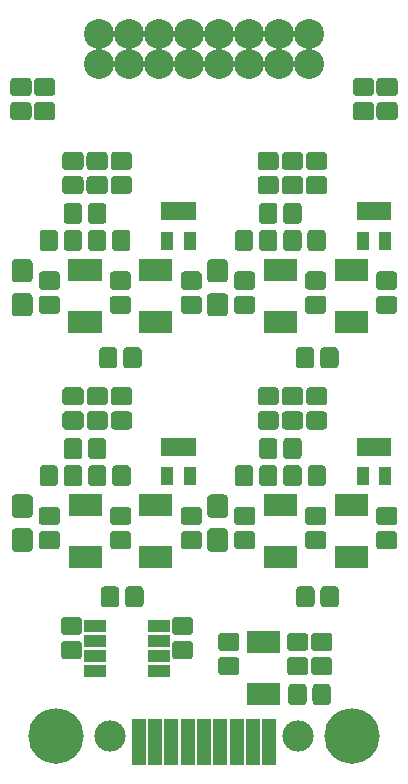
<source format=gbr>
G04 #@! TF.GenerationSoftware,KiCad,Pcbnew,(6.0.0-rc1-dev-305-gf0b8b2136)*
G04 #@! TF.CreationDate,2019-08-01T16:32:06-06:00*
G04 #@! TF.ProjectId,Slush01,536C75736830312E6B696361645F7063,rev?*
G04 #@! TF.SameCoordinates,Original*
G04 #@! TF.FileFunction,Soldermask,Top*
G04 #@! TF.FilePolarity,Negative*
%FSLAX46Y46*%
G04 Gerber Fmt 4.6, Leading zero omitted, Abs format (unit mm)*
G04 Created by KiCad (PCBNEW (6.0.0-rc1-dev-305-gf0b8b2136)) date 08/01/19 16:32:06*
%MOMM*%
%LPD*%
G01*
G04 APERTURE LIST*
%ADD10C,0.100000*%
%ADD11C,1.550000*%
%ADD12C,1.750000*%
%ADD13C,4.700000*%
%ADD14C,2.650000*%
%ADD15R,1.200000X3.900000*%
%ADD16C,2.540000*%
%ADD17R,0.850000X1.850000*%
%ADD18R,1.000000X1.550000*%
%ADD19R,1.950000X1.000000*%
G04 APERTURE END LIST*
D10*
G04 #@! TO.C,R13*
G36*
X59495071Y-72602623D02*
X59527781Y-72607475D01*
X59559857Y-72615509D01*
X59590991Y-72626649D01*
X59620884Y-72640787D01*
X59649247Y-72657787D01*
X59675807Y-72677485D01*
X59700308Y-72699692D01*
X59722515Y-72724193D01*
X59742213Y-72750753D01*
X59759213Y-72779116D01*
X59773351Y-72809009D01*
X59784491Y-72840143D01*
X59792525Y-72872219D01*
X59797377Y-72904929D01*
X59799000Y-72937956D01*
X59799000Y-73814044D01*
X59797377Y-73847071D01*
X59792525Y-73879781D01*
X59784491Y-73911857D01*
X59773351Y-73942991D01*
X59759213Y-73972884D01*
X59742213Y-74001247D01*
X59722515Y-74027807D01*
X59700308Y-74052308D01*
X59675807Y-74074515D01*
X59649247Y-74094213D01*
X59620884Y-74111213D01*
X59590991Y-74125351D01*
X59559857Y-74136491D01*
X59527781Y-74144525D01*
X59495071Y-74149377D01*
X59462044Y-74151000D01*
X58335956Y-74151000D01*
X58302929Y-74149377D01*
X58270219Y-74144525D01*
X58238143Y-74136491D01*
X58207009Y-74125351D01*
X58177116Y-74111213D01*
X58148753Y-74094213D01*
X58122193Y-74074515D01*
X58097692Y-74052308D01*
X58075485Y-74027807D01*
X58055787Y-74001247D01*
X58038787Y-73972884D01*
X58024649Y-73942991D01*
X58013509Y-73911857D01*
X58005475Y-73879781D01*
X58000623Y-73847071D01*
X57999000Y-73814044D01*
X57999000Y-72937956D01*
X58000623Y-72904929D01*
X58005475Y-72872219D01*
X58013509Y-72840143D01*
X58024649Y-72809009D01*
X58038787Y-72779116D01*
X58055787Y-72750753D01*
X58075485Y-72724193D01*
X58097692Y-72699692D01*
X58122193Y-72677485D01*
X58148753Y-72657787D01*
X58177116Y-72640787D01*
X58207009Y-72626649D01*
X58238143Y-72615509D01*
X58270219Y-72607475D01*
X58302929Y-72602623D01*
X58335956Y-72601000D01*
X59462044Y-72601000D01*
X59495071Y-72602623D01*
X59495071Y-72602623D01*
G37*
D11*
X58899000Y-73376000D03*
D10*
G36*
X59495071Y-74652623D02*
X59527781Y-74657475D01*
X59559857Y-74665509D01*
X59590991Y-74676649D01*
X59620884Y-74690787D01*
X59649247Y-74707787D01*
X59675807Y-74727485D01*
X59700308Y-74749692D01*
X59722515Y-74774193D01*
X59742213Y-74800753D01*
X59759213Y-74829116D01*
X59773351Y-74859009D01*
X59784491Y-74890143D01*
X59792525Y-74922219D01*
X59797377Y-74954929D01*
X59799000Y-74987956D01*
X59799000Y-75864044D01*
X59797377Y-75897071D01*
X59792525Y-75929781D01*
X59784491Y-75961857D01*
X59773351Y-75992991D01*
X59759213Y-76022884D01*
X59742213Y-76051247D01*
X59722515Y-76077807D01*
X59700308Y-76102308D01*
X59675807Y-76124515D01*
X59649247Y-76144213D01*
X59620884Y-76161213D01*
X59590991Y-76175351D01*
X59559857Y-76186491D01*
X59527781Y-76194525D01*
X59495071Y-76199377D01*
X59462044Y-76201000D01*
X58335956Y-76201000D01*
X58302929Y-76199377D01*
X58270219Y-76194525D01*
X58238143Y-76186491D01*
X58207009Y-76175351D01*
X58177116Y-76161213D01*
X58148753Y-76144213D01*
X58122193Y-76124515D01*
X58097692Y-76102308D01*
X58075485Y-76077807D01*
X58055787Y-76051247D01*
X58038787Y-76022884D01*
X58024649Y-75992991D01*
X58013509Y-75961857D01*
X58005475Y-75929781D01*
X58000623Y-75897071D01*
X57999000Y-75864044D01*
X57999000Y-74987956D01*
X58000623Y-74954929D01*
X58005475Y-74922219D01*
X58013509Y-74890143D01*
X58024649Y-74859009D01*
X58038787Y-74829116D01*
X58055787Y-74800753D01*
X58075485Y-74774193D01*
X58097692Y-74749692D01*
X58122193Y-74727485D01*
X58148753Y-74707787D01*
X58177116Y-74690787D01*
X58207009Y-74676649D01*
X58238143Y-74665509D01*
X58270219Y-74657475D01*
X58302929Y-74652623D01*
X58335956Y-74651000D01*
X59462044Y-74651000D01*
X59495071Y-74652623D01*
X59495071Y-74652623D01*
G37*
D11*
X58899000Y-75426000D03*
G04 #@! TD*
D10*
G04 #@! TO.C,R12*
G36*
X61545071Y-72602623D02*
X61577781Y-72607475D01*
X61609857Y-72615509D01*
X61640991Y-72626649D01*
X61670884Y-72640787D01*
X61699247Y-72657787D01*
X61725807Y-72677485D01*
X61750308Y-72699692D01*
X61772515Y-72724193D01*
X61792213Y-72750753D01*
X61809213Y-72779116D01*
X61823351Y-72809009D01*
X61834491Y-72840143D01*
X61842525Y-72872219D01*
X61847377Y-72904929D01*
X61849000Y-72937956D01*
X61849000Y-73814044D01*
X61847377Y-73847071D01*
X61842525Y-73879781D01*
X61834491Y-73911857D01*
X61823351Y-73942991D01*
X61809213Y-73972884D01*
X61792213Y-74001247D01*
X61772515Y-74027807D01*
X61750308Y-74052308D01*
X61725807Y-74074515D01*
X61699247Y-74094213D01*
X61670884Y-74111213D01*
X61640991Y-74125351D01*
X61609857Y-74136491D01*
X61577781Y-74144525D01*
X61545071Y-74149377D01*
X61512044Y-74151000D01*
X60385956Y-74151000D01*
X60352929Y-74149377D01*
X60320219Y-74144525D01*
X60288143Y-74136491D01*
X60257009Y-74125351D01*
X60227116Y-74111213D01*
X60198753Y-74094213D01*
X60172193Y-74074515D01*
X60147692Y-74052308D01*
X60125485Y-74027807D01*
X60105787Y-74001247D01*
X60088787Y-73972884D01*
X60074649Y-73942991D01*
X60063509Y-73911857D01*
X60055475Y-73879781D01*
X60050623Y-73847071D01*
X60049000Y-73814044D01*
X60049000Y-72937956D01*
X60050623Y-72904929D01*
X60055475Y-72872219D01*
X60063509Y-72840143D01*
X60074649Y-72809009D01*
X60088787Y-72779116D01*
X60105787Y-72750753D01*
X60125485Y-72724193D01*
X60147692Y-72699692D01*
X60172193Y-72677485D01*
X60198753Y-72657787D01*
X60227116Y-72640787D01*
X60257009Y-72626649D01*
X60288143Y-72615509D01*
X60320219Y-72607475D01*
X60352929Y-72602623D01*
X60385956Y-72601000D01*
X61512044Y-72601000D01*
X61545071Y-72602623D01*
X61545071Y-72602623D01*
G37*
D11*
X60949000Y-73376000D03*
D10*
G36*
X61545071Y-74652623D02*
X61577781Y-74657475D01*
X61609857Y-74665509D01*
X61640991Y-74676649D01*
X61670884Y-74690787D01*
X61699247Y-74707787D01*
X61725807Y-74727485D01*
X61750308Y-74749692D01*
X61772515Y-74774193D01*
X61792213Y-74800753D01*
X61809213Y-74829116D01*
X61823351Y-74859009D01*
X61834491Y-74890143D01*
X61842525Y-74922219D01*
X61847377Y-74954929D01*
X61849000Y-74987956D01*
X61849000Y-75864044D01*
X61847377Y-75897071D01*
X61842525Y-75929781D01*
X61834491Y-75961857D01*
X61823351Y-75992991D01*
X61809213Y-76022884D01*
X61792213Y-76051247D01*
X61772515Y-76077807D01*
X61750308Y-76102308D01*
X61725807Y-76124515D01*
X61699247Y-76144213D01*
X61670884Y-76161213D01*
X61640991Y-76175351D01*
X61609857Y-76186491D01*
X61577781Y-76194525D01*
X61545071Y-76199377D01*
X61512044Y-76201000D01*
X60385956Y-76201000D01*
X60352929Y-76199377D01*
X60320219Y-76194525D01*
X60288143Y-76186491D01*
X60257009Y-76175351D01*
X60227116Y-76161213D01*
X60198753Y-76144213D01*
X60172193Y-76124515D01*
X60147692Y-76102308D01*
X60125485Y-76077807D01*
X60105787Y-76051247D01*
X60088787Y-76022884D01*
X60074649Y-75992991D01*
X60063509Y-75961857D01*
X60055475Y-75929781D01*
X60050623Y-75897071D01*
X60049000Y-75864044D01*
X60049000Y-74987956D01*
X60050623Y-74954929D01*
X60055475Y-74922219D01*
X60063509Y-74890143D01*
X60074649Y-74859009D01*
X60088787Y-74829116D01*
X60105787Y-74800753D01*
X60125485Y-74774193D01*
X60147692Y-74749692D01*
X60172193Y-74727485D01*
X60198753Y-74707787D01*
X60227116Y-74690787D01*
X60257009Y-74676649D01*
X60288143Y-74665509D01*
X60320219Y-74657475D01*
X60352929Y-74652623D01*
X60385956Y-74651000D01*
X61512044Y-74651000D01*
X61545071Y-74652623D01*
X61545071Y-74652623D01*
G37*
D11*
X60949000Y-75426000D03*
G04 #@! TD*
D10*
G04 #@! TO.C,C17*
G36*
X57501071Y-82732623D02*
X57533781Y-82737475D01*
X57565857Y-82745509D01*
X57596991Y-82756649D01*
X57626884Y-82770787D01*
X57655247Y-82787787D01*
X57681807Y-82807485D01*
X57706308Y-82829692D01*
X57728515Y-82854193D01*
X57748213Y-82880753D01*
X57765213Y-82909116D01*
X57779351Y-82939009D01*
X57790491Y-82970143D01*
X57798525Y-83002219D01*
X57803377Y-83034929D01*
X57805000Y-83067956D01*
X57805000Y-83944044D01*
X57803377Y-83977071D01*
X57798525Y-84009781D01*
X57790491Y-84041857D01*
X57779351Y-84072991D01*
X57765213Y-84102884D01*
X57748213Y-84131247D01*
X57728515Y-84157807D01*
X57706308Y-84182308D01*
X57681807Y-84204515D01*
X57655247Y-84224213D01*
X57626884Y-84241213D01*
X57596991Y-84255351D01*
X57565857Y-84266491D01*
X57533781Y-84274525D01*
X57501071Y-84279377D01*
X57468044Y-84281000D01*
X56341956Y-84281000D01*
X56308929Y-84279377D01*
X56276219Y-84274525D01*
X56244143Y-84266491D01*
X56213009Y-84255351D01*
X56183116Y-84241213D01*
X56154753Y-84224213D01*
X56128193Y-84204515D01*
X56103692Y-84182308D01*
X56081485Y-84157807D01*
X56061787Y-84131247D01*
X56044787Y-84102884D01*
X56030649Y-84072991D01*
X56019509Y-84041857D01*
X56011475Y-84009781D01*
X56006623Y-83977071D01*
X56005000Y-83944044D01*
X56005000Y-83067956D01*
X56006623Y-83034929D01*
X56011475Y-83002219D01*
X56019509Y-82970143D01*
X56030649Y-82939009D01*
X56044787Y-82909116D01*
X56061787Y-82880753D01*
X56081485Y-82854193D01*
X56103692Y-82829692D01*
X56128193Y-82807485D01*
X56154753Y-82787787D01*
X56183116Y-82770787D01*
X56213009Y-82756649D01*
X56244143Y-82745509D01*
X56276219Y-82737475D01*
X56308929Y-82732623D01*
X56341956Y-82731000D01*
X57468044Y-82731000D01*
X57501071Y-82732623D01*
X57501071Y-82732623D01*
G37*
D11*
X56905000Y-83506000D03*
D10*
G36*
X57501071Y-84782623D02*
X57533781Y-84787475D01*
X57565857Y-84795509D01*
X57596991Y-84806649D01*
X57626884Y-84820787D01*
X57655247Y-84837787D01*
X57681807Y-84857485D01*
X57706308Y-84879692D01*
X57728515Y-84904193D01*
X57748213Y-84930753D01*
X57765213Y-84959116D01*
X57779351Y-84989009D01*
X57790491Y-85020143D01*
X57798525Y-85052219D01*
X57803377Y-85084929D01*
X57805000Y-85117956D01*
X57805000Y-85994044D01*
X57803377Y-86027071D01*
X57798525Y-86059781D01*
X57790491Y-86091857D01*
X57779351Y-86122991D01*
X57765213Y-86152884D01*
X57748213Y-86181247D01*
X57728515Y-86207807D01*
X57706308Y-86232308D01*
X57681807Y-86254515D01*
X57655247Y-86274213D01*
X57626884Y-86291213D01*
X57596991Y-86305351D01*
X57565857Y-86316491D01*
X57533781Y-86324525D01*
X57501071Y-86329377D01*
X57468044Y-86331000D01*
X56341956Y-86331000D01*
X56308929Y-86329377D01*
X56276219Y-86324525D01*
X56244143Y-86316491D01*
X56213009Y-86305351D01*
X56183116Y-86291213D01*
X56154753Y-86274213D01*
X56128193Y-86254515D01*
X56103692Y-86232308D01*
X56081485Y-86207807D01*
X56061787Y-86181247D01*
X56044787Y-86152884D01*
X56030649Y-86122991D01*
X56019509Y-86091857D01*
X56011475Y-86059781D01*
X56006623Y-86027071D01*
X56005000Y-85994044D01*
X56005000Y-85117956D01*
X56006623Y-85084929D01*
X56011475Y-85052219D01*
X56019509Y-85020143D01*
X56030649Y-84989009D01*
X56044787Y-84959116D01*
X56061787Y-84930753D01*
X56081485Y-84904193D01*
X56103692Y-84879692D01*
X56128193Y-84857485D01*
X56154753Y-84837787D01*
X56183116Y-84820787D01*
X56213009Y-84806649D01*
X56244143Y-84795509D01*
X56276219Y-84787475D01*
X56308929Y-84782623D01*
X56341956Y-84781000D01*
X57468044Y-84781000D01*
X57501071Y-84782623D01*
X57501071Y-84782623D01*
G37*
D11*
X56905000Y-85556000D03*
G04 #@! TD*
D10*
G04 #@! TO.C,R11*
G36*
X63595071Y-72602623D02*
X63627781Y-72607475D01*
X63659857Y-72615509D01*
X63690991Y-72626649D01*
X63720884Y-72640787D01*
X63749247Y-72657787D01*
X63775807Y-72677485D01*
X63800308Y-72699692D01*
X63822515Y-72724193D01*
X63842213Y-72750753D01*
X63859213Y-72779116D01*
X63873351Y-72809009D01*
X63884491Y-72840143D01*
X63892525Y-72872219D01*
X63897377Y-72904929D01*
X63899000Y-72937956D01*
X63899000Y-73814044D01*
X63897377Y-73847071D01*
X63892525Y-73879781D01*
X63884491Y-73911857D01*
X63873351Y-73942991D01*
X63859213Y-73972884D01*
X63842213Y-74001247D01*
X63822515Y-74027807D01*
X63800308Y-74052308D01*
X63775807Y-74074515D01*
X63749247Y-74094213D01*
X63720884Y-74111213D01*
X63690991Y-74125351D01*
X63659857Y-74136491D01*
X63627781Y-74144525D01*
X63595071Y-74149377D01*
X63562044Y-74151000D01*
X62435956Y-74151000D01*
X62402929Y-74149377D01*
X62370219Y-74144525D01*
X62338143Y-74136491D01*
X62307009Y-74125351D01*
X62277116Y-74111213D01*
X62248753Y-74094213D01*
X62222193Y-74074515D01*
X62197692Y-74052308D01*
X62175485Y-74027807D01*
X62155787Y-74001247D01*
X62138787Y-73972884D01*
X62124649Y-73942991D01*
X62113509Y-73911857D01*
X62105475Y-73879781D01*
X62100623Y-73847071D01*
X62099000Y-73814044D01*
X62099000Y-72937956D01*
X62100623Y-72904929D01*
X62105475Y-72872219D01*
X62113509Y-72840143D01*
X62124649Y-72809009D01*
X62138787Y-72779116D01*
X62155787Y-72750753D01*
X62175485Y-72724193D01*
X62197692Y-72699692D01*
X62222193Y-72677485D01*
X62248753Y-72657787D01*
X62277116Y-72640787D01*
X62307009Y-72626649D01*
X62338143Y-72615509D01*
X62370219Y-72607475D01*
X62402929Y-72602623D01*
X62435956Y-72601000D01*
X63562044Y-72601000D01*
X63595071Y-72602623D01*
X63595071Y-72602623D01*
G37*
D11*
X62999000Y-73376000D03*
D10*
G36*
X63595071Y-74652623D02*
X63627781Y-74657475D01*
X63659857Y-74665509D01*
X63690991Y-74676649D01*
X63720884Y-74690787D01*
X63749247Y-74707787D01*
X63775807Y-74727485D01*
X63800308Y-74749692D01*
X63822515Y-74774193D01*
X63842213Y-74800753D01*
X63859213Y-74829116D01*
X63873351Y-74859009D01*
X63884491Y-74890143D01*
X63892525Y-74922219D01*
X63897377Y-74954929D01*
X63899000Y-74987956D01*
X63899000Y-75864044D01*
X63897377Y-75897071D01*
X63892525Y-75929781D01*
X63884491Y-75961857D01*
X63873351Y-75992991D01*
X63859213Y-76022884D01*
X63842213Y-76051247D01*
X63822515Y-76077807D01*
X63800308Y-76102308D01*
X63775807Y-76124515D01*
X63749247Y-76144213D01*
X63720884Y-76161213D01*
X63690991Y-76175351D01*
X63659857Y-76186491D01*
X63627781Y-76194525D01*
X63595071Y-76199377D01*
X63562044Y-76201000D01*
X62435956Y-76201000D01*
X62402929Y-76199377D01*
X62370219Y-76194525D01*
X62338143Y-76186491D01*
X62307009Y-76175351D01*
X62277116Y-76161213D01*
X62248753Y-76144213D01*
X62222193Y-76124515D01*
X62197692Y-76102308D01*
X62175485Y-76077807D01*
X62155787Y-76051247D01*
X62138787Y-76022884D01*
X62124649Y-75992991D01*
X62113509Y-75961857D01*
X62105475Y-75929781D01*
X62100623Y-75897071D01*
X62099000Y-75864044D01*
X62099000Y-74987956D01*
X62100623Y-74954929D01*
X62105475Y-74922219D01*
X62113509Y-74890143D01*
X62124649Y-74859009D01*
X62138787Y-74829116D01*
X62155787Y-74800753D01*
X62175485Y-74774193D01*
X62197692Y-74749692D01*
X62222193Y-74727485D01*
X62248753Y-74707787D01*
X62277116Y-74690787D01*
X62307009Y-74676649D01*
X62338143Y-74665509D01*
X62370219Y-74657475D01*
X62402929Y-74652623D01*
X62435956Y-74651000D01*
X63562044Y-74651000D01*
X63595071Y-74652623D01*
X63595071Y-74652623D01*
G37*
D11*
X62999000Y-75426000D03*
G04 #@! TD*
D10*
G04 #@! TO.C,C18*
G36*
X55191692Y-81695061D02*
X55223151Y-81699727D01*
X55254000Y-81707454D01*
X55283944Y-81718169D01*
X55312694Y-81731766D01*
X55339972Y-81748116D01*
X55365517Y-81767061D01*
X55389081Y-81788419D01*
X55410439Y-81811983D01*
X55429384Y-81837528D01*
X55445734Y-81864806D01*
X55459331Y-81893556D01*
X55470046Y-81923500D01*
X55477773Y-81954349D01*
X55482439Y-81985808D01*
X55484000Y-82017573D01*
X55484000Y-83344427D01*
X55482439Y-83376192D01*
X55477773Y-83407651D01*
X55470046Y-83438500D01*
X55459331Y-83468444D01*
X55445734Y-83497194D01*
X55429384Y-83524472D01*
X55410439Y-83550017D01*
X55389081Y-83573581D01*
X55365517Y-83594939D01*
X55339972Y-83613884D01*
X55312694Y-83630234D01*
X55283944Y-83643831D01*
X55254000Y-83654546D01*
X55223151Y-83662273D01*
X55191692Y-83666939D01*
X55159927Y-83668500D01*
X54058073Y-83668500D01*
X54026308Y-83666939D01*
X53994849Y-83662273D01*
X53964000Y-83654546D01*
X53934056Y-83643831D01*
X53905306Y-83630234D01*
X53878028Y-83613884D01*
X53852483Y-83594939D01*
X53828919Y-83573581D01*
X53807561Y-83550017D01*
X53788616Y-83524472D01*
X53772266Y-83497194D01*
X53758669Y-83468444D01*
X53747954Y-83438500D01*
X53740227Y-83407651D01*
X53735561Y-83376192D01*
X53734000Y-83344427D01*
X53734000Y-82017573D01*
X53735561Y-81985808D01*
X53740227Y-81954349D01*
X53747954Y-81923500D01*
X53758669Y-81893556D01*
X53772266Y-81864806D01*
X53788616Y-81837528D01*
X53807561Y-81811983D01*
X53828919Y-81788419D01*
X53852483Y-81767061D01*
X53878028Y-81748116D01*
X53905306Y-81731766D01*
X53934056Y-81718169D01*
X53964000Y-81707454D01*
X53994849Y-81699727D01*
X54026308Y-81695061D01*
X54058073Y-81693500D01*
X55159927Y-81693500D01*
X55191692Y-81695061D01*
X55191692Y-81695061D01*
G37*
D12*
X54609000Y-82681000D03*
D10*
G36*
X55191692Y-84570061D02*
X55223151Y-84574727D01*
X55254000Y-84582454D01*
X55283944Y-84593169D01*
X55312694Y-84606766D01*
X55339972Y-84623116D01*
X55365517Y-84642061D01*
X55389081Y-84663419D01*
X55410439Y-84686983D01*
X55429384Y-84712528D01*
X55445734Y-84739806D01*
X55459331Y-84768556D01*
X55470046Y-84798500D01*
X55477773Y-84829349D01*
X55482439Y-84860808D01*
X55484000Y-84892573D01*
X55484000Y-86219427D01*
X55482439Y-86251192D01*
X55477773Y-86282651D01*
X55470046Y-86313500D01*
X55459331Y-86343444D01*
X55445734Y-86372194D01*
X55429384Y-86399472D01*
X55410439Y-86425017D01*
X55389081Y-86448581D01*
X55365517Y-86469939D01*
X55339972Y-86488884D01*
X55312694Y-86505234D01*
X55283944Y-86518831D01*
X55254000Y-86529546D01*
X55223151Y-86537273D01*
X55191692Y-86541939D01*
X55159927Y-86543500D01*
X54058073Y-86543500D01*
X54026308Y-86541939D01*
X53994849Y-86537273D01*
X53964000Y-86529546D01*
X53934056Y-86518831D01*
X53905306Y-86505234D01*
X53878028Y-86488884D01*
X53852483Y-86469939D01*
X53828919Y-86448581D01*
X53807561Y-86425017D01*
X53788616Y-86399472D01*
X53772266Y-86372194D01*
X53758669Y-86343444D01*
X53747954Y-86313500D01*
X53740227Y-86282651D01*
X53735561Y-86251192D01*
X53734000Y-86219427D01*
X53734000Y-84892573D01*
X53735561Y-84860808D01*
X53740227Y-84829349D01*
X53747954Y-84798500D01*
X53758669Y-84768556D01*
X53772266Y-84739806D01*
X53788616Y-84712528D01*
X53807561Y-84686983D01*
X53828919Y-84663419D01*
X53852483Y-84642061D01*
X53878028Y-84623116D01*
X53905306Y-84606766D01*
X53934056Y-84593169D01*
X53964000Y-84582454D01*
X53994849Y-84574727D01*
X54026308Y-84570061D01*
X54058073Y-84568500D01*
X55159927Y-84568500D01*
X55191692Y-84570061D01*
X55191692Y-84570061D01*
G37*
D12*
X54609000Y-85556000D03*
G04 #@! TD*
D10*
G04 #@! TO.C,R7*
G36*
X80127071Y-72602623D02*
X80159781Y-72607475D01*
X80191857Y-72615509D01*
X80222991Y-72626649D01*
X80252884Y-72640787D01*
X80281247Y-72657787D01*
X80307807Y-72677485D01*
X80332308Y-72699692D01*
X80354515Y-72724193D01*
X80374213Y-72750753D01*
X80391213Y-72779116D01*
X80405351Y-72809009D01*
X80416491Y-72840143D01*
X80424525Y-72872219D01*
X80429377Y-72904929D01*
X80431000Y-72937956D01*
X80431000Y-73814044D01*
X80429377Y-73847071D01*
X80424525Y-73879781D01*
X80416491Y-73911857D01*
X80405351Y-73942991D01*
X80391213Y-73972884D01*
X80374213Y-74001247D01*
X80354515Y-74027807D01*
X80332308Y-74052308D01*
X80307807Y-74074515D01*
X80281247Y-74094213D01*
X80252884Y-74111213D01*
X80222991Y-74125351D01*
X80191857Y-74136491D01*
X80159781Y-74144525D01*
X80127071Y-74149377D01*
X80094044Y-74151000D01*
X78967956Y-74151000D01*
X78934929Y-74149377D01*
X78902219Y-74144525D01*
X78870143Y-74136491D01*
X78839009Y-74125351D01*
X78809116Y-74111213D01*
X78780753Y-74094213D01*
X78754193Y-74074515D01*
X78729692Y-74052308D01*
X78707485Y-74027807D01*
X78687787Y-74001247D01*
X78670787Y-73972884D01*
X78656649Y-73942991D01*
X78645509Y-73911857D01*
X78637475Y-73879781D01*
X78632623Y-73847071D01*
X78631000Y-73814044D01*
X78631000Y-72937956D01*
X78632623Y-72904929D01*
X78637475Y-72872219D01*
X78645509Y-72840143D01*
X78656649Y-72809009D01*
X78670787Y-72779116D01*
X78687787Y-72750753D01*
X78707485Y-72724193D01*
X78729692Y-72699692D01*
X78754193Y-72677485D01*
X78780753Y-72657787D01*
X78809116Y-72640787D01*
X78839009Y-72626649D01*
X78870143Y-72615509D01*
X78902219Y-72607475D01*
X78934929Y-72602623D01*
X78967956Y-72601000D01*
X80094044Y-72601000D01*
X80127071Y-72602623D01*
X80127071Y-72602623D01*
G37*
D11*
X79531000Y-73376000D03*
D10*
G36*
X80127071Y-74652623D02*
X80159781Y-74657475D01*
X80191857Y-74665509D01*
X80222991Y-74676649D01*
X80252884Y-74690787D01*
X80281247Y-74707787D01*
X80307807Y-74727485D01*
X80332308Y-74749692D01*
X80354515Y-74774193D01*
X80374213Y-74800753D01*
X80391213Y-74829116D01*
X80405351Y-74859009D01*
X80416491Y-74890143D01*
X80424525Y-74922219D01*
X80429377Y-74954929D01*
X80431000Y-74987956D01*
X80431000Y-75864044D01*
X80429377Y-75897071D01*
X80424525Y-75929781D01*
X80416491Y-75961857D01*
X80405351Y-75992991D01*
X80391213Y-76022884D01*
X80374213Y-76051247D01*
X80354515Y-76077807D01*
X80332308Y-76102308D01*
X80307807Y-76124515D01*
X80281247Y-76144213D01*
X80252884Y-76161213D01*
X80222991Y-76175351D01*
X80191857Y-76186491D01*
X80159781Y-76194525D01*
X80127071Y-76199377D01*
X80094044Y-76201000D01*
X78967956Y-76201000D01*
X78934929Y-76199377D01*
X78902219Y-76194525D01*
X78870143Y-76186491D01*
X78839009Y-76175351D01*
X78809116Y-76161213D01*
X78780753Y-76144213D01*
X78754193Y-76124515D01*
X78729692Y-76102308D01*
X78707485Y-76077807D01*
X78687787Y-76051247D01*
X78670787Y-76022884D01*
X78656649Y-75992991D01*
X78645509Y-75961857D01*
X78637475Y-75929781D01*
X78632623Y-75897071D01*
X78631000Y-75864044D01*
X78631000Y-74987956D01*
X78632623Y-74954929D01*
X78637475Y-74922219D01*
X78645509Y-74890143D01*
X78656649Y-74859009D01*
X78670787Y-74829116D01*
X78687787Y-74800753D01*
X78707485Y-74774193D01*
X78729692Y-74749692D01*
X78754193Y-74727485D01*
X78780753Y-74707787D01*
X78809116Y-74690787D01*
X78839009Y-74676649D01*
X78870143Y-74665509D01*
X78902219Y-74657475D01*
X78934929Y-74652623D01*
X78967956Y-74651000D01*
X80094044Y-74651000D01*
X80127071Y-74652623D01*
X80127071Y-74652623D01*
G37*
D11*
X79531000Y-75426000D03*
G04 #@! TD*
D10*
G04 #@! TO.C,C11*
G36*
X71723692Y-81695061D02*
X71755151Y-81699727D01*
X71786000Y-81707454D01*
X71815944Y-81718169D01*
X71844694Y-81731766D01*
X71871972Y-81748116D01*
X71897517Y-81767061D01*
X71921081Y-81788419D01*
X71942439Y-81811983D01*
X71961384Y-81837528D01*
X71977734Y-81864806D01*
X71991331Y-81893556D01*
X72002046Y-81923500D01*
X72009773Y-81954349D01*
X72014439Y-81985808D01*
X72016000Y-82017573D01*
X72016000Y-83344427D01*
X72014439Y-83376192D01*
X72009773Y-83407651D01*
X72002046Y-83438500D01*
X71991331Y-83468444D01*
X71977734Y-83497194D01*
X71961384Y-83524472D01*
X71942439Y-83550017D01*
X71921081Y-83573581D01*
X71897517Y-83594939D01*
X71871972Y-83613884D01*
X71844694Y-83630234D01*
X71815944Y-83643831D01*
X71786000Y-83654546D01*
X71755151Y-83662273D01*
X71723692Y-83666939D01*
X71691927Y-83668500D01*
X70590073Y-83668500D01*
X70558308Y-83666939D01*
X70526849Y-83662273D01*
X70496000Y-83654546D01*
X70466056Y-83643831D01*
X70437306Y-83630234D01*
X70410028Y-83613884D01*
X70384483Y-83594939D01*
X70360919Y-83573581D01*
X70339561Y-83550017D01*
X70320616Y-83524472D01*
X70304266Y-83497194D01*
X70290669Y-83468444D01*
X70279954Y-83438500D01*
X70272227Y-83407651D01*
X70267561Y-83376192D01*
X70266000Y-83344427D01*
X70266000Y-82017573D01*
X70267561Y-81985808D01*
X70272227Y-81954349D01*
X70279954Y-81923500D01*
X70290669Y-81893556D01*
X70304266Y-81864806D01*
X70320616Y-81837528D01*
X70339561Y-81811983D01*
X70360919Y-81788419D01*
X70384483Y-81767061D01*
X70410028Y-81748116D01*
X70437306Y-81731766D01*
X70466056Y-81718169D01*
X70496000Y-81707454D01*
X70526849Y-81699727D01*
X70558308Y-81695061D01*
X70590073Y-81693500D01*
X71691927Y-81693500D01*
X71723692Y-81695061D01*
X71723692Y-81695061D01*
G37*
D12*
X71141000Y-82681000D03*
D10*
G36*
X71723692Y-84570061D02*
X71755151Y-84574727D01*
X71786000Y-84582454D01*
X71815944Y-84593169D01*
X71844694Y-84606766D01*
X71871972Y-84623116D01*
X71897517Y-84642061D01*
X71921081Y-84663419D01*
X71942439Y-84686983D01*
X71961384Y-84712528D01*
X71977734Y-84739806D01*
X71991331Y-84768556D01*
X72002046Y-84798500D01*
X72009773Y-84829349D01*
X72014439Y-84860808D01*
X72016000Y-84892573D01*
X72016000Y-86219427D01*
X72014439Y-86251192D01*
X72009773Y-86282651D01*
X72002046Y-86313500D01*
X71991331Y-86343444D01*
X71977734Y-86372194D01*
X71961384Y-86399472D01*
X71942439Y-86425017D01*
X71921081Y-86448581D01*
X71897517Y-86469939D01*
X71871972Y-86488884D01*
X71844694Y-86505234D01*
X71815944Y-86518831D01*
X71786000Y-86529546D01*
X71755151Y-86537273D01*
X71723692Y-86541939D01*
X71691927Y-86543500D01*
X70590073Y-86543500D01*
X70558308Y-86541939D01*
X70526849Y-86537273D01*
X70496000Y-86529546D01*
X70466056Y-86518831D01*
X70437306Y-86505234D01*
X70410028Y-86488884D01*
X70384483Y-86469939D01*
X70360919Y-86448581D01*
X70339561Y-86425017D01*
X70320616Y-86399472D01*
X70304266Y-86372194D01*
X70290669Y-86343444D01*
X70279954Y-86313500D01*
X70272227Y-86282651D01*
X70267561Y-86251192D01*
X70266000Y-86219427D01*
X70266000Y-84892573D01*
X70267561Y-84860808D01*
X70272227Y-84829349D01*
X70279954Y-84798500D01*
X70290669Y-84768556D01*
X70304266Y-84739806D01*
X70320616Y-84712528D01*
X70339561Y-84686983D01*
X70360919Y-84663419D01*
X70384483Y-84642061D01*
X70410028Y-84623116D01*
X70437306Y-84606766D01*
X70466056Y-84593169D01*
X70496000Y-84582454D01*
X70526849Y-84574727D01*
X70558308Y-84570061D01*
X70590073Y-84568500D01*
X71691927Y-84568500D01*
X71723692Y-84570061D01*
X71723692Y-84570061D01*
G37*
D12*
X71141000Y-85556000D03*
G04 #@! TD*
D10*
G04 #@! TO.C,R8*
G36*
X78077071Y-72602623D02*
X78109781Y-72607475D01*
X78141857Y-72615509D01*
X78172991Y-72626649D01*
X78202884Y-72640787D01*
X78231247Y-72657787D01*
X78257807Y-72677485D01*
X78282308Y-72699692D01*
X78304515Y-72724193D01*
X78324213Y-72750753D01*
X78341213Y-72779116D01*
X78355351Y-72809009D01*
X78366491Y-72840143D01*
X78374525Y-72872219D01*
X78379377Y-72904929D01*
X78381000Y-72937956D01*
X78381000Y-73814044D01*
X78379377Y-73847071D01*
X78374525Y-73879781D01*
X78366491Y-73911857D01*
X78355351Y-73942991D01*
X78341213Y-73972884D01*
X78324213Y-74001247D01*
X78304515Y-74027807D01*
X78282308Y-74052308D01*
X78257807Y-74074515D01*
X78231247Y-74094213D01*
X78202884Y-74111213D01*
X78172991Y-74125351D01*
X78141857Y-74136491D01*
X78109781Y-74144525D01*
X78077071Y-74149377D01*
X78044044Y-74151000D01*
X76917956Y-74151000D01*
X76884929Y-74149377D01*
X76852219Y-74144525D01*
X76820143Y-74136491D01*
X76789009Y-74125351D01*
X76759116Y-74111213D01*
X76730753Y-74094213D01*
X76704193Y-74074515D01*
X76679692Y-74052308D01*
X76657485Y-74027807D01*
X76637787Y-74001247D01*
X76620787Y-73972884D01*
X76606649Y-73942991D01*
X76595509Y-73911857D01*
X76587475Y-73879781D01*
X76582623Y-73847071D01*
X76581000Y-73814044D01*
X76581000Y-72937956D01*
X76582623Y-72904929D01*
X76587475Y-72872219D01*
X76595509Y-72840143D01*
X76606649Y-72809009D01*
X76620787Y-72779116D01*
X76637787Y-72750753D01*
X76657485Y-72724193D01*
X76679692Y-72699692D01*
X76704193Y-72677485D01*
X76730753Y-72657787D01*
X76759116Y-72640787D01*
X76789009Y-72626649D01*
X76820143Y-72615509D01*
X76852219Y-72607475D01*
X76884929Y-72602623D01*
X76917956Y-72601000D01*
X78044044Y-72601000D01*
X78077071Y-72602623D01*
X78077071Y-72602623D01*
G37*
D11*
X77481000Y-73376000D03*
D10*
G36*
X78077071Y-74652623D02*
X78109781Y-74657475D01*
X78141857Y-74665509D01*
X78172991Y-74676649D01*
X78202884Y-74690787D01*
X78231247Y-74707787D01*
X78257807Y-74727485D01*
X78282308Y-74749692D01*
X78304515Y-74774193D01*
X78324213Y-74800753D01*
X78341213Y-74829116D01*
X78355351Y-74859009D01*
X78366491Y-74890143D01*
X78374525Y-74922219D01*
X78379377Y-74954929D01*
X78381000Y-74987956D01*
X78381000Y-75864044D01*
X78379377Y-75897071D01*
X78374525Y-75929781D01*
X78366491Y-75961857D01*
X78355351Y-75992991D01*
X78341213Y-76022884D01*
X78324213Y-76051247D01*
X78304515Y-76077807D01*
X78282308Y-76102308D01*
X78257807Y-76124515D01*
X78231247Y-76144213D01*
X78202884Y-76161213D01*
X78172991Y-76175351D01*
X78141857Y-76186491D01*
X78109781Y-76194525D01*
X78077071Y-76199377D01*
X78044044Y-76201000D01*
X76917956Y-76201000D01*
X76884929Y-76199377D01*
X76852219Y-76194525D01*
X76820143Y-76186491D01*
X76789009Y-76175351D01*
X76759116Y-76161213D01*
X76730753Y-76144213D01*
X76704193Y-76124515D01*
X76679692Y-76102308D01*
X76657485Y-76077807D01*
X76637787Y-76051247D01*
X76620787Y-76022884D01*
X76606649Y-75992991D01*
X76595509Y-75961857D01*
X76587475Y-75929781D01*
X76582623Y-75897071D01*
X76581000Y-75864044D01*
X76581000Y-74987956D01*
X76582623Y-74954929D01*
X76587475Y-74922219D01*
X76595509Y-74890143D01*
X76606649Y-74859009D01*
X76620787Y-74829116D01*
X76637787Y-74800753D01*
X76657485Y-74774193D01*
X76679692Y-74749692D01*
X76704193Y-74727485D01*
X76730753Y-74707787D01*
X76759116Y-74690787D01*
X76789009Y-74676649D01*
X76820143Y-74665509D01*
X76852219Y-74657475D01*
X76884929Y-74652623D01*
X76917956Y-74651000D01*
X78044044Y-74651000D01*
X78077071Y-74652623D01*
X78077071Y-74652623D01*
G37*
D11*
X77481000Y-75426000D03*
G04 #@! TD*
D10*
G04 #@! TO.C,C7*
G36*
X77952071Y-79211623D02*
X77984781Y-79216475D01*
X78016857Y-79224509D01*
X78047991Y-79235649D01*
X78077884Y-79249787D01*
X78106247Y-79266787D01*
X78132807Y-79286485D01*
X78157308Y-79308692D01*
X78179515Y-79333193D01*
X78199213Y-79359753D01*
X78216213Y-79388116D01*
X78230351Y-79418009D01*
X78241491Y-79449143D01*
X78249525Y-79481219D01*
X78254377Y-79513929D01*
X78256000Y-79546956D01*
X78256000Y-80673044D01*
X78254377Y-80706071D01*
X78249525Y-80738781D01*
X78241491Y-80770857D01*
X78230351Y-80801991D01*
X78216213Y-80831884D01*
X78199213Y-80860247D01*
X78179515Y-80886807D01*
X78157308Y-80911308D01*
X78132807Y-80933515D01*
X78106247Y-80953213D01*
X78077884Y-80970213D01*
X78047991Y-80984351D01*
X78016857Y-80995491D01*
X77984781Y-81003525D01*
X77952071Y-81008377D01*
X77919044Y-81010000D01*
X77042956Y-81010000D01*
X77009929Y-81008377D01*
X76977219Y-81003525D01*
X76945143Y-80995491D01*
X76914009Y-80984351D01*
X76884116Y-80970213D01*
X76855753Y-80953213D01*
X76829193Y-80933515D01*
X76804692Y-80911308D01*
X76782485Y-80886807D01*
X76762787Y-80860247D01*
X76745787Y-80831884D01*
X76731649Y-80801991D01*
X76720509Y-80770857D01*
X76712475Y-80738781D01*
X76707623Y-80706071D01*
X76706000Y-80673044D01*
X76706000Y-79546956D01*
X76707623Y-79513929D01*
X76712475Y-79481219D01*
X76720509Y-79449143D01*
X76731649Y-79418009D01*
X76745787Y-79388116D01*
X76762787Y-79359753D01*
X76782485Y-79333193D01*
X76804692Y-79308692D01*
X76829193Y-79286485D01*
X76855753Y-79266787D01*
X76884116Y-79249787D01*
X76914009Y-79235649D01*
X76945143Y-79224509D01*
X76977219Y-79216475D01*
X77009929Y-79211623D01*
X77042956Y-79210000D01*
X77919044Y-79210000D01*
X77952071Y-79211623D01*
X77952071Y-79211623D01*
G37*
D11*
X77481000Y-80110000D03*
D10*
G36*
X80002071Y-79211623D02*
X80034781Y-79216475D01*
X80066857Y-79224509D01*
X80097991Y-79235649D01*
X80127884Y-79249787D01*
X80156247Y-79266787D01*
X80182807Y-79286485D01*
X80207308Y-79308692D01*
X80229515Y-79333193D01*
X80249213Y-79359753D01*
X80266213Y-79388116D01*
X80280351Y-79418009D01*
X80291491Y-79449143D01*
X80299525Y-79481219D01*
X80304377Y-79513929D01*
X80306000Y-79546956D01*
X80306000Y-80673044D01*
X80304377Y-80706071D01*
X80299525Y-80738781D01*
X80291491Y-80770857D01*
X80280351Y-80801991D01*
X80266213Y-80831884D01*
X80249213Y-80860247D01*
X80229515Y-80886807D01*
X80207308Y-80911308D01*
X80182807Y-80933515D01*
X80156247Y-80953213D01*
X80127884Y-80970213D01*
X80097991Y-80984351D01*
X80066857Y-80995491D01*
X80034781Y-81003525D01*
X80002071Y-81008377D01*
X79969044Y-81010000D01*
X79092956Y-81010000D01*
X79059929Y-81008377D01*
X79027219Y-81003525D01*
X78995143Y-80995491D01*
X78964009Y-80984351D01*
X78934116Y-80970213D01*
X78905753Y-80953213D01*
X78879193Y-80933515D01*
X78854692Y-80911308D01*
X78832485Y-80886807D01*
X78812787Y-80860247D01*
X78795787Y-80831884D01*
X78781649Y-80801991D01*
X78770509Y-80770857D01*
X78762475Y-80738781D01*
X78757623Y-80706071D01*
X78756000Y-80673044D01*
X78756000Y-79546956D01*
X78757623Y-79513929D01*
X78762475Y-79481219D01*
X78770509Y-79449143D01*
X78781649Y-79418009D01*
X78795787Y-79388116D01*
X78812787Y-79359753D01*
X78832485Y-79333193D01*
X78854692Y-79308692D01*
X78879193Y-79286485D01*
X78905753Y-79266787D01*
X78934116Y-79249787D01*
X78964009Y-79235649D01*
X78995143Y-79224509D01*
X79027219Y-79216475D01*
X79059929Y-79211623D01*
X79092956Y-79210000D01*
X79969044Y-79210000D01*
X80002071Y-79211623D01*
X80002071Y-79211623D01*
G37*
D11*
X79531000Y-80110000D03*
G04 #@! TD*
D10*
G04 #@! TO.C,C8*
G36*
X75902071Y-76916414D02*
X75934781Y-76921266D01*
X75966857Y-76929300D01*
X75997991Y-76940440D01*
X76027884Y-76954578D01*
X76056247Y-76971578D01*
X76082807Y-76991276D01*
X76107308Y-77013483D01*
X76129515Y-77037984D01*
X76149213Y-77064544D01*
X76166213Y-77092907D01*
X76180351Y-77122800D01*
X76191491Y-77153934D01*
X76199525Y-77186010D01*
X76204377Y-77218720D01*
X76206000Y-77251747D01*
X76206000Y-78377835D01*
X76204377Y-78410862D01*
X76199525Y-78443572D01*
X76191491Y-78475648D01*
X76180351Y-78506782D01*
X76166213Y-78536675D01*
X76149213Y-78565038D01*
X76129515Y-78591598D01*
X76107308Y-78616099D01*
X76082807Y-78638306D01*
X76056247Y-78658004D01*
X76027884Y-78675004D01*
X75997991Y-78689142D01*
X75966857Y-78700282D01*
X75934781Y-78708316D01*
X75902071Y-78713168D01*
X75869044Y-78714791D01*
X74992956Y-78714791D01*
X74959929Y-78713168D01*
X74927219Y-78708316D01*
X74895143Y-78700282D01*
X74864009Y-78689142D01*
X74834116Y-78675004D01*
X74805753Y-78658004D01*
X74779193Y-78638306D01*
X74754692Y-78616099D01*
X74732485Y-78591598D01*
X74712787Y-78565038D01*
X74695787Y-78536675D01*
X74681649Y-78506782D01*
X74670509Y-78475648D01*
X74662475Y-78443572D01*
X74657623Y-78410862D01*
X74656000Y-78377835D01*
X74656000Y-77251747D01*
X74657623Y-77218720D01*
X74662475Y-77186010D01*
X74670509Y-77153934D01*
X74681649Y-77122800D01*
X74695787Y-77092907D01*
X74712787Y-77064544D01*
X74732485Y-77037984D01*
X74754692Y-77013483D01*
X74779193Y-76991276D01*
X74805753Y-76971578D01*
X74834116Y-76954578D01*
X74864009Y-76940440D01*
X74895143Y-76929300D01*
X74927219Y-76921266D01*
X74959929Y-76916414D01*
X74992956Y-76914791D01*
X75869044Y-76914791D01*
X75902071Y-76916414D01*
X75902071Y-76916414D01*
G37*
D11*
X75431000Y-77814791D03*
D10*
G36*
X77952071Y-76916414D02*
X77984781Y-76921266D01*
X78016857Y-76929300D01*
X78047991Y-76940440D01*
X78077884Y-76954578D01*
X78106247Y-76971578D01*
X78132807Y-76991276D01*
X78157308Y-77013483D01*
X78179515Y-77037984D01*
X78199213Y-77064544D01*
X78216213Y-77092907D01*
X78230351Y-77122800D01*
X78241491Y-77153934D01*
X78249525Y-77186010D01*
X78254377Y-77218720D01*
X78256000Y-77251747D01*
X78256000Y-78377835D01*
X78254377Y-78410862D01*
X78249525Y-78443572D01*
X78241491Y-78475648D01*
X78230351Y-78506782D01*
X78216213Y-78536675D01*
X78199213Y-78565038D01*
X78179515Y-78591598D01*
X78157308Y-78616099D01*
X78132807Y-78638306D01*
X78106247Y-78658004D01*
X78077884Y-78675004D01*
X78047991Y-78689142D01*
X78016857Y-78700282D01*
X77984781Y-78708316D01*
X77952071Y-78713168D01*
X77919044Y-78714791D01*
X77042956Y-78714791D01*
X77009929Y-78713168D01*
X76977219Y-78708316D01*
X76945143Y-78700282D01*
X76914009Y-78689142D01*
X76884116Y-78675004D01*
X76855753Y-78658004D01*
X76829193Y-78638306D01*
X76804692Y-78616099D01*
X76782485Y-78591598D01*
X76762787Y-78565038D01*
X76745787Y-78536675D01*
X76731649Y-78506782D01*
X76720509Y-78475648D01*
X76712475Y-78443572D01*
X76707623Y-78410862D01*
X76706000Y-78377835D01*
X76706000Y-77251747D01*
X76707623Y-77218720D01*
X76712475Y-77186010D01*
X76720509Y-77153934D01*
X76731649Y-77122800D01*
X76745787Y-77092907D01*
X76762787Y-77064544D01*
X76782485Y-77037984D01*
X76804692Y-77013483D01*
X76829193Y-76991276D01*
X76855753Y-76971578D01*
X76884116Y-76954578D01*
X76914009Y-76940440D01*
X76945143Y-76929300D01*
X76977219Y-76921266D01*
X77009929Y-76916414D01*
X77042956Y-76914791D01*
X77919044Y-76914791D01*
X77952071Y-76916414D01*
X77952071Y-76916414D01*
G37*
D11*
X77481000Y-77814791D03*
G04 #@! TD*
D10*
G04 #@! TO.C,R9*
G36*
X76027071Y-72602623D02*
X76059781Y-72607475D01*
X76091857Y-72615509D01*
X76122991Y-72626649D01*
X76152884Y-72640787D01*
X76181247Y-72657787D01*
X76207807Y-72677485D01*
X76232308Y-72699692D01*
X76254515Y-72724193D01*
X76274213Y-72750753D01*
X76291213Y-72779116D01*
X76305351Y-72809009D01*
X76316491Y-72840143D01*
X76324525Y-72872219D01*
X76329377Y-72904929D01*
X76331000Y-72937956D01*
X76331000Y-73814044D01*
X76329377Y-73847071D01*
X76324525Y-73879781D01*
X76316491Y-73911857D01*
X76305351Y-73942991D01*
X76291213Y-73972884D01*
X76274213Y-74001247D01*
X76254515Y-74027807D01*
X76232308Y-74052308D01*
X76207807Y-74074515D01*
X76181247Y-74094213D01*
X76152884Y-74111213D01*
X76122991Y-74125351D01*
X76091857Y-74136491D01*
X76059781Y-74144525D01*
X76027071Y-74149377D01*
X75994044Y-74151000D01*
X74867956Y-74151000D01*
X74834929Y-74149377D01*
X74802219Y-74144525D01*
X74770143Y-74136491D01*
X74739009Y-74125351D01*
X74709116Y-74111213D01*
X74680753Y-74094213D01*
X74654193Y-74074515D01*
X74629692Y-74052308D01*
X74607485Y-74027807D01*
X74587787Y-74001247D01*
X74570787Y-73972884D01*
X74556649Y-73942991D01*
X74545509Y-73911857D01*
X74537475Y-73879781D01*
X74532623Y-73847071D01*
X74531000Y-73814044D01*
X74531000Y-72937956D01*
X74532623Y-72904929D01*
X74537475Y-72872219D01*
X74545509Y-72840143D01*
X74556649Y-72809009D01*
X74570787Y-72779116D01*
X74587787Y-72750753D01*
X74607485Y-72724193D01*
X74629692Y-72699692D01*
X74654193Y-72677485D01*
X74680753Y-72657787D01*
X74709116Y-72640787D01*
X74739009Y-72626649D01*
X74770143Y-72615509D01*
X74802219Y-72607475D01*
X74834929Y-72602623D01*
X74867956Y-72601000D01*
X75994044Y-72601000D01*
X76027071Y-72602623D01*
X76027071Y-72602623D01*
G37*
D11*
X75431000Y-73376000D03*
D10*
G36*
X76027071Y-74652623D02*
X76059781Y-74657475D01*
X76091857Y-74665509D01*
X76122991Y-74676649D01*
X76152884Y-74690787D01*
X76181247Y-74707787D01*
X76207807Y-74727485D01*
X76232308Y-74749692D01*
X76254515Y-74774193D01*
X76274213Y-74800753D01*
X76291213Y-74829116D01*
X76305351Y-74859009D01*
X76316491Y-74890143D01*
X76324525Y-74922219D01*
X76329377Y-74954929D01*
X76331000Y-74987956D01*
X76331000Y-75864044D01*
X76329377Y-75897071D01*
X76324525Y-75929781D01*
X76316491Y-75961857D01*
X76305351Y-75992991D01*
X76291213Y-76022884D01*
X76274213Y-76051247D01*
X76254515Y-76077807D01*
X76232308Y-76102308D01*
X76207807Y-76124515D01*
X76181247Y-76144213D01*
X76152884Y-76161213D01*
X76122991Y-76175351D01*
X76091857Y-76186491D01*
X76059781Y-76194525D01*
X76027071Y-76199377D01*
X75994044Y-76201000D01*
X74867956Y-76201000D01*
X74834929Y-76199377D01*
X74802219Y-76194525D01*
X74770143Y-76186491D01*
X74739009Y-76175351D01*
X74709116Y-76161213D01*
X74680753Y-76144213D01*
X74654193Y-76124515D01*
X74629692Y-76102308D01*
X74607485Y-76077807D01*
X74587787Y-76051247D01*
X74570787Y-76022884D01*
X74556649Y-75992991D01*
X74545509Y-75961857D01*
X74537475Y-75929781D01*
X74532623Y-75897071D01*
X74531000Y-75864044D01*
X74531000Y-74987956D01*
X74532623Y-74954929D01*
X74537475Y-74922219D01*
X74545509Y-74890143D01*
X74556649Y-74859009D01*
X74570787Y-74829116D01*
X74587787Y-74800753D01*
X74607485Y-74774193D01*
X74629692Y-74749692D01*
X74654193Y-74727485D01*
X74680753Y-74707787D01*
X74709116Y-74690787D01*
X74739009Y-74676649D01*
X74770143Y-74665509D01*
X74802219Y-74657475D01*
X74834929Y-74652623D01*
X74867956Y-74651000D01*
X75994044Y-74651000D01*
X76027071Y-74652623D01*
X76027071Y-74652623D01*
G37*
D11*
X75431000Y-75426000D03*
G04 #@! TD*
D10*
G04 #@! TO.C,C10*
G36*
X74033071Y-82732623D02*
X74065781Y-82737475D01*
X74097857Y-82745509D01*
X74128991Y-82756649D01*
X74158884Y-82770787D01*
X74187247Y-82787787D01*
X74213807Y-82807485D01*
X74238308Y-82829692D01*
X74260515Y-82854193D01*
X74280213Y-82880753D01*
X74297213Y-82909116D01*
X74311351Y-82939009D01*
X74322491Y-82970143D01*
X74330525Y-83002219D01*
X74335377Y-83034929D01*
X74337000Y-83067956D01*
X74337000Y-83944044D01*
X74335377Y-83977071D01*
X74330525Y-84009781D01*
X74322491Y-84041857D01*
X74311351Y-84072991D01*
X74297213Y-84102884D01*
X74280213Y-84131247D01*
X74260515Y-84157807D01*
X74238308Y-84182308D01*
X74213807Y-84204515D01*
X74187247Y-84224213D01*
X74158884Y-84241213D01*
X74128991Y-84255351D01*
X74097857Y-84266491D01*
X74065781Y-84274525D01*
X74033071Y-84279377D01*
X74000044Y-84281000D01*
X72873956Y-84281000D01*
X72840929Y-84279377D01*
X72808219Y-84274525D01*
X72776143Y-84266491D01*
X72745009Y-84255351D01*
X72715116Y-84241213D01*
X72686753Y-84224213D01*
X72660193Y-84204515D01*
X72635692Y-84182308D01*
X72613485Y-84157807D01*
X72593787Y-84131247D01*
X72576787Y-84102884D01*
X72562649Y-84072991D01*
X72551509Y-84041857D01*
X72543475Y-84009781D01*
X72538623Y-83977071D01*
X72537000Y-83944044D01*
X72537000Y-83067956D01*
X72538623Y-83034929D01*
X72543475Y-83002219D01*
X72551509Y-82970143D01*
X72562649Y-82939009D01*
X72576787Y-82909116D01*
X72593787Y-82880753D01*
X72613485Y-82854193D01*
X72635692Y-82829692D01*
X72660193Y-82807485D01*
X72686753Y-82787787D01*
X72715116Y-82770787D01*
X72745009Y-82756649D01*
X72776143Y-82745509D01*
X72808219Y-82737475D01*
X72840929Y-82732623D01*
X72873956Y-82731000D01*
X74000044Y-82731000D01*
X74033071Y-82732623D01*
X74033071Y-82732623D01*
G37*
D11*
X73437000Y-83506000D03*
D10*
G36*
X74033071Y-84782623D02*
X74065781Y-84787475D01*
X74097857Y-84795509D01*
X74128991Y-84806649D01*
X74158884Y-84820787D01*
X74187247Y-84837787D01*
X74213807Y-84857485D01*
X74238308Y-84879692D01*
X74260515Y-84904193D01*
X74280213Y-84930753D01*
X74297213Y-84959116D01*
X74311351Y-84989009D01*
X74322491Y-85020143D01*
X74330525Y-85052219D01*
X74335377Y-85084929D01*
X74337000Y-85117956D01*
X74337000Y-85994044D01*
X74335377Y-86027071D01*
X74330525Y-86059781D01*
X74322491Y-86091857D01*
X74311351Y-86122991D01*
X74297213Y-86152884D01*
X74280213Y-86181247D01*
X74260515Y-86207807D01*
X74238308Y-86232308D01*
X74213807Y-86254515D01*
X74187247Y-86274213D01*
X74158884Y-86291213D01*
X74128991Y-86305351D01*
X74097857Y-86316491D01*
X74065781Y-86324525D01*
X74033071Y-86329377D01*
X74000044Y-86331000D01*
X72873956Y-86331000D01*
X72840929Y-86329377D01*
X72808219Y-86324525D01*
X72776143Y-86316491D01*
X72745009Y-86305351D01*
X72715116Y-86291213D01*
X72686753Y-86274213D01*
X72660193Y-86254515D01*
X72635692Y-86232308D01*
X72613485Y-86207807D01*
X72593787Y-86181247D01*
X72576787Y-86152884D01*
X72562649Y-86122991D01*
X72551509Y-86091857D01*
X72543475Y-86059781D01*
X72538623Y-86027071D01*
X72537000Y-85994044D01*
X72537000Y-85117956D01*
X72538623Y-85084929D01*
X72543475Y-85052219D01*
X72551509Y-85020143D01*
X72562649Y-84989009D01*
X72576787Y-84959116D01*
X72593787Y-84930753D01*
X72613485Y-84904193D01*
X72635692Y-84879692D01*
X72660193Y-84857485D01*
X72686753Y-84837787D01*
X72715116Y-84820787D01*
X72745009Y-84806649D01*
X72776143Y-84795509D01*
X72808219Y-84787475D01*
X72840929Y-84782623D01*
X72873956Y-84781000D01*
X74000044Y-84781000D01*
X74033071Y-84782623D01*
X74033071Y-84782623D01*
G37*
D11*
X73437000Y-85556000D03*
G04 #@! TD*
D10*
G04 #@! TO.C,C5*
G36*
X80052071Y-82732623D02*
X80084781Y-82737475D01*
X80116857Y-82745509D01*
X80147991Y-82756649D01*
X80177884Y-82770787D01*
X80206247Y-82787787D01*
X80232807Y-82807485D01*
X80257308Y-82829692D01*
X80279515Y-82854193D01*
X80299213Y-82880753D01*
X80316213Y-82909116D01*
X80330351Y-82939009D01*
X80341491Y-82970143D01*
X80349525Y-83002219D01*
X80354377Y-83034929D01*
X80356000Y-83067956D01*
X80356000Y-83944044D01*
X80354377Y-83977071D01*
X80349525Y-84009781D01*
X80341491Y-84041857D01*
X80330351Y-84072991D01*
X80316213Y-84102884D01*
X80299213Y-84131247D01*
X80279515Y-84157807D01*
X80257308Y-84182308D01*
X80232807Y-84204515D01*
X80206247Y-84224213D01*
X80177884Y-84241213D01*
X80147991Y-84255351D01*
X80116857Y-84266491D01*
X80084781Y-84274525D01*
X80052071Y-84279377D01*
X80019044Y-84281000D01*
X78892956Y-84281000D01*
X78859929Y-84279377D01*
X78827219Y-84274525D01*
X78795143Y-84266491D01*
X78764009Y-84255351D01*
X78734116Y-84241213D01*
X78705753Y-84224213D01*
X78679193Y-84204515D01*
X78654692Y-84182308D01*
X78632485Y-84157807D01*
X78612787Y-84131247D01*
X78595787Y-84102884D01*
X78581649Y-84072991D01*
X78570509Y-84041857D01*
X78562475Y-84009781D01*
X78557623Y-83977071D01*
X78556000Y-83944044D01*
X78556000Y-83067956D01*
X78557623Y-83034929D01*
X78562475Y-83002219D01*
X78570509Y-82970143D01*
X78581649Y-82939009D01*
X78595787Y-82909116D01*
X78612787Y-82880753D01*
X78632485Y-82854193D01*
X78654692Y-82829692D01*
X78679193Y-82807485D01*
X78705753Y-82787787D01*
X78734116Y-82770787D01*
X78764009Y-82756649D01*
X78795143Y-82745509D01*
X78827219Y-82737475D01*
X78859929Y-82732623D01*
X78892956Y-82731000D01*
X80019044Y-82731000D01*
X80052071Y-82732623D01*
X80052071Y-82732623D01*
G37*
D11*
X79456000Y-83506000D03*
D10*
G36*
X80052071Y-84782623D02*
X80084781Y-84787475D01*
X80116857Y-84795509D01*
X80147991Y-84806649D01*
X80177884Y-84820787D01*
X80206247Y-84837787D01*
X80232807Y-84857485D01*
X80257308Y-84879692D01*
X80279515Y-84904193D01*
X80299213Y-84930753D01*
X80316213Y-84959116D01*
X80330351Y-84989009D01*
X80341491Y-85020143D01*
X80349525Y-85052219D01*
X80354377Y-85084929D01*
X80356000Y-85117956D01*
X80356000Y-85994044D01*
X80354377Y-86027071D01*
X80349525Y-86059781D01*
X80341491Y-86091857D01*
X80330351Y-86122991D01*
X80316213Y-86152884D01*
X80299213Y-86181247D01*
X80279515Y-86207807D01*
X80257308Y-86232308D01*
X80232807Y-86254515D01*
X80206247Y-86274213D01*
X80177884Y-86291213D01*
X80147991Y-86305351D01*
X80116857Y-86316491D01*
X80084781Y-86324525D01*
X80052071Y-86329377D01*
X80019044Y-86331000D01*
X78892956Y-86331000D01*
X78859929Y-86329377D01*
X78827219Y-86324525D01*
X78795143Y-86316491D01*
X78764009Y-86305351D01*
X78734116Y-86291213D01*
X78705753Y-86274213D01*
X78679193Y-86254515D01*
X78654692Y-86232308D01*
X78632485Y-86207807D01*
X78612787Y-86181247D01*
X78595787Y-86152884D01*
X78581649Y-86122991D01*
X78570509Y-86091857D01*
X78562475Y-86059781D01*
X78557623Y-86027071D01*
X78556000Y-85994044D01*
X78556000Y-85117956D01*
X78557623Y-85084929D01*
X78562475Y-85052219D01*
X78570509Y-85020143D01*
X78581649Y-84989009D01*
X78595787Y-84959116D01*
X78612787Y-84930753D01*
X78632485Y-84904193D01*
X78654692Y-84879692D01*
X78679193Y-84857485D01*
X78705753Y-84837787D01*
X78734116Y-84820787D01*
X78764009Y-84806649D01*
X78795143Y-84795509D01*
X78827219Y-84787475D01*
X78859929Y-84782623D01*
X78892956Y-84781000D01*
X80019044Y-84781000D01*
X80052071Y-84782623D01*
X80052071Y-84782623D01*
G37*
D11*
X79456000Y-85556000D03*
G04 #@! TD*
D10*
G04 #@! TO.C,C6*
G36*
X86052071Y-82732623D02*
X86084781Y-82737475D01*
X86116857Y-82745509D01*
X86147991Y-82756649D01*
X86177884Y-82770787D01*
X86206247Y-82787787D01*
X86232807Y-82807485D01*
X86257308Y-82829692D01*
X86279515Y-82854193D01*
X86299213Y-82880753D01*
X86316213Y-82909116D01*
X86330351Y-82939009D01*
X86341491Y-82970143D01*
X86349525Y-83002219D01*
X86354377Y-83034929D01*
X86356000Y-83067956D01*
X86356000Y-83944044D01*
X86354377Y-83977071D01*
X86349525Y-84009781D01*
X86341491Y-84041857D01*
X86330351Y-84072991D01*
X86316213Y-84102884D01*
X86299213Y-84131247D01*
X86279515Y-84157807D01*
X86257308Y-84182308D01*
X86232807Y-84204515D01*
X86206247Y-84224213D01*
X86177884Y-84241213D01*
X86147991Y-84255351D01*
X86116857Y-84266491D01*
X86084781Y-84274525D01*
X86052071Y-84279377D01*
X86019044Y-84281000D01*
X84892956Y-84281000D01*
X84859929Y-84279377D01*
X84827219Y-84274525D01*
X84795143Y-84266491D01*
X84764009Y-84255351D01*
X84734116Y-84241213D01*
X84705753Y-84224213D01*
X84679193Y-84204515D01*
X84654692Y-84182308D01*
X84632485Y-84157807D01*
X84612787Y-84131247D01*
X84595787Y-84102884D01*
X84581649Y-84072991D01*
X84570509Y-84041857D01*
X84562475Y-84009781D01*
X84557623Y-83977071D01*
X84556000Y-83944044D01*
X84556000Y-83067956D01*
X84557623Y-83034929D01*
X84562475Y-83002219D01*
X84570509Y-82970143D01*
X84581649Y-82939009D01*
X84595787Y-82909116D01*
X84612787Y-82880753D01*
X84632485Y-82854193D01*
X84654692Y-82829692D01*
X84679193Y-82807485D01*
X84705753Y-82787787D01*
X84734116Y-82770787D01*
X84764009Y-82756649D01*
X84795143Y-82745509D01*
X84827219Y-82737475D01*
X84859929Y-82732623D01*
X84892956Y-82731000D01*
X86019044Y-82731000D01*
X86052071Y-82732623D01*
X86052071Y-82732623D01*
G37*
D11*
X85456000Y-83506000D03*
D10*
G36*
X86052071Y-84782623D02*
X86084781Y-84787475D01*
X86116857Y-84795509D01*
X86147991Y-84806649D01*
X86177884Y-84820787D01*
X86206247Y-84837787D01*
X86232807Y-84857485D01*
X86257308Y-84879692D01*
X86279515Y-84904193D01*
X86299213Y-84930753D01*
X86316213Y-84959116D01*
X86330351Y-84989009D01*
X86341491Y-85020143D01*
X86349525Y-85052219D01*
X86354377Y-85084929D01*
X86356000Y-85117956D01*
X86356000Y-85994044D01*
X86354377Y-86027071D01*
X86349525Y-86059781D01*
X86341491Y-86091857D01*
X86330351Y-86122991D01*
X86316213Y-86152884D01*
X86299213Y-86181247D01*
X86279515Y-86207807D01*
X86257308Y-86232308D01*
X86232807Y-86254515D01*
X86206247Y-86274213D01*
X86177884Y-86291213D01*
X86147991Y-86305351D01*
X86116857Y-86316491D01*
X86084781Y-86324525D01*
X86052071Y-86329377D01*
X86019044Y-86331000D01*
X84892956Y-86331000D01*
X84859929Y-86329377D01*
X84827219Y-86324525D01*
X84795143Y-86316491D01*
X84764009Y-86305351D01*
X84734116Y-86291213D01*
X84705753Y-86274213D01*
X84679193Y-86254515D01*
X84654692Y-86232308D01*
X84632485Y-86207807D01*
X84612787Y-86181247D01*
X84595787Y-86152884D01*
X84581649Y-86122991D01*
X84570509Y-86091857D01*
X84562475Y-86059781D01*
X84557623Y-86027071D01*
X84556000Y-85994044D01*
X84556000Y-85117956D01*
X84557623Y-85084929D01*
X84562475Y-85052219D01*
X84570509Y-85020143D01*
X84581649Y-84989009D01*
X84595787Y-84959116D01*
X84612787Y-84930753D01*
X84632485Y-84904193D01*
X84654692Y-84879692D01*
X84679193Y-84857485D01*
X84705753Y-84837787D01*
X84734116Y-84820787D01*
X84764009Y-84806649D01*
X84795143Y-84795509D01*
X84827219Y-84787475D01*
X84859929Y-84782623D01*
X84892956Y-84781000D01*
X86019044Y-84781000D01*
X86052071Y-84782623D01*
X86052071Y-84782623D01*
G37*
D11*
X85456000Y-85556000D03*
G04 #@! TD*
D10*
G04 #@! TO.C,C9*
G36*
X73852071Y-79211623D02*
X73884781Y-79216475D01*
X73916857Y-79224509D01*
X73947991Y-79235649D01*
X73977884Y-79249787D01*
X74006247Y-79266787D01*
X74032807Y-79286485D01*
X74057308Y-79308692D01*
X74079515Y-79333193D01*
X74099213Y-79359753D01*
X74116213Y-79388116D01*
X74130351Y-79418009D01*
X74141491Y-79449143D01*
X74149525Y-79481219D01*
X74154377Y-79513929D01*
X74156000Y-79546956D01*
X74156000Y-80673044D01*
X74154377Y-80706071D01*
X74149525Y-80738781D01*
X74141491Y-80770857D01*
X74130351Y-80801991D01*
X74116213Y-80831884D01*
X74099213Y-80860247D01*
X74079515Y-80886807D01*
X74057308Y-80911308D01*
X74032807Y-80933515D01*
X74006247Y-80953213D01*
X73977884Y-80970213D01*
X73947991Y-80984351D01*
X73916857Y-80995491D01*
X73884781Y-81003525D01*
X73852071Y-81008377D01*
X73819044Y-81010000D01*
X72942956Y-81010000D01*
X72909929Y-81008377D01*
X72877219Y-81003525D01*
X72845143Y-80995491D01*
X72814009Y-80984351D01*
X72784116Y-80970213D01*
X72755753Y-80953213D01*
X72729193Y-80933515D01*
X72704692Y-80911308D01*
X72682485Y-80886807D01*
X72662787Y-80860247D01*
X72645787Y-80831884D01*
X72631649Y-80801991D01*
X72620509Y-80770857D01*
X72612475Y-80738781D01*
X72607623Y-80706071D01*
X72606000Y-80673044D01*
X72606000Y-79546956D01*
X72607623Y-79513929D01*
X72612475Y-79481219D01*
X72620509Y-79449143D01*
X72631649Y-79418009D01*
X72645787Y-79388116D01*
X72662787Y-79359753D01*
X72682485Y-79333193D01*
X72704692Y-79308692D01*
X72729193Y-79286485D01*
X72755753Y-79266787D01*
X72784116Y-79249787D01*
X72814009Y-79235649D01*
X72845143Y-79224509D01*
X72877219Y-79216475D01*
X72909929Y-79211623D01*
X72942956Y-79210000D01*
X73819044Y-79210000D01*
X73852071Y-79211623D01*
X73852071Y-79211623D01*
G37*
D11*
X73381000Y-80110000D03*
D10*
G36*
X75902071Y-79211623D02*
X75934781Y-79216475D01*
X75966857Y-79224509D01*
X75997991Y-79235649D01*
X76027884Y-79249787D01*
X76056247Y-79266787D01*
X76082807Y-79286485D01*
X76107308Y-79308692D01*
X76129515Y-79333193D01*
X76149213Y-79359753D01*
X76166213Y-79388116D01*
X76180351Y-79418009D01*
X76191491Y-79449143D01*
X76199525Y-79481219D01*
X76204377Y-79513929D01*
X76206000Y-79546956D01*
X76206000Y-80673044D01*
X76204377Y-80706071D01*
X76199525Y-80738781D01*
X76191491Y-80770857D01*
X76180351Y-80801991D01*
X76166213Y-80831884D01*
X76149213Y-80860247D01*
X76129515Y-80886807D01*
X76107308Y-80911308D01*
X76082807Y-80933515D01*
X76056247Y-80953213D01*
X76027884Y-80970213D01*
X75997991Y-80984351D01*
X75966857Y-80995491D01*
X75934781Y-81003525D01*
X75902071Y-81008377D01*
X75869044Y-81010000D01*
X74992956Y-81010000D01*
X74959929Y-81008377D01*
X74927219Y-81003525D01*
X74895143Y-80995491D01*
X74864009Y-80984351D01*
X74834116Y-80970213D01*
X74805753Y-80953213D01*
X74779193Y-80933515D01*
X74754692Y-80911308D01*
X74732485Y-80886807D01*
X74712787Y-80860247D01*
X74695787Y-80831884D01*
X74681649Y-80801991D01*
X74670509Y-80770857D01*
X74662475Y-80738781D01*
X74657623Y-80706071D01*
X74656000Y-80673044D01*
X74656000Y-79546956D01*
X74657623Y-79513929D01*
X74662475Y-79481219D01*
X74670509Y-79449143D01*
X74681649Y-79418009D01*
X74695787Y-79388116D01*
X74712787Y-79359753D01*
X74732485Y-79333193D01*
X74754692Y-79308692D01*
X74779193Y-79286485D01*
X74805753Y-79266787D01*
X74834116Y-79249787D01*
X74864009Y-79235649D01*
X74895143Y-79224509D01*
X74927219Y-79216475D01*
X74959929Y-79211623D01*
X74992956Y-79210000D01*
X75869044Y-79210000D01*
X75902071Y-79211623D01*
X75902071Y-79211623D01*
G37*
D11*
X75431000Y-80110000D03*
G04 #@! TD*
D10*
G04 #@! TO.C,C13*
G36*
X69520071Y-82732623D02*
X69552781Y-82737475D01*
X69584857Y-82745509D01*
X69615991Y-82756649D01*
X69645884Y-82770787D01*
X69674247Y-82787787D01*
X69700807Y-82807485D01*
X69725308Y-82829692D01*
X69747515Y-82854193D01*
X69767213Y-82880753D01*
X69784213Y-82909116D01*
X69798351Y-82939009D01*
X69809491Y-82970143D01*
X69817525Y-83002219D01*
X69822377Y-83034929D01*
X69824000Y-83067956D01*
X69824000Y-83944044D01*
X69822377Y-83977071D01*
X69817525Y-84009781D01*
X69809491Y-84041857D01*
X69798351Y-84072991D01*
X69784213Y-84102884D01*
X69767213Y-84131247D01*
X69747515Y-84157807D01*
X69725308Y-84182308D01*
X69700807Y-84204515D01*
X69674247Y-84224213D01*
X69645884Y-84241213D01*
X69615991Y-84255351D01*
X69584857Y-84266491D01*
X69552781Y-84274525D01*
X69520071Y-84279377D01*
X69487044Y-84281000D01*
X68360956Y-84281000D01*
X68327929Y-84279377D01*
X68295219Y-84274525D01*
X68263143Y-84266491D01*
X68232009Y-84255351D01*
X68202116Y-84241213D01*
X68173753Y-84224213D01*
X68147193Y-84204515D01*
X68122692Y-84182308D01*
X68100485Y-84157807D01*
X68080787Y-84131247D01*
X68063787Y-84102884D01*
X68049649Y-84072991D01*
X68038509Y-84041857D01*
X68030475Y-84009781D01*
X68025623Y-83977071D01*
X68024000Y-83944044D01*
X68024000Y-83067956D01*
X68025623Y-83034929D01*
X68030475Y-83002219D01*
X68038509Y-82970143D01*
X68049649Y-82939009D01*
X68063787Y-82909116D01*
X68080787Y-82880753D01*
X68100485Y-82854193D01*
X68122692Y-82829692D01*
X68147193Y-82807485D01*
X68173753Y-82787787D01*
X68202116Y-82770787D01*
X68232009Y-82756649D01*
X68263143Y-82745509D01*
X68295219Y-82737475D01*
X68327929Y-82732623D01*
X68360956Y-82731000D01*
X69487044Y-82731000D01*
X69520071Y-82732623D01*
X69520071Y-82732623D01*
G37*
D11*
X68924000Y-83506000D03*
D10*
G36*
X69520071Y-84782623D02*
X69552781Y-84787475D01*
X69584857Y-84795509D01*
X69615991Y-84806649D01*
X69645884Y-84820787D01*
X69674247Y-84837787D01*
X69700807Y-84857485D01*
X69725308Y-84879692D01*
X69747515Y-84904193D01*
X69767213Y-84930753D01*
X69784213Y-84959116D01*
X69798351Y-84989009D01*
X69809491Y-85020143D01*
X69817525Y-85052219D01*
X69822377Y-85084929D01*
X69824000Y-85117956D01*
X69824000Y-85994044D01*
X69822377Y-86027071D01*
X69817525Y-86059781D01*
X69809491Y-86091857D01*
X69798351Y-86122991D01*
X69784213Y-86152884D01*
X69767213Y-86181247D01*
X69747515Y-86207807D01*
X69725308Y-86232308D01*
X69700807Y-86254515D01*
X69674247Y-86274213D01*
X69645884Y-86291213D01*
X69615991Y-86305351D01*
X69584857Y-86316491D01*
X69552781Y-86324525D01*
X69520071Y-86329377D01*
X69487044Y-86331000D01*
X68360956Y-86331000D01*
X68327929Y-86329377D01*
X68295219Y-86324525D01*
X68263143Y-86316491D01*
X68232009Y-86305351D01*
X68202116Y-86291213D01*
X68173753Y-86274213D01*
X68147193Y-86254515D01*
X68122692Y-86232308D01*
X68100485Y-86207807D01*
X68080787Y-86181247D01*
X68063787Y-86152884D01*
X68049649Y-86122991D01*
X68038509Y-86091857D01*
X68030475Y-86059781D01*
X68025623Y-86027071D01*
X68024000Y-85994044D01*
X68024000Y-85117956D01*
X68025623Y-85084929D01*
X68030475Y-85052219D01*
X68038509Y-85020143D01*
X68049649Y-84989009D01*
X68063787Y-84959116D01*
X68080787Y-84930753D01*
X68100485Y-84904193D01*
X68122692Y-84879692D01*
X68147193Y-84857485D01*
X68173753Y-84837787D01*
X68202116Y-84820787D01*
X68232009Y-84806649D01*
X68263143Y-84795509D01*
X68295219Y-84787475D01*
X68327929Y-84782623D01*
X68360956Y-84781000D01*
X69487044Y-84781000D01*
X69520071Y-84782623D01*
X69520071Y-84782623D01*
G37*
D11*
X68924000Y-85556000D03*
G04 #@! TD*
D10*
G04 #@! TO.C,C12*
G36*
X63520071Y-82732623D02*
X63552781Y-82737475D01*
X63584857Y-82745509D01*
X63615991Y-82756649D01*
X63645884Y-82770787D01*
X63674247Y-82787787D01*
X63700807Y-82807485D01*
X63725308Y-82829692D01*
X63747515Y-82854193D01*
X63767213Y-82880753D01*
X63784213Y-82909116D01*
X63798351Y-82939009D01*
X63809491Y-82970143D01*
X63817525Y-83002219D01*
X63822377Y-83034929D01*
X63824000Y-83067956D01*
X63824000Y-83944044D01*
X63822377Y-83977071D01*
X63817525Y-84009781D01*
X63809491Y-84041857D01*
X63798351Y-84072991D01*
X63784213Y-84102884D01*
X63767213Y-84131247D01*
X63747515Y-84157807D01*
X63725308Y-84182308D01*
X63700807Y-84204515D01*
X63674247Y-84224213D01*
X63645884Y-84241213D01*
X63615991Y-84255351D01*
X63584857Y-84266491D01*
X63552781Y-84274525D01*
X63520071Y-84279377D01*
X63487044Y-84281000D01*
X62360956Y-84281000D01*
X62327929Y-84279377D01*
X62295219Y-84274525D01*
X62263143Y-84266491D01*
X62232009Y-84255351D01*
X62202116Y-84241213D01*
X62173753Y-84224213D01*
X62147193Y-84204515D01*
X62122692Y-84182308D01*
X62100485Y-84157807D01*
X62080787Y-84131247D01*
X62063787Y-84102884D01*
X62049649Y-84072991D01*
X62038509Y-84041857D01*
X62030475Y-84009781D01*
X62025623Y-83977071D01*
X62024000Y-83944044D01*
X62024000Y-83067956D01*
X62025623Y-83034929D01*
X62030475Y-83002219D01*
X62038509Y-82970143D01*
X62049649Y-82939009D01*
X62063787Y-82909116D01*
X62080787Y-82880753D01*
X62100485Y-82854193D01*
X62122692Y-82829692D01*
X62147193Y-82807485D01*
X62173753Y-82787787D01*
X62202116Y-82770787D01*
X62232009Y-82756649D01*
X62263143Y-82745509D01*
X62295219Y-82737475D01*
X62327929Y-82732623D01*
X62360956Y-82731000D01*
X63487044Y-82731000D01*
X63520071Y-82732623D01*
X63520071Y-82732623D01*
G37*
D11*
X62924000Y-83506000D03*
D10*
G36*
X63520071Y-84782623D02*
X63552781Y-84787475D01*
X63584857Y-84795509D01*
X63615991Y-84806649D01*
X63645884Y-84820787D01*
X63674247Y-84837787D01*
X63700807Y-84857485D01*
X63725308Y-84879692D01*
X63747515Y-84904193D01*
X63767213Y-84930753D01*
X63784213Y-84959116D01*
X63798351Y-84989009D01*
X63809491Y-85020143D01*
X63817525Y-85052219D01*
X63822377Y-85084929D01*
X63824000Y-85117956D01*
X63824000Y-85994044D01*
X63822377Y-86027071D01*
X63817525Y-86059781D01*
X63809491Y-86091857D01*
X63798351Y-86122991D01*
X63784213Y-86152884D01*
X63767213Y-86181247D01*
X63747515Y-86207807D01*
X63725308Y-86232308D01*
X63700807Y-86254515D01*
X63674247Y-86274213D01*
X63645884Y-86291213D01*
X63615991Y-86305351D01*
X63584857Y-86316491D01*
X63552781Y-86324525D01*
X63520071Y-86329377D01*
X63487044Y-86331000D01*
X62360956Y-86331000D01*
X62327929Y-86329377D01*
X62295219Y-86324525D01*
X62263143Y-86316491D01*
X62232009Y-86305351D01*
X62202116Y-86291213D01*
X62173753Y-86274213D01*
X62147193Y-86254515D01*
X62122692Y-86232308D01*
X62100485Y-86207807D01*
X62080787Y-86181247D01*
X62063787Y-86152884D01*
X62049649Y-86122991D01*
X62038509Y-86091857D01*
X62030475Y-86059781D01*
X62025623Y-86027071D01*
X62024000Y-85994044D01*
X62024000Y-85117956D01*
X62025623Y-85084929D01*
X62030475Y-85052219D01*
X62038509Y-85020143D01*
X62049649Y-84989009D01*
X62063787Y-84959116D01*
X62080787Y-84930753D01*
X62100485Y-84904193D01*
X62122692Y-84879692D01*
X62147193Y-84857485D01*
X62173753Y-84837787D01*
X62202116Y-84820787D01*
X62232009Y-84806649D01*
X62263143Y-84795509D01*
X62295219Y-84787475D01*
X62327929Y-84782623D01*
X62360956Y-84781000D01*
X63487044Y-84781000D01*
X63520071Y-84782623D01*
X63520071Y-84782623D01*
G37*
D11*
X62924000Y-85556000D03*
G04 #@! TD*
D10*
G04 #@! TO.C,C16*
G36*
X57320071Y-79211623D02*
X57352781Y-79216475D01*
X57384857Y-79224509D01*
X57415991Y-79235649D01*
X57445884Y-79249787D01*
X57474247Y-79266787D01*
X57500807Y-79286485D01*
X57525308Y-79308692D01*
X57547515Y-79333193D01*
X57567213Y-79359753D01*
X57584213Y-79388116D01*
X57598351Y-79418009D01*
X57609491Y-79449143D01*
X57617525Y-79481219D01*
X57622377Y-79513929D01*
X57624000Y-79546956D01*
X57624000Y-80673044D01*
X57622377Y-80706071D01*
X57617525Y-80738781D01*
X57609491Y-80770857D01*
X57598351Y-80801991D01*
X57584213Y-80831884D01*
X57567213Y-80860247D01*
X57547515Y-80886807D01*
X57525308Y-80911308D01*
X57500807Y-80933515D01*
X57474247Y-80953213D01*
X57445884Y-80970213D01*
X57415991Y-80984351D01*
X57384857Y-80995491D01*
X57352781Y-81003525D01*
X57320071Y-81008377D01*
X57287044Y-81010000D01*
X56410956Y-81010000D01*
X56377929Y-81008377D01*
X56345219Y-81003525D01*
X56313143Y-80995491D01*
X56282009Y-80984351D01*
X56252116Y-80970213D01*
X56223753Y-80953213D01*
X56197193Y-80933515D01*
X56172692Y-80911308D01*
X56150485Y-80886807D01*
X56130787Y-80860247D01*
X56113787Y-80831884D01*
X56099649Y-80801991D01*
X56088509Y-80770857D01*
X56080475Y-80738781D01*
X56075623Y-80706071D01*
X56074000Y-80673044D01*
X56074000Y-79546956D01*
X56075623Y-79513929D01*
X56080475Y-79481219D01*
X56088509Y-79449143D01*
X56099649Y-79418009D01*
X56113787Y-79388116D01*
X56130787Y-79359753D01*
X56150485Y-79333193D01*
X56172692Y-79308692D01*
X56197193Y-79286485D01*
X56223753Y-79266787D01*
X56252116Y-79249787D01*
X56282009Y-79235649D01*
X56313143Y-79224509D01*
X56345219Y-79216475D01*
X56377929Y-79211623D01*
X56410956Y-79210000D01*
X57287044Y-79210000D01*
X57320071Y-79211623D01*
X57320071Y-79211623D01*
G37*
D11*
X56849000Y-80110000D03*
D10*
G36*
X59370071Y-79211623D02*
X59402781Y-79216475D01*
X59434857Y-79224509D01*
X59465991Y-79235649D01*
X59495884Y-79249787D01*
X59524247Y-79266787D01*
X59550807Y-79286485D01*
X59575308Y-79308692D01*
X59597515Y-79333193D01*
X59617213Y-79359753D01*
X59634213Y-79388116D01*
X59648351Y-79418009D01*
X59659491Y-79449143D01*
X59667525Y-79481219D01*
X59672377Y-79513929D01*
X59674000Y-79546956D01*
X59674000Y-80673044D01*
X59672377Y-80706071D01*
X59667525Y-80738781D01*
X59659491Y-80770857D01*
X59648351Y-80801991D01*
X59634213Y-80831884D01*
X59617213Y-80860247D01*
X59597515Y-80886807D01*
X59575308Y-80911308D01*
X59550807Y-80933515D01*
X59524247Y-80953213D01*
X59495884Y-80970213D01*
X59465991Y-80984351D01*
X59434857Y-80995491D01*
X59402781Y-81003525D01*
X59370071Y-81008377D01*
X59337044Y-81010000D01*
X58460956Y-81010000D01*
X58427929Y-81008377D01*
X58395219Y-81003525D01*
X58363143Y-80995491D01*
X58332009Y-80984351D01*
X58302116Y-80970213D01*
X58273753Y-80953213D01*
X58247193Y-80933515D01*
X58222692Y-80911308D01*
X58200485Y-80886807D01*
X58180787Y-80860247D01*
X58163787Y-80831884D01*
X58149649Y-80801991D01*
X58138509Y-80770857D01*
X58130475Y-80738781D01*
X58125623Y-80706071D01*
X58124000Y-80673044D01*
X58124000Y-79546956D01*
X58125623Y-79513929D01*
X58130475Y-79481219D01*
X58138509Y-79449143D01*
X58149649Y-79418009D01*
X58163787Y-79388116D01*
X58180787Y-79359753D01*
X58200485Y-79333193D01*
X58222692Y-79308692D01*
X58247193Y-79286485D01*
X58273753Y-79266787D01*
X58302116Y-79249787D01*
X58332009Y-79235649D01*
X58363143Y-79224509D01*
X58395219Y-79216475D01*
X58427929Y-79211623D01*
X58460956Y-79210000D01*
X59337044Y-79210000D01*
X59370071Y-79211623D01*
X59370071Y-79211623D01*
G37*
D11*
X58899000Y-80110000D03*
G04 #@! TD*
D10*
G04 #@! TO.C,C15*
G36*
X59370071Y-76916414D02*
X59402781Y-76921266D01*
X59434857Y-76929300D01*
X59465991Y-76940440D01*
X59495884Y-76954578D01*
X59524247Y-76971578D01*
X59550807Y-76991276D01*
X59575308Y-77013483D01*
X59597515Y-77037984D01*
X59617213Y-77064544D01*
X59634213Y-77092907D01*
X59648351Y-77122800D01*
X59659491Y-77153934D01*
X59667525Y-77186010D01*
X59672377Y-77218720D01*
X59674000Y-77251747D01*
X59674000Y-78377835D01*
X59672377Y-78410862D01*
X59667525Y-78443572D01*
X59659491Y-78475648D01*
X59648351Y-78506782D01*
X59634213Y-78536675D01*
X59617213Y-78565038D01*
X59597515Y-78591598D01*
X59575308Y-78616099D01*
X59550807Y-78638306D01*
X59524247Y-78658004D01*
X59495884Y-78675004D01*
X59465991Y-78689142D01*
X59434857Y-78700282D01*
X59402781Y-78708316D01*
X59370071Y-78713168D01*
X59337044Y-78714791D01*
X58460956Y-78714791D01*
X58427929Y-78713168D01*
X58395219Y-78708316D01*
X58363143Y-78700282D01*
X58332009Y-78689142D01*
X58302116Y-78675004D01*
X58273753Y-78658004D01*
X58247193Y-78638306D01*
X58222692Y-78616099D01*
X58200485Y-78591598D01*
X58180787Y-78565038D01*
X58163787Y-78536675D01*
X58149649Y-78506782D01*
X58138509Y-78475648D01*
X58130475Y-78443572D01*
X58125623Y-78410862D01*
X58124000Y-78377835D01*
X58124000Y-77251747D01*
X58125623Y-77218720D01*
X58130475Y-77186010D01*
X58138509Y-77153934D01*
X58149649Y-77122800D01*
X58163787Y-77092907D01*
X58180787Y-77064544D01*
X58200485Y-77037984D01*
X58222692Y-77013483D01*
X58247193Y-76991276D01*
X58273753Y-76971578D01*
X58302116Y-76954578D01*
X58332009Y-76940440D01*
X58363143Y-76929300D01*
X58395219Y-76921266D01*
X58427929Y-76916414D01*
X58460956Y-76914791D01*
X59337044Y-76914791D01*
X59370071Y-76916414D01*
X59370071Y-76916414D01*
G37*
D11*
X58899000Y-77814791D03*
D10*
G36*
X61420071Y-76916414D02*
X61452781Y-76921266D01*
X61484857Y-76929300D01*
X61515991Y-76940440D01*
X61545884Y-76954578D01*
X61574247Y-76971578D01*
X61600807Y-76991276D01*
X61625308Y-77013483D01*
X61647515Y-77037984D01*
X61667213Y-77064544D01*
X61684213Y-77092907D01*
X61698351Y-77122800D01*
X61709491Y-77153934D01*
X61717525Y-77186010D01*
X61722377Y-77218720D01*
X61724000Y-77251747D01*
X61724000Y-78377835D01*
X61722377Y-78410862D01*
X61717525Y-78443572D01*
X61709491Y-78475648D01*
X61698351Y-78506782D01*
X61684213Y-78536675D01*
X61667213Y-78565038D01*
X61647515Y-78591598D01*
X61625308Y-78616099D01*
X61600807Y-78638306D01*
X61574247Y-78658004D01*
X61545884Y-78675004D01*
X61515991Y-78689142D01*
X61484857Y-78700282D01*
X61452781Y-78708316D01*
X61420071Y-78713168D01*
X61387044Y-78714791D01*
X60510956Y-78714791D01*
X60477929Y-78713168D01*
X60445219Y-78708316D01*
X60413143Y-78700282D01*
X60382009Y-78689142D01*
X60352116Y-78675004D01*
X60323753Y-78658004D01*
X60297193Y-78638306D01*
X60272692Y-78616099D01*
X60250485Y-78591598D01*
X60230787Y-78565038D01*
X60213787Y-78536675D01*
X60199649Y-78506782D01*
X60188509Y-78475648D01*
X60180475Y-78443572D01*
X60175623Y-78410862D01*
X60174000Y-78377835D01*
X60174000Y-77251747D01*
X60175623Y-77218720D01*
X60180475Y-77186010D01*
X60188509Y-77153934D01*
X60199649Y-77122800D01*
X60213787Y-77092907D01*
X60230787Y-77064544D01*
X60250485Y-77037984D01*
X60272692Y-77013483D01*
X60297193Y-76991276D01*
X60323753Y-76971578D01*
X60352116Y-76954578D01*
X60382009Y-76940440D01*
X60413143Y-76929300D01*
X60445219Y-76921266D01*
X60477929Y-76916414D01*
X60510956Y-76914791D01*
X61387044Y-76914791D01*
X61420071Y-76916414D01*
X61420071Y-76916414D01*
G37*
D11*
X60949000Y-77814791D03*
G04 #@! TD*
D10*
G04 #@! TO.C,C14*
G36*
X61420071Y-79211623D02*
X61452781Y-79216475D01*
X61484857Y-79224509D01*
X61515991Y-79235649D01*
X61545884Y-79249787D01*
X61574247Y-79266787D01*
X61600807Y-79286485D01*
X61625308Y-79308692D01*
X61647515Y-79333193D01*
X61667213Y-79359753D01*
X61684213Y-79388116D01*
X61698351Y-79418009D01*
X61709491Y-79449143D01*
X61717525Y-79481219D01*
X61722377Y-79513929D01*
X61724000Y-79546956D01*
X61724000Y-80673044D01*
X61722377Y-80706071D01*
X61717525Y-80738781D01*
X61709491Y-80770857D01*
X61698351Y-80801991D01*
X61684213Y-80831884D01*
X61667213Y-80860247D01*
X61647515Y-80886807D01*
X61625308Y-80911308D01*
X61600807Y-80933515D01*
X61574247Y-80953213D01*
X61545884Y-80970213D01*
X61515991Y-80984351D01*
X61484857Y-80995491D01*
X61452781Y-81003525D01*
X61420071Y-81008377D01*
X61387044Y-81010000D01*
X60510956Y-81010000D01*
X60477929Y-81008377D01*
X60445219Y-81003525D01*
X60413143Y-80995491D01*
X60382009Y-80984351D01*
X60352116Y-80970213D01*
X60323753Y-80953213D01*
X60297193Y-80933515D01*
X60272692Y-80911308D01*
X60250485Y-80886807D01*
X60230787Y-80860247D01*
X60213787Y-80831884D01*
X60199649Y-80801991D01*
X60188509Y-80770857D01*
X60180475Y-80738781D01*
X60175623Y-80706071D01*
X60174000Y-80673044D01*
X60174000Y-79546956D01*
X60175623Y-79513929D01*
X60180475Y-79481219D01*
X60188509Y-79449143D01*
X60199649Y-79418009D01*
X60213787Y-79388116D01*
X60230787Y-79359753D01*
X60250485Y-79333193D01*
X60272692Y-79308692D01*
X60297193Y-79286485D01*
X60323753Y-79266787D01*
X60352116Y-79249787D01*
X60382009Y-79235649D01*
X60413143Y-79224509D01*
X60445219Y-79216475D01*
X60477929Y-79211623D01*
X60510956Y-79210000D01*
X61387044Y-79210000D01*
X61420071Y-79211623D01*
X61420071Y-79211623D01*
G37*
D11*
X60949000Y-80110000D03*
D10*
G36*
X63470071Y-79211623D02*
X63502781Y-79216475D01*
X63534857Y-79224509D01*
X63565991Y-79235649D01*
X63595884Y-79249787D01*
X63624247Y-79266787D01*
X63650807Y-79286485D01*
X63675308Y-79308692D01*
X63697515Y-79333193D01*
X63717213Y-79359753D01*
X63734213Y-79388116D01*
X63748351Y-79418009D01*
X63759491Y-79449143D01*
X63767525Y-79481219D01*
X63772377Y-79513929D01*
X63774000Y-79546956D01*
X63774000Y-80673044D01*
X63772377Y-80706071D01*
X63767525Y-80738781D01*
X63759491Y-80770857D01*
X63748351Y-80801991D01*
X63734213Y-80831884D01*
X63717213Y-80860247D01*
X63697515Y-80886807D01*
X63675308Y-80911308D01*
X63650807Y-80933515D01*
X63624247Y-80953213D01*
X63595884Y-80970213D01*
X63565991Y-80984351D01*
X63534857Y-80995491D01*
X63502781Y-81003525D01*
X63470071Y-81008377D01*
X63437044Y-81010000D01*
X62560956Y-81010000D01*
X62527929Y-81008377D01*
X62495219Y-81003525D01*
X62463143Y-80995491D01*
X62432009Y-80984351D01*
X62402116Y-80970213D01*
X62373753Y-80953213D01*
X62347193Y-80933515D01*
X62322692Y-80911308D01*
X62300485Y-80886807D01*
X62280787Y-80860247D01*
X62263787Y-80831884D01*
X62249649Y-80801991D01*
X62238509Y-80770857D01*
X62230475Y-80738781D01*
X62225623Y-80706071D01*
X62224000Y-80673044D01*
X62224000Y-79546956D01*
X62225623Y-79513929D01*
X62230475Y-79481219D01*
X62238509Y-79449143D01*
X62249649Y-79418009D01*
X62263787Y-79388116D01*
X62280787Y-79359753D01*
X62300485Y-79333193D01*
X62322692Y-79308692D01*
X62347193Y-79286485D01*
X62373753Y-79266787D01*
X62402116Y-79249787D01*
X62432009Y-79235649D01*
X62463143Y-79224509D01*
X62495219Y-79216475D01*
X62527929Y-79211623D01*
X62560956Y-79210000D01*
X63437044Y-79210000D01*
X63470071Y-79211623D01*
X63470071Y-79211623D01*
G37*
D11*
X62999000Y-80110000D03*
G04 #@! TD*
D10*
G04 #@! TO.C,C28*
G36*
X77961071Y-99134623D02*
X77993781Y-99139475D01*
X78025857Y-99147509D01*
X78056991Y-99158649D01*
X78086884Y-99172787D01*
X78115247Y-99189787D01*
X78141807Y-99209485D01*
X78166308Y-99231692D01*
X78188515Y-99256193D01*
X78208213Y-99282753D01*
X78225213Y-99311116D01*
X78239351Y-99341009D01*
X78250491Y-99372143D01*
X78258525Y-99404219D01*
X78263377Y-99436929D01*
X78265000Y-99469956D01*
X78265000Y-100596044D01*
X78263377Y-100629071D01*
X78258525Y-100661781D01*
X78250491Y-100693857D01*
X78239351Y-100724991D01*
X78225213Y-100754884D01*
X78208213Y-100783247D01*
X78188515Y-100809807D01*
X78166308Y-100834308D01*
X78141807Y-100856515D01*
X78115247Y-100876213D01*
X78086884Y-100893213D01*
X78056991Y-100907351D01*
X78025857Y-100918491D01*
X77993781Y-100926525D01*
X77961071Y-100931377D01*
X77928044Y-100933000D01*
X77051956Y-100933000D01*
X77018929Y-100931377D01*
X76986219Y-100926525D01*
X76954143Y-100918491D01*
X76923009Y-100907351D01*
X76893116Y-100893213D01*
X76864753Y-100876213D01*
X76838193Y-100856515D01*
X76813692Y-100834308D01*
X76791485Y-100809807D01*
X76771787Y-100783247D01*
X76754787Y-100754884D01*
X76740649Y-100724991D01*
X76729509Y-100693857D01*
X76721475Y-100661781D01*
X76716623Y-100629071D01*
X76715000Y-100596044D01*
X76715000Y-99469956D01*
X76716623Y-99436929D01*
X76721475Y-99404219D01*
X76729509Y-99372143D01*
X76740649Y-99341009D01*
X76754787Y-99311116D01*
X76771787Y-99282753D01*
X76791485Y-99256193D01*
X76813692Y-99231692D01*
X76838193Y-99209485D01*
X76864753Y-99189787D01*
X76893116Y-99172787D01*
X76923009Y-99158649D01*
X76954143Y-99147509D01*
X76986219Y-99139475D01*
X77018929Y-99134623D01*
X77051956Y-99133000D01*
X77928044Y-99133000D01*
X77961071Y-99134623D01*
X77961071Y-99134623D01*
G37*
D11*
X77490000Y-100033000D03*
D10*
G36*
X80011071Y-99134623D02*
X80043781Y-99139475D01*
X80075857Y-99147509D01*
X80106991Y-99158649D01*
X80136884Y-99172787D01*
X80165247Y-99189787D01*
X80191807Y-99209485D01*
X80216308Y-99231692D01*
X80238515Y-99256193D01*
X80258213Y-99282753D01*
X80275213Y-99311116D01*
X80289351Y-99341009D01*
X80300491Y-99372143D01*
X80308525Y-99404219D01*
X80313377Y-99436929D01*
X80315000Y-99469956D01*
X80315000Y-100596044D01*
X80313377Y-100629071D01*
X80308525Y-100661781D01*
X80300491Y-100693857D01*
X80289351Y-100724991D01*
X80275213Y-100754884D01*
X80258213Y-100783247D01*
X80238515Y-100809807D01*
X80216308Y-100834308D01*
X80191807Y-100856515D01*
X80165247Y-100876213D01*
X80136884Y-100893213D01*
X80106991Y-100907351D01*
X80075857Y-100918491D01*
X80043781Y-100926525D01*
X80011071Y-100931377D01*
X79978044Y-100933000D01*
X79101956Y-100933000D01*
X79068929Y-100931377D01*
X79036219Y-100926525D01*
X79004143Y-100918491D01*
X78973009Y-100907351D01*
X78943116Y-100893213D01*
X78914753Y-100876213D01*
X78888193Y-100856515D01*
X78863692Y-100834308D01*
X78841485Y-100809807D01*
X78821787Y-100783247D01*
X78804787Y-100754884D01*
X78790649Y-100724991D01*
X78779509Y-100693857D01*
X78771475Y-100661781D01*
X78766623Y-100629071D01*
X78765000Y-100596044D01*
X78765000Y-99469956D01*
X78766623Y-99436929D01*
X78771475Y-99404219D01*
X78779509Y-99372143D01*
X78790649Y-99341009D01*
X78804787Y-99311116D01*
X78821787Y-99282753D01*
X78841485Y-99256193D01*
X78863692Y-99231692D01*
X78888193Y-99209485D01*
X78914753Y-99189787D01*
X78943116Y-99172787D01*
X78973009Y-99158649D01*
X79004143Y-99147509D01*
X79036219Y-99139475D01*
X79068929Y-99134623D01*
X79101956Y-99133000D01*
X79978044Y-99133000D01*
X80011071Y-99134623D01*
X80011071Y-99134623D01*
G37*
D11*
X79540000Y-100033000D03*
G04 #@! TD*
D10*
G04 #@! TO.C,R21*
G36*
X76036071Y-92525623D02*
X76068781Y-92530475D01*
X76100857Y-92538509D01*
X76131991Y-92549649D01*
X76161884Y-92563787D01*
X76190247Y-92580787D01*
X76216807Y-92600485D01*
X76241308Y-92622692D01*
X76263515Y-92647193D01*
X76283213Y-92673753D01*
X76300213Y-92702116D01*
X76314351Y-92732009D01*
X76325491Y-92763143D01*
X76333525Y-92795219D01*
X76338377Y-92827929D01*
X76340000Y-92860956D01*
X76340000Y-93737044D01*
X76338377Y-93770071D01*
X76333525Y-93802781D01*
X76325491Y-93834857D01*
X76314351Y-93865991D01*
X76300213Y-93895884D01*
X76283213Y-93924247D01*
X76263515Y-93950807D01*
X76241308Y-93975308D01*
X76216807Y-93997515D01*
X76190247Y-94017213D01*
X76161884Y-94034213D01*
X76131991Y-94048351D01*
X76100857Y-94059491D01*
X76068781Y-94067525D01*
X76036071Y-94072377D01*
X76003044Y-94074000D01*
X74876956Y-94074000D01*
X74843929Y-94072377D01*
X74811219Y-94067525D01*
X74779143Y-94059491D01*
X74748009Y-94048351D01*
X74718116Y-94034213D01*
X74689753Y-94017213D01*
X74663193Y-93997515D01*
X74638692Y-93975308D01*
X74616485Y-93950807D01*
X74596787Y-93924247D01*
X74579787Y-93895884D01*
X74565649Y-93865991D01*
X74554509Y-93834857D01*
X74546475Y-93802781D01*
X74541623Y-93770071D01*
X74540000Y-93737044D01*
X74540000Y-92860956D01*
X74541623Y-92827929D01*
X74546475Y-92795219D01*
X74554509Y-92763143D01*
X74565649Y-92732009D01*
X74579787Y-92702116D01*
X74596787Y-92673753D01*
X74616485Y-92647193D01*
X74638692Y-92622692D01*
X74663193Y-92600485D01*
X74689753Y-92580787D01*
X74718116Y-92563787D01*
X74748009Y-92549649D01*
X74779143Y-92538509D01*
X74811219Y-92530475D01*
X74843929Y-92525623D01*
X74876956Y-92524000D01*
X76003044Y-92524000D01*
X76036071Y-92525623D01*
X76036071Y-92525623D01*
G37*
D11*
X75440000Y-93299000D03*
D10*
G36*
X76036071Y-94575623D02*
X76068781Y-94580475D01*
X76100857Y-94588509D01*
X76131991Y-94599649D01*
X76161884Y-94613787D01*
X76190247Y-94630787D01*
X76216807Y-94650485D01*
X76241308Y-94672692D01*
X76263515Y-94697193D01*
X76283213Y-94723753D01*
X76300213Y-94752116D01*
X76314351Y-94782009D01*
X76325491Y-94813143D01*
X76333525Y-94845219D01*
X76338377Y-94877929D01*
X76340000Y-94910956D01*
X76340000Y-95787044D01*
X76338377Y-95820071D01*
X76333525Y-95852781D01*
X76325491Y-95884857D01*
X76314351Y-95915991D01*
X76300213Y-95945884D01*
X76283213Y-95974247D01*
X76263515Y-96000807D01*
X76241308Y-96025308D01*
X76216807Y-96047515D01*
X76190247Y-96067213D01*
X76161884Y-96084213D01*
X76131991Y-96098351D01*
X76100857Y-96109491D01*
X76068781Y-96117525D01*
X76036071Y-96122377D01*
X76003044Y-96124000D01*
X74876956Y-96124000D01*
X74843929Y-96122377D01*
X74811219Y-96117525D01*
X74779143Y-96109491D01*
X74748009Y-96098351D01*
X74718116Y-96084213D01*
X74689753Y-96067213D01*
X74663193Y-96047515D01*
X74638692Y-96025308D01*
X74616485Y-96000807D01*
X74596787Y-95974247D01*
X74579787Y-95945884D01*
X74565649Y-95915991D01*
X74554509Y-95884857D01*
X74546475Y-95852781D01*
X74541623Y-95820071D01*
X74540000Y-95787044D01*
X74540000Y-94910956D01*
X74541623Y-94877929D01*
X74546475Y-94845219D01*
X74554509Y-94813143D01*
X74565649Y-94782009D01*
X74579787Y-94752116D01*
X74596787Y-94723753D01*
X74616485Y-94697193D01*
X74638692Y-94672692D01*
X74663193Y-94650485D01*
X74689753Y-94630787D01*
X74718116Y-94613787D01*
X74748009Y-94599649D01*
X74779143Y-94588509D01*
X74811219Y-94580475D01*
X74843929Y-94575623D01*
X74876956Y-94574000D01*
X76003044Y-94574000D01*
X76036071Y-94575623D01*
X76036071Y-94575623D01*
G37*
D11*
X75440000Y-95349000D03*
G04 #@! TD*
D10*
G04 #@! TO.C,R20*
G36*
X78086071Y-92525623D02*
X78118781Y-92530475D01*
X78150857Y-92538509D01*
X78181991Y-92549649D01*
X78211884Y-92563787D01*
X78240247Y-92580787D01*
X78266807Y-92600485D01*
X78291308Y-92622692D01*
X78313515Y-92647193D01*
X78333213Y-92673753D01*
X78350213Y-92702116D01*
X78364351Y-92732009D01*
X78375491Y-92763143D01*
X78383525Y-92795219D01*
X78388377Y-92827929D01*
X78390000Y-92860956D01*
X78390000Y-93737044D01*
X78388377Y-93770071D01*
X78383525Y-93802781D01*
X78375491Y-93834857D01*
X78364351Y-93865991D01*
X78350213Y-93895884D01*
X78333213Y-93924247D01*
X78313515Y-93950807D01*
X78291308Y-93975308D01*
X78266807Y-93997515D01*
X78240247Y-94017213D01*
X78211884Y-94034213D01*
X78181991Y-94048351D01*
X78150857Y-94059491D01*
X78118781Y-94067525D01*
X78086071Y-94072377D01*
X78053044Y-94074000D01*
X76926956Y-94074000D01*
X76893929Y-94072377D01*
X76861219Y-94067525D01*
X76829143Y-94059491D01*
X76798009Y-94048351D01*
X76768116Y-94034213D01*
X76739753Y-94017213D01*
X76713193Y-93997515D01*
X76688692Y-93975308D01*
X76666485Y-93950807D01*
X76646787Y-93924247D01*
X76629787Y-93895884D01*
X76615649Y-93865991D01*
X76604509Y-93834857D01*
X76596475Y-93802781D01*
X76591623Y-93770071D01*
X76590000Y-93737044D01*
X76590000Y-92860956D01*
X76591623Y-92827929D01*
X76596475Y-92795219D01*
X76604509Y-92763143D01*
X76615649Y-92732009D01*
X76629787Y-92702116D01*
X76646787Y-92673753D01*
X76666485Y-92647193D01*
X76688692Y-92622692D01*
X76713193Y-92600485D01*
X76739753Y-92580787D01*
X76768116Y-92563787D01*
X76798009Y-92549649D01*
X76829143Y-92538509D01*
X76861219Y-92530475D01*
X76893929Y-92525623D01*
X76926956Y-92524000D01*
X78053044Y-92524000D01*
X78086071Y-92525623D01*
X78086071Y-92525623D01*
G37*
D11*
X77490000Y-93299000D03*
D10*
G36*
X78086071Y-94575623D02*
X78118781Y-94580475D01*
X78150857Y-94588509D01*
X78181991Y-94599649D01*
X78211884Y-94613787D01*
X78240247Y-94630787D01*
X78266807Y-94650485D01*
X78291308Y-94672692D01*
X78313515Y-94697193D01*
X78333213Y-94723753D01*
X78350213Y-94752116D01*
X78364351Y-94782009D01*
X78375491Y-94813143D01*
X78383525Y-94845219D01*
X78388377Y-94877929D01*
X78390000Y-94910956D01*
X78390000Y-95787044D01*
X78388377Y-95820071D01*
X78383525Y-95852781D01*
X78375491Y-95884857D01*
X78364351Y-95915991D01*
X78350213Y-95945884D01*
X78333213Y-95974247D01*
X78313515Y-96000807D01*
X78291308Y-96025308D01*
X78266807Y-96047515D01*
X78240247Y-96067213D01*
X78211884Y-96084213D01*
X78181991Y-96098351D01*
X78150857Y-96109491D01*
X78118781Y-96117525D01*
X78086071Y-96122377D01*
X78053044Y-96124000D01*
X76926956Y-96124000D01*
X76893929Y-96122377D01*
X76861219Y-96117525D01*
X76829143Y-96109491D01*
X76798009Y-96098351D01*
X76768116Y-96084213D01*
X76739753Y-96067213D01*
X76713193Y-96047515D01*
X76688692Y-96025308D01*
X76666485Y-96000807D01*
X76646787Y-95974247D01*
X76629787Y-95945884D01*
X76615649Y-95915991D01*
X76604509Y-95884857D01*
X76596475Y-95852781D01*
X76591623Y-95820071D01*
X76590000Y-95787044D01*
X76590000Y-94910956D01*
X76591623Y-94877929D01*
X76596475Y-94845219D01*
X76604509Y-94813143D01*
X76615649Y-94782009D01*
X76629787Y-94752116D01*
X76646787Y-94723753D01*
X76666485Y-94697193D01*
X76688692Y-94672692D01*
X76713193Y-94650485D01*
X76739753Y-94630787D01*
X76768116Y-94613787D01*
X76798009Y-94599649D01*
X76829143Y-94588509D01*
X76861219Y-94580475D01*
X76893929Y-94575623D01*
X76926956Y-94574000D01*
X78053044Y-94574000D01*
X78086071Y-94575623D01*
X78086071Y-94575623D01*
G37*
D11*
X77490000Y-95349000D03*
G04 #@! TD*
D10*
G04 #@! TO.C,C31*
G36*
X74042071Y-102655623D02*
X74074781Y-102660475D01*
X74106857Y-102668509D01*
X74137991Y-102679649D01*
X74167884Y-102693787D01*
X74196247Y-102710787D01*
X74222807Y-102730485D01*
X74247308Y-102752692D01*
X74269515Y-102777193D01*
X74289213Y-102803753D01*
X74306213Y-102832116D01*
X74320351Y-102862009D01*
X74331491Y-102893143D01*
X74339525Y-102925219D01*
X74344377Y-102957929D01*
X74346000Y-102990956D01*
X74346000Y-103867044D01*
X74344377Y-103900071D01*
X74339525Y-103932781D01*
X74331491Y-103964857D01*
X74320351Y-103995991D01*
X74306213Y-104025884D01*
X74289213Y-104054247D01*
X74269515Y-104080807D01*
X74247308Y-104105308D01*
X74222807Y-104127515D01*
X74196247Y-104147213D01*
X74167884Y-104164213D01*
X74137991Y-104178351D01*
X74106857Y-104189491D01*
X74074781Y-104197525D01*
X74042071Y-104202377D01*
X74009044Y-104204000D01*
X72882956Y-104204000D01*
X72849929Y-104202377D01*
X72817219Y-104197525D01*
X72785143Y-104189491D01*
X72754009Y-104178351D01*
X72724116Y-104164213D01*
X72695753Y-104147213D01*
X72669193Y-104127515D01*
X72644692Y-104105308D01*
X72622485Y-104080807D01*
X72602787Y-104054247D01*
X72585787Y-104025884D01*
X72571649Y-103995991D01*
X72560509Y-103964857D01*
X72552475Y-103932781D01*
X72547623Y-103900071D01*
X72546000Y-103867044D01*
X72546000Y-102990956D01*
X72547623Y-102957929D01*
X72552475Y-102925219D01*
X72560509Y-102893143D01*
X72571649Y-102862009D01*
X72585787Y-102832116D01*
X72602787Y-102803753D01*
X72622485Y-102777193D01*
X72644692Y-102752692D01*
X72669193Y-102730485D01*
X72695753Y-102710787D01*
X72724116Y-102693787D01*
X72754009Y-102679649D01*
X72785143Y-102668509D01*
X72817219Y-102660475D01*
X72849929Y-102655623D01*
X72882956Y-102654000D01*
X74009044Y-102654000D01*
X74042071Y-102655623D01*
X74042071Y-102655623D01*
G37*
D11*
X73446000Y-103429000D03*
D10*
G36*
X74042071Y-104705623D02*
X74074781Y-104710475D01*
X74106857Y-104718509D01*
X74137991Y-104729649D01*
X74167884Y-104743787D01*
X74196247Y-104760787D01*
X74222807Y-104780485D01*
X74247308Y-104802692D01*
X74269515Y-104827193D01*
X74289213Y-104853753D01*
X74306213Y-104882116D01*
X74320351Y-104912009D01*
X74331491Y-104943143D01*
X74339525Y-104975219D01*
X74344377Y-105007929D01*
X74346000Y-105040956D01*
X74346000Y-105917044D01*
X74344377Y-105950071D01*
X74339525Y-105982781D01*
X74331491Y-106014857D01*
X74320351Y-106045991D01*
X74306213Y-106075884D01*
X74289213Y-106104247D01*
X74269515Y-106130807D01*
X74247308Y-106155308D01*
X74222807Y-106177515D01*
X74196247Y-106197213D01*
X74167884Y-106214213D01*
X74137991Y-106228351D01*
X74106857Y-106239491D01*
X74074781Y-106247525D01*
X74042071Y-106252377D01*
X74009044Y-106254000D01*
X72882956Y-106254000D01*
X72849929Y-106252377D01*
X72817219Y-106247525D01*
X72785143Y-106239491D01*
X72754009Y-106228351D01*
X72724116Y-106214213D01*
X72695753Y-106197213D01*
X72669193Y-106177515D01*
X72644692Y-106155308D01*
X72622485Y-106130807D01*
X72602787Y-106104247D01*
X72585787Y-106075884D01*
X72571649Y-106045991D01*
X72560509Y-106014857D01*
X72552475Y-105982781D01*
X72547623Y-105950071D01*
X72546000Y-105917044D01*
X72546000Y-105040956D01*
X72547623Y-105007929D01*
X72552475Y-104975219D01*
X72560509Y-104943143D01*
X72571649Y-104912009D01*
X72585787Y-104882116D01*
X72602787Y-104853753D01*
X72622485Y-104827193D01*
X72644692Y-104802692D01*
X72669193Y-104780485D01*
X72695753Y-104760787D01*
X72724116Y-104743787D01*
X72754009Y-104729649D01*
X72785143Y-104718509D01*
X72817219Y-104710475D01*
X72849929Y-104705623D01*
X72882956Y-104704000D01*
X74009044Y-104704000D01*
X74042071Y-104705623D01*
X74042071Y-104705623D01*
G37*
D11*
X73446000Y-105479000D03*
G04 #@! TD*
D10*
G04 #@! TO.C,R19*
G36*
X80136071Y-92525623D02*
X80168781Y-92530475D01*
X80200857Y-92538509D01*
X80231991Y-92549649D01*
X80261884Y-92563787D01*
X80290247Y-92580787D01*
X80316807Y-92600485D01*
X80341308Y-92622692D01*
X80363515Y-92647193D01*
X80383213Y-92673753D01*
X80400213Y-92702116D01*
X80414351Y-92732009D01*
X80425491Y-92763143D01*
X80433525Y-92795219D01*
X80438377Y-92827929D01*
X80440000Y-92860956D01*
X80440000Y-93737044D01*
X80438377Y-93770071D01*
X80433525Y-93802781D01*
X80425491Y-93834857D01*
X80414351Y-93865991D01*
X80400213Y-93895884D01*
X80383213Y-93924247D01*
X80363515Y-93950807D01*
X80341308Y-93975308D01*
X80316807Y-93997515D01*
X80290247Y-94017213D01*
X80261884Y-94034213D01*
X80231991Y-94048351D01*
X80200857Y-94059491D01*
X80168781Y-94067525D01*
X80136071Y-94072377D01*
X80103044Y-94074000D01*
X78976956Y-94074000D01*
X78943929Y-94072377D01*
X78911219Y-94067525D01*
X78879143Y-94059491D01*
X78848009Y-94048351D01*
X78818116Y-94034213D01*
X78789753Y-94017213D01*
X78763193Y-93997515D01*
X78738692Y-93975308D01*
X78716485Y-93950807D01*
X78696787Y-93924247D01*
X78679787Y-93895884D01*
X78665649Y-93865991D01*
X78654509Y-93834857D01*
X78646475Y-93802781D01*
X78641623Y-93770071D01*
X78640000Y-93737044D01*
X78640000Y-92860956D01*
X78641623Y-92827929D01*
X78646475Y-92795219D01*
X78654509Y-92763143D01*
X78665649Y-92732009D01*
X78679787Y-92702116D01*
X78696787Y-92673753D01*
X78716485Y-92647193D01*
X78738692Y-92622692D01*
X78763193Y-92600485D01*
X78789753Y-92580787D01*
X78818116Y-92563787D01*
X78848009Y-92549649D01*
X78879143Y-92538509D01*
X78911219Y-92530475D01*
X78943929Y-92525623D01*
X78976956Y-92524000D01*
X80103044Y-92524000D01*
X80136071Y-92525623D01*
X80136071Y-92525623D01*
G37*
D11*
X79540000Y-93299000D03*
D10*
G36*
X80136071Y-94575623D02*
X80168781Y-94580475D01*
X80200857Y-94588509D01*
X80231991Y-94599649D01*
X80261884Y-94613787D01*
X80290247Y-94630787D01*
X80316807Y-94650485D01*
X80341308Y-94672692D01*
X80363515Y-94697193D01*
X80383213Y-94723753D01*
X80400213Y-94752116D01*
X80414351Y-94782009D01*
X80425491Y-94813143D01*
X80433525Y-94845219D01*
X80438377Y-94877929D01*
X80440000Y-94910956D01*
X80440000Y-95787044D01*
X80438377Y-95820071D01*
X80433525Y-95852781D01*
X80425491Y-95884857D01*
X80414351Y-95915991D01*
X80400213Y-95945884D01*
X80383213Y-95974247D01*
X80363515Y-96000807D01*
X80341308Y-96025308D01*
X80316807Y-96047515D01*
X80290247Y-96067213D01*
X80261884Y-96084213D01*
X80231991Y-96098351D01*
X80200857Y-96109491D01*
X80168781Y-96117525D01*
X80136071Y-96122377D01*
X80103044Y-96124000D01*
X78976956Y-96124000D01*
X78943929Y-96122377D01*
X78911219Y-96117525D01*
X78879143Y-96109491D01*
X78848009Y-96098351D01*
X78818116Y-96084213D01*
X78789753Y-96067213D01*
X78763193Y-96047515D01*
X78738692Y-96025308D01*
X78716485Y-96000807D01*
X78696787Y-95974247D01*
X78679787Y-95945884D01*
X78665649Y-95915991D01*
X78654509Y-95884857D01*
X78646475Y-95852781D01*
X78641623Y-95820071D01*
X78640000Y-95787044D01*
X78640000Y-94910956D01*
X78641623Y-94877929D01*
X78646475Y-94845219D01*
X78654509Y-94813143D01*
X78665649Y-94782009D01*
X78679787Y-94752116D01*
X78696787Y-94723753D01*
X78716485Y-94697193D01*
X78738692Y-94672692D01*
X78763193Y-94650485D01*
X78789753Y-94630787D01*
X78818116Y-94613787D01*
X78848009Y-94599649D01*
X78879143Y-94588509D01*
X78911219Y-94580475D01*
X78943929Y-94575623D01*
X78976956Y-94574000D01*
X80103044Y-94574000D01*
X80136071Y-94575623D01*
X80136071Y-94575623D01*
G37*
D11*
X79540000Y-95349000D03*
G04 #@! TD*
D10*
G04 #@! TO.C,C32*
G36*
X71732692Y-101618061D02*
X71764151Y-101622727D01*
X71795000Y-101630454D01*
X71824944Y-101641169D01*
X71853694Y-101654766D01*
X71880972Y-101671116D01*
X71906517Y-101690061D01*
X71930081Y-101711419D01*
X71951439Y-101734983D01*
X71970384Y-101760528D01*
X71986734Y-101787806D01*
X72000331Y-101816556D01*
X72011046Y-101846500D01*
X72018773Y-101877349D01*
X72023439Y-101908808D01*
X72025000Y-101940573D01*
X72025000Y-103267427D01*
X72023439Y-103299192D01*
X72018773Y-103330651D01*
X72011046Y-103361500D01*
X72000331Y-103391444D01*
X71986734Y-103420194D01*
X71970384Y-103447472D01*
X71951439Y-103473017D01*
X71930081Y-103496581D01*
X71906517Y-103517939D01*
X71880972Y-103536884D01*
X71853694Y-103553234D01*
X71824944Y-103566831D01*
X71795000Y-103577546D01*
X71764151Y-103585273D01*
X71732692Y-103589939D01*
X71700927Y-103591500D01*
X70599073Y-103591500D01*
X70567308Y-103589939D01*
X70535849Y-103585273D01*
X70505000Y-103577546D01*
X70475056Y-103566831D01*
X70446306Y-103553234D01*
X70419028Y-103536884D01*
X70393483Y-103517939D01*
X70369919Y-103496581D01*
X70348561Y-103473017D01*
X70329616Y-103447472D01*
X70313266Y-103420194D01*
X70299669Y-103391444D01*
X70288954Y-103361500D01*
X70281227Y-103330651D01*
X70276561Y-103299192D01*
X70275000Y-103267427D01*
X70275000Y-101940573D01*
X70276561Y-101908808D01*
X70281227Y-101877349D01*
X70288954Y-101846500D01*
X70299669Y-101816556D01*
X70313266Y-101787806D01*
X70329616Y-101760528D01*
X70348561Y-101734983D01*
X70369919Y-101711419D01*
X70393483Y-101690061D01*
X70419028Y-101671116D01*
X70446306Y-101654766D01*
X70475056Y-101641169D01*
X70505000Y-101630454D01*
X70535849Y-101622727D01*
X70567308Y-101618061D01*
X70599073Y-101616500D01*
X71700927Y-101616500D01*
X71732692Y-101618061D01*
X71732692Y-101618061D01*
G37*
D12*
X71150000Y-102604000D03*
D10*
G36*
X71732692Y-104493061D02*
X71764151Y-104497727D01*
X71795000Y-104505454D01*
X71824944Y-104516169D01*
X71853694Y-104529766D01*
X71880972Y-104546116D01*
X71906517Y-104565061D01*
X71930081Y-104586419D01*
X71951439Y-104609983D01*
X71970384Y-104635528D01*
X71986734Y-104662806D01*
X72000331Y-104691556D01*
X72011046Y-104721500D01*
X72018773Y-104752349D01*
X72023439Y-104783808D01*
X72025000Y-104815573D01*
X72025000Y-106142427D01*
X72023439Y-106174192D01*
X72018773Y-106205651D01*
X72011046Y-106236500D01*
X72000331Y-106266444D01*
X71986734Y-106295194D01*
X71970384Y-106322472D01*
X71951439Y-106348017D01*
X71930081Y-106371581D01*
X71906517Y-106392939D01*
X71880972Y-106411884D01*
X71853694Y-106428234D01*
X71824944Y-106441831D01*
X71795000Y-106452546D01*
X71764151Y-106460273D01*
X71732692Y-106464939D01*
X71700927Y-106466500D01*
X70599073Y-106466500D01*
X70567308Y-106464939D01*
X70535849Y-106460273D01*
X70505000Y-106452546D01*
X70475056Y-106441831D01*
X70446306Y-106428234D01*
X70419028Y-106411884D01*
X70393483Y-106392939D01*
X70369919Y-106371581D01*
X70348561Y-106348017D01*
X70329616Y-106322472D01*
X70313266Y-106295194D01*
X70299669Y-106266444D01*
X70288954Y-106236500D01*
X70281227Y-106205651D01*
X70276561Y-106174192D01*
X70275000Y-106142427D01*
X70275000Y-104815573D01*
X70276561Y-104783808D01*
X70281227Y-104752349D01*
X70288954Y-104721500D01*
X70299669Y-104691556D01*
X70313266Y-104662806D01*
X70329616Y-104635528D01*
X70348561Y-104609983D01*
X70369919Y-104586419D01*
X70393483Y-104565061D01*
X70419028Y-104546116D01*
X70446306Y-104529766D01*
X70475056Y-104516169D01*
X70505000Y-104505454D01*
X70535849Y-104497727D01*
X70567308Y-104493061D01*
X70599073Y-104491500D01*
X71700927Y-104491500D01*
X71732692Y-104493061D01*
X71732692Y-104493061D01*
G37*
D12*
X71150000Y-105479000D03*
G04 #@! TD*
D10*
G04 #@! TO.C,C27*
G36*
X86061071Y-102655623D02*
X86093781Y-102660475D01*
X86125857Y-102668509D01*
X86156991Y-102679649D01*
X86186884Y-102693787D01*
X86215247Y-102710787D01*
X86241807Y-102730485D01*
X86266308Y-102752692D01*
X86288515Y-102777193D01*
X86308213Y-102803753D01*
X86325213Y-102832116D01*
X86339351Y-102862009D01*
X86350491Y-102893143D01*
X86358525Y-102925219D01*
X86363377Y-102957929D01*
X86365000Y-102990956D01*
X86365000Y-103867044D01*
X86363377Y-103900071D01*
X86358525Y-103932781D01*
X86350491Y-103964857D01*
X86339351Y-103995991D01*
X86325213Y-104025884D01*
X86308213Y-104054247D01*
X86288515Y-104080807D01*
X86266308Y-104105308D01*
X86241807Y-104127515D01*
X86215247Y-104147213D01*
X86186884Y-104164213D01*
X86156991Y-104178351D01*
X86125857Y-104189491D01*
X86093781Y-104197525D01*
X86061071Y-104202377D01*
X86028044Y-104204000D01*
X84901956Y-104204000D01*
X84868929Y-104202377D01*
X84836219Y-104197525D01*
X84804143Y-104189491D01*
X84773009Y-104178351D01*
X84743116Y-104164213D01*
X84714753Y-104147213D01*
X84688193Y-104127515D01*
X84663692Y-104105308D01*
X84641485Y-104080807D01*
X84621787Y-104054247D01*
X84604787Y-104025884D01*
X84590649Y-103995991D01*
X84579509Y-103964857D01*
X84571475Y-103932781D01*
X84566623Y-103900071D01*
X84565000Y-103867044D01*
X84565000Y-102990956D01*
X84566623Y-102957929D01*
X84571475Y-102925219D01*
X84579509Y-102893143D01*
X84590649Y-102862009D01*
X84604787Y-102832116D01*
X84621787Y-102803753D01*
X84641485Y-102777193D01*
X84663692Y-102752692D01*
X84688193Y-102730485D01*
X84714753Y-102710787D01*
X84743116Y-102693787D01*
X84773009Y-102679649D01*
X84804143Y-102668509D01*
X84836219Y-102660475D01*
X84868929Y-102655623D01*
X84901956Y-102654000D01*
X86028044Y-102654000D01*
X86061071Y-102655623D01*
X86061071Y-102655623D01*
G37*
D11*
X85465000Y-103429000D03*
D10*
G36*
X86061071Y-104705623D02*
X86093781Y-104710475D01*
X86125857Y-104718509D01*
X86156991Y-104729649D01*
X86186884Y-104743787D01*
X86215247Y-104760787D01*
X86241807Y-104780485D01*
X86266308Y-104802692D01*
X86288515Y-104827193D01*
X86308213Y-104853753D01*
X86325213Y-104882116D01*
X86339351Y-104912009D01*
X86350491Y-104943143D01*
X86358525Y-104975219D01*
X86363377Y-105007929D01*
X86365000Y-105040956D01*
X86365000Y-105917044D01*
X86363377Y-105950071D01*
X86358525Y-105982781D01*
X86350491Y-106014857D01*
X86339351Y-106045991D01*
X86325213Y-106075884D01*
X86308213Y-106104247D01*
X86288515Y-106130807D01*
X86266308Y-106155308D01*
X86241807Y-106177515D01*
X86215247Y-106197213D01*
X86186884Y-106214213D01*
X86156991Y-106228351D01*
X86125857Y-106239491D01*
X86093781Y-106247525D01*
X86061071Y-106252377D01*
X86028044Y-106254000D01*
X84901956Y-106254000D01*
X84868929Y-106252377D01*
X84836219Y-106247525D01*
X84804143Y-106239491D01*
X84773009Y-106228351D01*
X84743116Y-106214213D01*
X84714753Y-106197213D01*
X84688193Y-106177515D01*
X84663692Y-106155308D01*
X84641485Y-106130807D01*
X84621787Y-106104247D01*
X84604787Y-106075884D01*
X84590649Y-106045991D01*
X84579509Y-106014857D01*
X84571475Y-105982781D01*
X84566623Y-105950071D01*
X84565000Y-105917044D01*
X84565000Y-105040956D01*
X84566623Y-105007929D01*
X84571475Y-104975219D01*
X84579509Y-104943143D01*
X84590649Y-104912009D01*
X84604787Y-104882116D01*
X84621787Y-104853753D01*
X84641485Y-104827193D01*
X84663692Y-104802692D01*
X84688193Y-104780485D01*
X84714753Y-104760787D01*
X84743116Y-104743787D01*
X84773009Y-104729649D01*
X84804143Y-104718509D01*
X84836219Y-104710475D01*
X84868929Y-104705623D01*
X84901956Y-104704000D01*
X86028044Y-104704000D01*
X86061071Y-104705623D01*
X86061071Y-104705623D01*
G37*
D11*
X85465000Y-105479000D03*
G04 #@! TD*
D10*
G04 #@! TO.C,C26*
G36*
X80061071Y-102655623D02*
X80093781Y-102660475D01*
X80125857Y-102668509D01*
X80156991Y-102679649D01*
X80186884Y-102693787D01*
X80215247Y-102710787D01*
X80241807Y-102730485D01*
X80266308Y-102752692D01*
X80288515Y-102777193D01*
X80308213Y-102803753D01*
X80325213Y-102832116D01*
X80339351Y-102862009D01*
X80350491Y-102893143D01*
X80358525Y-102925219D01*
X80363377Y-102957929D01*
X80365000Y-102990956D01*
X80365000Y-103867044D01*
X80363377Y-103900071D01*
X80358525Y-103932781D01*
X80350491Y-103964857D01*
X80339351Y-103995991D01*
X80325213Y-104025884D01*
X80308213Y-104054247D01*
X80288515Y-104080807D01*
X80266308Y-104105308D01*
X80241807Y-104127515D01*
X80215247Y-104147213D01*
X80186884Y-104164213D01*
X80156991Y-104178351D01*
X80125857Y-104189491D01*
X80093781Y-104197525D01*
X80061071Y-104202377D01*
X80028044Y-104204000D01*
X78901956Y-104204000D01*
X78868929Y-104202377D01*
X78836219Y-104197525D01*
X78804143Y-104189491D01*
X78773009Y-104178351D01*
X78743116Y-104164213D01*
X78714753Y-104147213D01*
X78688193Y-104127515D01*
X78663692Y-104105308D01*
X78641485Y-104080807D01*
X78621787Y-104054247D01*
X78604787Y-104025884D01*
X78590649Y-103995991D01*
X78579509Y-103964857D01*
X78571475Y-103932781D01*
X78566623Y-103900071D01*
X78565000Y-103867044D01*
X78565000Y-102990956D01*
X78566623Y-102957929D01*
X78571475Y-102925219D01*
X78579509Y-102893143D01*
X78590649Y-102862009D01*
X78604787Y-102832116D01*
X78621787Y-102803753D01*
X78641485Y-102777193D01*
X78663692Y-102752692D01*
X78688193Y-102730485D01*
X78714753Y-102710787D01*
X78743116Y-102693787D01*
X78773009Y-102679649D01*
X78804143Y-102668509D01*
X78836219Y-102660475D01*
X78868929Y-102655623D01*
X78901956Y-102654000D01*
X80028044Y-102654000D01*
X80061071Y-102655623D01*
X80061071Y-102655623D01*
G37*
D11*
X79465000Y-103429000D03*
D10*
G36*
X80061071Y-104705623D02*
X80093781Y-104710475D01*
X80125857Y-104718509D01*
X80156991Y-104729649D01*
X80186884Y-104743787D01*
X80215247Y-104760787D01*
X80241807Y-104780485D01*
X80266308Y-104802692D01*
X80288515Y-104827193D01*
X80308213Y-104853753D01*
X80325213Y-104882116D01*
X80339351Y-104912009D01*
X80350491Y-104943143D01*
X80358525Y-104975219D01*
X80363377Y-105007929D01*
X80365000Y-105040956D01*
X80365000Y-105917044D01*
X80363377Y-105950071D01*
X80358525Y-105982781D01*
X80350491Y-106014857D01*
X80339351Y-106045991D01*
X80325213Y-106075884D01*
X80308213Y-106104247D01*
X80288515Y-106130807D01*
X80266308Y-106155308D01*
X80241807Y-106177515D01*
X80215247Y-106197213D01*
X80186884Y-106214213D01*
X80156991Y-106228351D01*
X80125857Y-106239491D01*
X80093781Y-106247525D01*
X80061071Y-106252377D01*
X80028044Y-106254000D01*
X78901956Y-106254000D01*
X78868929Y-106252377D01*
X78836219Y-106247525D01*
X78804143Y-106239491D01*
X78773009Y-106228351D01*
X78743116Y-106214213D01*
X78714753Y-106197213D01*
X78688193Y-106177515D01*
X78663692Y-106155308D01*
X78641485Y-106130807D01*
X78621787Y-106104247D01*
X78604787Y-106075884D01*
X78590649Y-106045991D01*
X78579509Y-106014857D01*
X78571475Y-105982781D01*
X78566623Y-105950071D01*
X78565000Y-105917044D01*
X78565000Y-105040956D01*
X78566623Y-105007929D01*
X78571475Y-104975219D01*
X78579509Y-104943143D01*
X78590649Y-104912009D01*
X78604787Y-104882116D01*
X78621787Y-104853753D01*
X78641485Y-104827193D01*
X78663692Y-104802692D01*
X78688193Y-104780485D01*
X78714753Y-104760787D01*
X78743116Y-104743787D01*
X78773009Y-104729649D01*
X78804143Y-104718509D01*
X78836219Y-104710475D01*
X78868929Y-104705623D01*
X78901956Y-104704000D01*
X80028044Y-104704000D01*
X80061071Y-104705623D01*
X80061071Y-104705623D01*
G37*
D11*
X79465000Y-105479000D03*
G04 #@! TD*
D10*
G04 #@! TO.C,C30*
G36*
X73861071Y-99134623D02*
X73893781Y-99139475D01*
X73925857Y-99147509D01*
X73956991Y-99158649D01*
X73986884Y-99172787D01*
X74015247Y-99189787D01*
X74041807Y-99209485D01*
X74066308Y-99231692D01*
X74088515Y-99256193D01*
X74108213Y-99282753D01*
X74125213Y-99311116D01*
X74139351Y-99341009D01*
X74150491Y-99372143D01*
X74158525Y-99404219D01*
X74163377Y-99436929D01*
X74165000Y-99469956D01*
X74165000Y-100596044D01*
X74163377Y-100629071D01*
X74158525Y-100661781D01*
X74150491Y-100693857D01*
X74139351Y-100724991D01*
X74125213Y-100754884D01*
X74108213Y-100783247D01*
X74088515Y-100809807D01*
X74066308Y-100834308D01*
X74041807Y-100856515D01*
X74015247Y-100876213D01*
X73986884Y-100893213D01*
X73956991Y-100907351D01*
X73925857Y-100918491D01*
X73893781Y-100926525D01*
X73861071Y-100931377D01*
X73828044Y-100933000D01*
X72951956Y-100933000D01*
X72918929Y-100931377D01*
X72886219Y-100926525D01*
X72854143Y-100918491D01*
X72823009Y-100907351D01*
X72793116Y-100893213D01*
X72764753Y-100876213D01*
X72738193Y-100856515D01*
X72713692Y-100834308D01*
X72691485Y-100809807D01*
X72671787Y-100783247D01*
X72654787Y-100754884D01*
X72640649Y-100724991D01*
X72629509Y-100693857D01*
X72621475Y-100661781D01*
X72616623Y-100629071D01*
X72615000Y-100596044D01*
X72615000Y-99469956D01*
X72616623Y-99436929D01*
X72621475Y-99404219D01*
X72629509Y-99372143D01*
X72640649Y-99341009D01*
X72654787Y-99311116D01*
X72671787Y-99282753D01*
X72691485Y-99256193D01*
X72713692Y-99231692D01*
X72738193Y-99209485D01*
X72764753Y-99189787D01*
X72793116Y-99172787D01*
X72823009Y-99158649D01*
X72854143Y-99147509D01*
X72886219Y-99139475D01*
X72918929Y-99134623D01*
X72951956Y-99133000D01*
X73828044Y-99133000D01*
X73861071Y-99134623D01*
X73861071Y-99134623D01*
G37*
D11*
X73390000Y-100033000D03*
D10*
G36*
X75911071Y-99134623D02*
X75943781Y-99139475D01*
X75975857Y-99147509D01*
X76006991Y-99158649D01*
X76036884Y-99172787D01*
X76065247Y-99189787D01*
X76091807Y-99209485D01*
X76116308Y-99231692D01*
X76138515Y-99256193D01*
X76158213Y-99282753D01*
X76175213Y-99311116D01*
X76189351Y-99341009D01*
X76200491Y-99372143D01*
X76208525Y-99404219D01*
X76213377Y-99436929D01*
X76215000Y-99469956D01*
X76215000Y-100596044D01*
X76213377Y-100629071D01*
X76208525Y-100661781D01*
X76200491Y-100693857D01*
X76189351Y-100724991D01*
X76175213Y-100754884D01*
X76158213Y-100783247D01*
X76138515Y-100809807D01*
X76116308Y-100834308D01*
X76091807Y-100856515D01*
X76065247Y-100876213D01*
X76036884Y-100893213D01*
X76006991Y-100907351D01*
X75975857Y-100918491D01*
X75943781Y-100926525D01*
X75911071Y-100931377D01*
X75878044Y-100933000D01*
X75001956Y-100933000D01*
X74968929Y-100931377D01*
X74936219Y-100926525D01*
X74904143Y-100918491D01*
X74873009Y-100907351D01*
X74843116Y-100893213D01*
X74814753Y-100876213D01*
X74788193Y-100856515D01*
X74763692Y-100834308D01*
X74741485Y-100809807D01*
X74721787Y-100783247D01*
X74704787Y-100754884D01*
X74690649Y-100724991D01*
X74679509Y-100693857D01*
X74671475Y-100661781D01*
X74666623Y-100629071D01*
X74665000Y-100596044D01*
X74665000Y-99469956D01*
X74666623Y-99436929D01*
X74671475Y-99404219D01*
X74679509Y-99372143D01*
X74690649Y-99341009D01*
X74704787Y-99311116D01*
X74721787Y-99282753D01*
X74741485Y-99256193D01*
X74763692Y-99231692D01*
X74788193Y-99209485D01*
X74814753Y-99189787D01*
X74843116Y-99172787D01*
X74873009Y-99158649D01*
X74904143Y-99147509D01*
X74936219Y-99139475D01*
X74968929Y-99134623D01*
X75001956Y-99133000D01*
X75878044Y-99133000D01*
X75911071Y-99134623D01*
X75911071Y-99134623D01*
G37*
D11*
X75440000Y-100033000D03*
G04 #@! TD*
D10*
G04 #@! TO.C,C29*
G36*
X75911071Y-96839414D02*
X75943781Y-96844266D01*
X75975857Y-96852300D01*
X76006991Y-96863440D01*
X76036884Y-96877578D01*
X76065247Y-96894578D01*
X76091807Y-96914276D01*
X76116308Y-96936483D01*
X76138515Y-96960984D01*
X76158213Y-96987544D01*
X76175213Y-97015907D01*
X76189351Y-97045800D01*
X76200491Y-97076934D01*
X76208525Y-97109010D01*
X76213377Y-97141720D01*
X76215000Y-97174747D01*
X76215000Y-98300835D01*
X76213377Y-98333862D01*
X76208525Y-98366572D01*
X76200491Y-98398648D01*
X76189351Y-98429782D01*
X76175213Y-98459675D01*
X76158213Y-98488038D01*
X76138515Y-98514598D01*
X76116308Y-98539099D01*
X76091807Y-98561306D01*
X76065247Y-98581004D01*
X76036884Y-98598004D01*
X76006991Y-98612142D01*
X75975857Y-98623282D01*
X75943781Y-98631316D01*
X75911071Y-98636168D01*
X75878044Y-98637791D01*
X75001956Y-98637791D01*
X74968929Y-98636168D01*
X74936219Y-98631316D01*
X74904143Y-98623282D01*
X74873009Y-98612142D01*
X74843116Y-98598004D01*
X74814753Y-98581004D01*
X74788193Y-98561306D01*
X74763692Y-98539099D01*
X74741485Y-98514598D01*
X74721787Y-98488038D01*
X74704787Y-98459675D01*
X74690649Y-98429782D01*
X74679509Y-98398648D01*
X74671475Y-98366572D01*
X74666623Y-98333862D01*
X74665000Y-98300835D01*
X74665000Y-97174747D01*
X74666623Y-97141720D01*
X74671475Y-97109010D01*
X74679509Y-97076934D01*
X74690649Y-97045800D01*
X74704787Y-97015907D01*
X74721787Y-96987544D01*
X74741485Y-96960984D01*
X74763692Y-96936483D01*
X74788193Y-96914276D01*
X74814753Y-96894578D01*
X74843116Y-96877578D01*
X74873009Y-96863440D01*
X74904143Y-96852300D01*
X74936219Y-96844266D01*
X74968929Y-96839414D01*
X75001956Y-96837791D01*
X75878044Y-96837791D01*
X75911071Y-96839414D01*
X75911071Y-96839414D01*
G37*
D11*
X75440000Y-97737791D03*
D10*
G36*
X77961071Y-96839414D02*
X77993781Y-96844266D01*
X78025857Y-96852300D01*
X78056991Y-96863440D01*
X78086884Y-96877578D01*
X78115247Y-96894578D01*
X78141807Y-96914276D01*
X78166308Y-96936483D01*
X78188515Y-96960984D01*
X78208213Y-96987544D01*
X78225213Y-97015907D01*
X78239351Y-97045800D01*
X78250491Y-97076934D01*
X78258525Y-97109010D01*
X78263377Y-97141720D01*
X78265000Y-97174747D01*
X78265000Y-98300835D01*
X78263377Y-98333862D01*
X78258525Y-98366572D01*
X78250491Y-98398648D01*
X78239351Y-98429782D01*
X78225213Y-98459675D01*
X78208213Y-98488038D01*
X78188515Y-98514598D01*
X78166308Y-98539099D01*
X78141807Y-98561306D01*
X78115247Y-98581004D01*
X78086884Y-98598004D01*
X78056991Y-98612142D01*
X78025857Y-98623282D01*
X77993781Y-98631316D01*
X77961071Y-98636168D01*
X77928044Y-98637791D01*
X77051956Y-98637791D01*
X77018929Y-98636168D01*
X76986219Y-98631316D01*
X76954143Y-98623282D01*
X76923009Y-98612142D01*
X76893116Y-98598004D01*
X76864753Y-98581004D01*
X76838193Y-98561306D01*
X76813692Y-98539099D01*
X76791485Y-98514598D01*
X76771787Y-98488038D01*
X76754787Y-98459675D01*
X76740649Y-98429782D01*
X76729509Y-98398648D01*
X76721475Y-98366572D01*
X76716623Y-98333862D01*
X76715000Y-98300835D01*
X76715000Y-97174747D01*
X76716623Y-97141720D01*
X76721475Y-97109010D01*
X76729509Y-97076934D01*
X76740649Y-97045800D01*
X76754787Y-97015907D01*
X76771787Y-96987544D01*
X76791485Y-96960984D01*
X76813692Y-96936483D01*
X76838193Y-96914276D01*
X76864753Y-96894578D01*
X76893116Y-96877578D01*
X76923009Y-96863440D01*
X76954143Y-96852300D01*
X76986219Y-96844266D01*
X77018929Y-96839414D01*
X77051956Y-96837791D01*
X77928044Y-96837791D01*
X77961071Y-96839414D01*
X77961071Y-96839414D01*
G37*
D11*
X77490000Y-97737791D03*
G04 #@! TD*
D13*
G04 #@! TO.C,J1*
X57505000Y-122050000D03*
X82495000Y-122050000D03*
D14*
X62050000Y-122050000D03*
X77950000Y-122050000D03*
D15*
X64460000Y-122600000D03*
X65845000Y-122600000D03*
X67230000Y-122600000D03*
X68615000Y-122600000D03*
X70000000Y-122600000D03*
X71385000Y-122600000D03*
X72770000Y-122600000D03*
X74155000Y-122600000D03*
X75540000Y-122600000D03*
G04 #@! TD*
D10*
G04 #@! TO.C,C1*
G36*
X68776071Y-114014623D02*
X68808781Y-114019475D01*
X68840857Y-114027509D01*
X68871991Y-114038649D01*
X68901884Y-114052787D01*
X68930247Y-114069787D01*
X68956807Y-114089485D01*
X68981308Y-114111692D01*
X69003515Y-114136193D01*
X69023213Y-114162753D01*
X69040213Y-114191116D01*
X69054351Y-114221009D01*
X69065491Y-114252143D01*
X69073525Y-114284219D01*
X69078377Y-114316929D01*
X69080000Y-114349956D01*
X69080000Y-115226044D01*
X69078377Y-115259071D01*
X69073525Y-115291781D01*
X69065491Y-115323857D01*
X69054351Y-115354991D01*
X69040213Y-115384884D01*
X69023213Y-115413247D01*
X69003515Y-115439807D01*
X68981308Y-115464308D01*
X68956807Y-115486515D01*
X68930247Y-115506213D01*
X68901884Y-115523213D01*
X68871991Y-115537351D01*
X68840857Y-115548491D01*
X68808781Y-115556525D01*
X68776071Y-115561377D01*
X68743044Y-115563000D01*
X67616956Y-115563000D01*
X67583929Y-115561377D01*
X67551219Y-115556525D01*
X67519143Y-115548491D01*
X67488009Y-115537351D01*
X67458116Y-115523213D01*
X67429753Y-115506213D01*
X67403193Y-115486515D01*
X67378692Y-115464308D01*
X67356485Y-115439807D01*
X67336787Y-115413247D01*
X67319787Y-115384884D01*
X67305649Y-115354991D01*
X67294509Y-115323857D01*
X67286475Y-115291781D01*
X67281623Y-115259071D01*
X67280000Y-115226044D01*
X67280000Y-114349956D01*
X67281623Y-114316929D01*
X67286475Y-114284219D01*
X67294509Y-114252143D01*
X67305649Y-114221009D01*
X67319787Y-114191116D01*
X67336787Y-114162753D01*
X67356485Y-114136193D01*
X67378692Y-114111692D01*
X67403193Y-114089485D01*
X67429753Y-114069787D01*
X67458116Y-114052787D01*
X67488009Y-114038649D01*
X67519143Y-114027509D01*
X67551219Y-114019475D01*
X67583929Y-114014623D01*
X67616956Y-114013000D01*
X68743044Y-114013000D01*
X68776071Y-114014623D01*
X68776071Y-114014623D01*
G37*
D11*
X68180000Y-114788000D03*
D10*
G36*
X68776071Y-111964623D02*
X68808781Y-111969475D01*
X68840857Y-111977509D01*
X68871991Y-111988649D01*
X68901884Y-112002787D01*
X68930247Y-112019787D01*
X68956807Y-112039485D01*
X68981308Y-112061692D01*
X69003515Y-112086193D01*
X69023213Y-112112753D01*
X69040213Y-112141116D01*
X69054351Y-112171009D01*
X69065491Y-112202143D01*
X69073525Y-112234219D01*
X69078377Y-112266929D01*
X69080000Y-112299956D01*
X69080000Y-113176044D01*
X69078377Y-113209071D01*
X69073525Y-113241781D01*
X69065491Y-113273857D01*
X69054351Y-113304991D01*
X69040213Y-113334884D01*
X69023213Y-113363247D01*
X69003515Y-113389807D01*
X68981308Y-113414308D01*
X68956807Y-113436515D01*
X68930247Y-113456213D01*
X68901884Y-113473213D01*
X68871991Y-113487351D01*
X68840857Y-113498491D01*
X68808781Y-113506525D01*
X68776071Y-113511377D01*
X68743044Y-113513000D01*
X67616956Y-113513000D01*
X67583929Y-113511377D01*
X67551219Y-113506525D01*
X67519143Y-113498491D01*
X67488009Y-113487351D01*
X67458116Y-113473213D01*
X67429753Y-113456213D01*
X67403193Y-113436515D01*
X67378692Y-113414308D01*
X67356485Y-113389807D01*
X67336787Y-113363247D01*
X67319787Y-113334884D01*
X67305649Y-113304991D01*
X67294509Y-113273857D01*
X67286475Y-113241781D01*
X67281623Y-113209071D01*
X67280000Y-113176044D01*
X67280000Y-112299956D01*
X67281623Y-112266929D01*
X67286475Y-112234219D01*
X67294509Y-112202143D01*
X67305649Y-112171009D01*
X67319787Y-112141116D01*
X67336787Y-112112753D01*
X67356485Y-112086193D01*
X67378692Y-112061692D01*
X67403193Y-112039485D01*
X67429753Y-112019787D01*
X67458116Y-112002787D01*
X67488009Y-111988649D01*
X67519143Y-111977509D01*
X67551219Y-111969475D01*
X67583929Y-111964623D01*
X67616956Y-111963000D01*
X68743044Y-111963000D01*
X68776071Y-111964623D01*
X68776071Y-111964623D01*
G37*
D11*
X68180000Y-112738000D03*
G04 #@! TD*
D10*
G04 #@! TO.C,C2*
G36*
X59376071Y-114014623D02*
X59408781Y-114019475D01*
X59440857Y-114027509D01*
X59471991Y-114038649D01*
X59501884Y-114052787D01*
X59530247Y-114069787D01*
X59556807Y-114089485D01*
X59581308Y-114111692D01*
X59603515Y-114136193D01*
X59623213Y-114162753D01*
X59640213Y-114191116D01*
X59654351Y-114221009D01*
X59665491Y-114252143D01*
X59673525Y-114284219D01*
X59678377Y-114316929D01*
X59680000Y-114349956D01*
X59680000Y-115226044D01*
X59678377Y-115259071D01*
X59673525Y-115291781D01*
X59665491Y-115323857D01*
X59654351Y-115354991D01*
X59640213Y-115384884D01*
X59623213Y-115413247D01*
X59603515Y-115439807D01*
X59581308Y-115464308D01*
X59556807Y-115486515D01*
X59530247Y-115506213D01*
X59501884Y-115523213D01*
X59471991Y-115537351D01*
X59440857Y-115548491D01*
X59408781Y-115556525D01*
X59376071Y-115561377D01*
X59343044Y-115563000D01*
X58216956Y-115563000D01*
X58183929Y-115561377D01*
X58151219Y-115556525D01*
X58119143Y-115548491D01*
X58088009Y-115537351D01*
X58058116Y-115523213D01*
X58029753Y-115506213D01*
X58003193Y-115486515D01*
X57978692Y-115464308D01*
X57956485Y-115439807D01*
X57936787Y-115413247D01*
X57919787Y-115384884D01*
X57905649Y-115354991D01*
X57894509Y-115323857D01*
X57886475Y-115291781D01*
X57881623Y-115259071D01*
X57880000Y-115226044D01*
X57880000Y-114349956D01*
X57881623Y-114316929D01*
X57886475Y-114284219D01*
X57894509Y-114252143D01*
X57905649Y-114221009D01*
X57919787Y-114191116D01*
X57936787Y-114162753D01*
X57956485Y-114136193D01*
X57978692Y-114111692D01*
X58003193Y-114089485D01*
X58029753Y-114069787D01*
X58058116Y-114052787D01*
X58088009Y-114038649D01*
X58119143Y-114027509D01*
X58151219Y-114019475D01*
X58183929Y-114014623D01*
X58216956Y-114013000D01*
X59343044Y-114013000D01*
X59376071Y-114014623D01*
X59376071Y-114014623D01*
G37*
D11*
X58780000Y-114788000D03*
D10*
G36*
X59376071Y-111964623D02*
X59408781Y-111969475D01*
X59440857Y-111977509D01*
X59471991Y-111988649D01*
X59501884Y-112002787D01*
X59530247Y-112019787D01*
X59556807Y-112039485D01*
X59581308Y-112061692D01*
X59603515Y-112086193D01*
X59623213Y-112112753D01*
X59640213Y-112141116D01*
X59654351Y-112171009D01*
X59665491Y-112202143D01*
X59673525Y-112234219D01*
X59678377Y-112266929D01*
X59680000Y-112299956D01*
X59680000Y-113176044D01*
X59678377Y-113209071D01*
X59673525Y-113241781D01*
X59665491Y-113273857D01*
X59654351Y-113304991D01*
X59640213Y-113334884D01*
X59623213Y-113363247D01*
X59603515Y-113389807D01*
X59581308Y-113414308D01*
X59556807Y-113436515D01*
X59530247Y-113456213D01*
X59501884Y-113473213D01*
X59471991Y-113487351D01*
X59440857Y-113498491D01*
X59408781Y-113506525D01*
X59376071Y-113511377D01*
X59343044Y-113513000D01*
X58216956Y-113513000D01*
X58183929Y-113511377D01*
X58151219Y-113506525D01*
X58119143Y-113498491D01*
X58088009Y-113487351D01*
X58058116Y-113473213D01*
X58029753Y-113456213D01*
X58003193Y-113436515D01*
X57978692Y-113414308D01*
X57956485Y-113389807D01*
X57936787Y-113363247D01*
X57919787Y-113334884D01*
X57905649Y-113304991D01*
X57894509Y-113273857D01*
X57886475Y-113241781D01*
X57881623Y-113209071D01*
X57880000Y-113176044D01*
X57880000Y-112299956D01*
X57881623Y-112266929D01*
X57886475Y-112234219D01*
X57894509Y-112202143D01*
X57905649Y-112171009D01*
X57919787Y-112141116D01*
X57936787Y-112112753D01*
X57956485Y-112086193D01*
X57978692Y-112061692D01*
X58003193Y-112039485D01*
X58029753Y-112019787D01*
X58058116Y-112002787D01*
X58088009Y-111988649D01*
X58119143Y-111977509D01*
X58151219Y-111969475D01*
X58183929Y-111964623D01*
X58216956Y-111963000D01*
X59343044Y-111963000D01*
X59376071Y-111964623D01*
X59376071Y-111964623D01*
G37*
D11*
X58780000Y-112738000D03*
G04 #@! TD*
D10*
G04 #@! TO.C,C3*
G36*
X78520071Y-115374623D02*
X78552781Y-115379475D01*
X78584857Y-115387509D01*
X78615991Y-115398649D01*
X78645884Y-115412787D01*
X78674247Y-115429787D01*
X78700807Y-115449485D01*
X78725308Y-115471692D01*
X78747515Y-115496193D01*
X78767213Y-115522753D01*
X78784213Y-115551116D01*
X78798351Y-115581009D01*
X78809491Y-115612143D01*
X78817525Y-115644219D01*
X78822377Y-115676929D01*
X78824000Y-115709956D01*
X78824000Y-116586044D01*
X78822377Y-116619071D01*
X78817525Y-116651781D01*
X78809491Y-116683857D01*
X78798351Y-116714991D01*
X78784213Y-116744884D01*
X78767213Y-116773247D01*
X78747515Y-116799807D01*
X78725308Y-116824308D01*
X78700807Y-116846515D01*
X78674247Y-116866213D01*
X78645884Y-116883213D01*
X78615991Y-116897351D01*
X78584857Y-116908491D01*
X78552781Y-116916525D01*
X78520071Y-116921377D01*
X78487044Y-116923000D01*
X77360956Y-116923000D01*
X77327929Y-116921377D01*
X77295219Y-116916525D01*
X77263143Y-116908491D01*
X77232009Y-116897351D01*
X77202116Y-116883213D01*
X77173753Y-116866213D01*
X77147193Y-116846515D01*
X77122692Y-116824308D01*
X77100485Y-116799807D01*
X77080787Y-116773247D01*
X77063787Y-116744884D01*
X77049649Y-116714991D01*
X77038509Y-116683857D01*
X77030475Y-116651781D01*
X77025623Y-116619071D01*
X77024000Y-116586044D01*
X77024000Y-115709956D01*
X77025623Y-115676929D01*
X77030475Y-115644219D01*
X77038509Y-115612143D01*
X77049649Y-115581009D01*
X77063787Y-115551116D01*
X77080787Y-115522753D01*
X77100485Y-115496193D01*
X77122692Y-115471692D01*
X77147193Y-115449485D01*
X77173753Y-115429787D01*
X77202116Y-115412787D01*
X77232009Y-115398649D01*
X77263143Y-115387509D01*
X77295219Y-115379475D01*
X77327929Y-115374623D01*
X77360956Y-115373000D01*
X78487044Y-115373000D01*
X78520071Y-115374623D01*
X78520071Y-115374623D01*
G37*
D11*
X77924000Y-116148000D03*
D10*
G36*
X78520071Y-113324623D02*
X78552781Y-113329475D01*
X78584857Y-113337509D01*
X78615991Y-113348649D01*
X78645884Y-113362787D01*
X78674247Y-113379787D01*
X78700807Y-113399485D01*
X78725308Y-113421692D01*
X78747515Y-113446193D01*
X78767213Y-113472753D01*
X78784213Y-113501116D01*
X78798351Y-113531009D01*
X78809491Y-113562143D01*
X78817525Y-113594219D01*
X78822377Y-113626929D01*
X78824000Y-113659956D01*
X78824000Y-114536044D01*
X78822377Y-114569071D01*
X78817525Y-114601781D01*
X78809491Y-114633857D01*
X78798351Y-114664991D01*
X78784213Y-114694884D01*
X78767213Y-114723247D01*
X78747515Y-114749807D01*
X78725308Y-114774308D01*
X78700807Y-114796515D01*
X78674247Y-114816213D01*
X78645884Y-114833213D01*
X78615991Y-114847351D01*
X78584857Y-114858491D01*
X78552781Y-114866525D01*
X78520071Y-114871377D01*
X78487044Y-114873000D01*
X77360956Y-114873000D01*
X77327929Y-114871377D01*
X77295219Y-114866525D01*
X77263143Y-114858491D01*
X77232009Y-114847351D01*
X77202116Y-114833213D01*
X77173753Y-114816213D01*
X77147193Y-114796515D01*
X77122692Y-114774308D01*
X77100485Y-114749807D01*
X77080787Y-114723247D01*
X77063787Y-114694884D01*
X77049649Y-114664991D01*
X77038509Y-114633857D01*
X77030475Y-114601781D01*
X77025623Y-114569071D01*
X77024000Y-114536044D01*
X77024000Y-113659956D01*
X77025623Y-113626929D01*
X77030475Y-113594219D01*
X77038509Y-113562143D01*
X77049649Y-113531009D01*
X77063787Y-113501116D01*
X77080787Y-113472753D01*
X77100485Y-113446193D01*
X77122692Y-113421692D01*
X77147193Y-113399485D01*
X77173753Y-113379787D01*
X77202116Y-113362787D01*
X77232009Y-113348649D01*
X77263143Y-113337509D01*
X77295219Y-113329475D01*
X77327929Y-113324623D01*
X77360956Y-113323000D01*
X78487044Y-113323000D01*
X78520071Y-113324623D01*
X78520071Y-113324623D01*
G37*
D11*
X77924000Y-114098000D03*
G04 #@! TD*
D10*
G04 #@! TO.C,C4*
G36*
X72693071Y-113324623D02*
X72725781Y-113329475D01*
X72757857Y-113337509D01*
X72788991Y-113348649D01*
X72818884Y-113362787D01*
X72847247Y-113379787D01*
X72873807Y-113399485D01*
X72898308Y-113421692D01*
X72920515Y-113446193D01*
X72940213Y-113472753D01*
X72957213Y-113501116D01*
X72971351Y-113531009D01*
X72982491Y-113562143D01*
X72990525Y-113594219D01*
X72995377Y-113626929D01*
X72997000Y-113659956D01*
X72997000Y-114536044D01*
X72995377Y-114569071D01*
X72990525Y-114601781D01*
X72982491Y-114633857D01*
X72971351Y-114664991D01*
X72957213Y-114694884D01*
X72940213Y-114723247D01*
X72920515Y-114749807D01*
X72898308Y-114774308D01*
X72873807Y-114796515D01*
X72847247Y-114816213D01*
X72818884Y-114833213D01*
X72788991Y-114847351D01*
X72757857Y-114858491D01*
X72725781Y-114866525D01*
X72693071Y-114871377D01*
X72660044Y-114873000D01*
X71533956Y-114873000D01*
X71500929Y-114871377D01*
X71468219Y-114866525D01*
X71436143Y-114858491D01*
X71405009Y-114847351D01*
X71375116Y-114833213D01*
X71346753Y-114816213D01*
X71320193Y-114796515D01*
X71295692Y-114774308D01*
X71273485Y-114749807D01*
X71253787Y-114723247D01*
X71236787Y-114694884D01*
X71222649Y-114664991D01*
X71211509Y-114633857D01*
X71203475Y-114601781D01*
X71198623Y-114569071D01*
X71197000Y-114536044D01*
X71197000Y-113659956D01*
X71198623Y-113626929D01*
X71203475Y-113594219D01*
X71211509Y-113562143D01*
X71222649Y-113531009D01*
X71236787Y-113501116D01*
X71253787Y-113472753D01*
X71273485Y-113446193D01*
X71295692Y-113421692D01*
X71320193Y-113399485D01*
X71346753Y-113379787D01*
X71375116Y-113362787D01*
X71405009Y-113348649D01*
X71436143Y-113337509D01*
X71468219Y-113329475D01*
X71500929Y-113324623D01*
X71533956Y-113323000D01*
X72660044Y-113323000D01*
X72693071Y-113324623D01*
X72693071Y-113324623D01*
G37*
D11*
X72097000Y-114098000D03*
D10*
G36*
X72693071Y-115374623D02*
X72725781Y-115379475D01*
X72757857Y-115387509D01*
X72788991Y-115398649D01*
X72818884Y-115412787D01*
X72847247Y-115429787D01*
X72873807Y-115449485D01*
X72898308Y-115471692D01*
X72920515Y-115496193D01*
X72940213Y-115522753D01*
X72957213Y-115551116D01*
X72971351Y-115581009D01*
X72982491Y-115612143D01*
X72990525Y-115644219D01*
X72995377Y-115676929D01*
X72997000Y-115709956D01*
X72997000Y-116586044D01*
X72995377Y-116619071D01*
X72990525Y-116651781D01*
X72982491Y-116683857D01*
X72971351Y-116714991D01*
X72957213Y-116744884D01*
X72940213Y-116773247D01*
X72920515Y-116799807D01*
X72898308Y-116824308D01*
X72873807Y-116846515D01*
X72847247Y-116866213D01*
X72818884Y-116883213D01*
X72788991Y-116897351D01*
X72757857Y-116908491D01*
X72725781Y-116916525D01*
X72693071Y-116921377D01*
X72660044Y-116923000D01*
X71533956Y-116923000D01*
X71500929Y-116921377D01*
X71468219Y-116916525D01*
X71436143Y-116908491D01*
X71405009Y-116897351D01*
X71375116Y-116883213D01*
X71346753Y-116866213D01*
X71320193Y-116846515D01*
X71295692Y-116824308D01*
X71273485Y-116799807D01*
X71253787Y-116773247D01*
X71236787Y-116744884D01*
X71222649Y-116714991D01*
X71211509Y-116683857D01*
X71203475Y-116651781D01*
X71198623Y-116619071D01*
X71197000Y-116586044D01*
X71197000Y-115709956D01*
X71198623Y-115676929D01*
X71203475Y-115644219D01*
X71211509Y-115612143D01*
X71222649Y-115581009D01*
X71236787Y-115551116D01*
X71253787Y-115522753D01*
X71273485Y-115496193D01*
X71295692Y-115471692D01*
X71320193Y-115449485D01*
X71346753Y-115429787D01*
X71375116Y-115412787D01*
X71405009Y-115398649D01*
X71436143Y-115387509D01*
X71468219Y-115379475D01*
X71500929Y-115374623D01*
X71533956Y-115373000D01*
X72660044Y-115373000D01*
X72693071Y-115374623D01*
X72693071Y-115374623D01*
G37*
D11*
X72097000Y-116148000D03*
G04 #@! TD*
D10*
G04 #@! TO.C,C19*
G36*
X63529071Y-102655623D02*
X63561781Y-102660475D01*
X63593857Y-102668509D01*
X63624991Y-102679649D01*
X63654884Y-102693787D01*
X63683247Y-102710787D01*
X63709807Y-102730485D01*
X63734308Y-102752692D01*
X63756515Y-102777193D01*
X63776213Y-102803753D01*
X63793213Y-102832116D01*
X63807351Y-102862009D01*
X63818491Y-102893143D01*
X63826525Y-102925219D01*
X63831377Y-102957929D01*
X63833000Y-102990956D01*
X63833000Y-103867044D01*
X63831377Y-103900071D01*
X63826525Y-103932781D01*
X63818491Y-103964857D01*
X63807351Y-103995991D01*
X63793213Y-104025884D01*
X63776213Y-104054247D01*
X63756515Y-104080807D01*
X63734308Y-104105308D01*
X63709807Y-104127515D01*
X63683247Y-104147213D01*
X63654884Y-104164213D01*
X63624991Y-104178351D01*
X63593857Y-104189491D01*
X63561781Y-104197525D01*
X63529071Y-104202377D01*
X63496044Y-104204000D01*
X62369956Y-104204000D01*
X62336929Y-104202377D01*
X62304219Y-104197525D01*
X62272143Y-104189491D01*
X62241009Y-104178351D01*
X62211116Y-104164213D01*
X62182753Y-104147213D01*
X62156193Y-104127515D01*
X62131692Y-104105308D01*
X62109485Y-104080807D01*
X62089787Y-104054247D01*
X62072787Y-104025884D01*
X62058649Y-103995991D01*
X62047509Y-103964857D01*
X62039475Y-103932781D01*
X62034623Y-103900071D01*
X62033000Y-103867044D01*
X62033000Y-102990956D01*
X62034623Y-102957929D01*
X62039475Y-102925219D01*
X62047509Y-102893143D01*
X62058649Y-102862009D01*
X62072787Y-102832116D01*
X62089787Y-102803753D01*
X62109485Y-102777193D01*
X62131692Y-102752692D01*
X62156193Y-102730485D01*
X62182753Y-102710787D01*
X62211116Y-102693787D01*
X62241009Y-102679649D01*
X62272143Y-102668509D01*
X62304219Y-102660475D01*
X62336929Y-102655623D01*
X62369956Y-102654000D01*
X63496044Y-102654000D01*
X63529071Y-102655623D01*
X63529071Y-102655623D01*
G37*
D11*
X62933000Y-103429000D03*
D10*
G36*
X63529071Y-104705623D02*
X63561781Y-104710475D01*
X63593857Y-104718509D01*
X63624991Y-104729649D01*
X63654884Y-104743787D01*
X63683247Y-104760787D01*
X63709807Y-104780485D01*
X63734308Y-104802692D01*
X63756515Y-104827193D01*
X63776213Y-104853753D01*
X63793213Y-104882116D01*
X63807351Y-104912009D01*
X63818491Y-104943143D01*
X63826525Y-104975219D01*
X63831377Y-105007929D01*
X63833000Y-105040956D01*
X63833000Y-105917044D01*
X63831377Y-105950071D01*
X63826525Y-105982781D01*
X63818491Y-106014857D01*
X63807351Y-106045991D01*
X63793213Y-106075884D01*
X63776213Y-106104247D01*
X63756515Y-106130807D01*
X63734308Y-106155308D01*
X63709807Y-106177515D01*
X63683247Y-106197213D01*
X63654884Y-106214213D01*
X63624991Y-106228351D01*
X63593857Y-106239491D01*
X63561781Y-106247525D01*
X63529071Y-106252377D01*
X63496044Y-106254000D01*
X62369956Y-106254000D01*
X62336929Y-106252377D01*
X62304219Y-106247525D01*
X62272143Y-106239491D01*
X62241009Y-106228351D01*
X62211116Y-106214213D01*
X62182753Y-106197213D01*
X62156193Y-106177515D01*
X62131692Y-106155308D01*
X62109485Y-106130807D01*
X62089787Y-106104247D01*
X62072787Y-106075884D01*
X62058649Y-106045991D01*
X62047509Y-106014857D01*
X62039475Y-105982781D01*
X62034623Y-105950071D01*
X62033000Y-105917044D01*
X62033000Y-105040956D01*
X62034623Y-105007929D01*
X62039475Y-104975219D01*
X62047509Y-104943143D01*
X62058649Y-104912009D01*
X62072787Y-104882116D01*
X62089787Y-104853753D01*
X62109485Y-104827193D01*
X62131692Y-104802692D01*
X62156193Y-104780485D01*
X62182753Y-104760787D01*
X62211116Y-104743787D01*
X62241009Y-104729649D01*
X62272143Y-104718509D01*
X62304219Y-104710475D01*
X62336929Y-104705623D01*
X62369956Y-104704000D01*
X63496044Y-104704000D01*
X63529071Y-104705623D01*
X63529071Y-104705623D01*
G37*
D11*
X62933000Y-105479000D03*
G04 #@! TD*
D10*
G04 #@! TO.C,C20*
G36*
X69529071Y-102655623D02*
X69561781Y-102660475D01*
X69593857Y-102668509D01*
X69624991Y-102679649D01*
X69654884Y-102693787D01*
X69683247Y-102710787D01*
X69709807Y-102730485D01*
X69734308Y-102752692D01*
X69756515Y-102777193D01*
X69776213Y-102803753D01*
X69793213Y-102832116D01*
X69807351Y-102862009D01*
X69818491Y-102893143D01*
X69826525Y-102925219D01*
X69831377Y-102957929D01*
X69833000Y-102990956D01*
X69833000Y-103867044D01*
X69831377Y-103900071D01*
X69826525Y-103932781D01*
X69818491Y-103964857D01*
X69807351Y-103995991D01*
X69793213Y-104025884D01*
X69776213Y-104054247D01*
X69756515Y-104080807D01*
X69734308Y-104105308D01*
X69709807Y-104127515D01*
X69683247Y-104147213D01*
X69654884Y-104164213D01*
X69624991Y-104178351D01*
X69593857Y-104189491D01*
X69561781Y-104197525D01*
X69529071Y-104202377D01*
X69496044Y-104204000D01*
X68369956Y-104204000D01*
X68336929Y-104202377D01*
X68304219Y-104197525D01*
X68272143Y-104189491D01*
X68241009Y-104178351D01*
X68211116Y-104164213D01*
X68182753Y-104147213D01*
X68156193Y-104127515D01*
X68131692Y-104105308D01*
X68109485Y-104080807D01*
X68089787Y-104054247D01*
X68072787Y-104025884D01*
X68058649Y-103995991D01*
X68047509Y-103964857D01*
X68039475Y-103932781D01*
X68034623Y-103900071D01*
X68033000Y-103867044D01*
X68033000Y-102990956D01*
X68034623Y-102957929D01*
X68039475Y-102925219D01*
X68047509Y-102893143D01*
X68058649Y-102862009D01*
X68072787Y-102832116D01*
X68089787Y-102803753D01*
X68109485Y-102777193D01*
X68131692Y-102752692D01*
X68156193Y-102730485D01*
X68182753Y-102710787D01*
X68211116Y-102693787D01*
X68241009Y-102679649D01*
X68272143Y-102668509D01*
X68304219Y-102660475D01*
X68336929Y-102655623D01*
X68369956Y-102654000D01*
X69496044Y-102654000D01*
X69529071Y-102655623D01*
X69529071Y-102655623D01*
G37*
D11*
X68933000Y-103429000D03*
D10*
G36*
X69529071Y-104705623D02*
X69561781Y-104710475D01*
X69593857Y-104718509D01*
X69624991Y-104729649D01*
X69654884Y-104743787D01*
X69683247Y-104760787D01*
X69709807Y-104780485D01*
X69734308Y-104802692D01*
X69756515Y-104827193D01*
X69776213Y-104853753D01*
X69793213Y-104882116D01*
X69807351Y-104912009D01*
X69818491Y-104943143D01*
X69826525Y-104975219D01*
X69831377Y-105007929D01*
X69833000Y-105040956D01*
X69833000Y-105917044D01*
X69831377Y-105950071D01*
X69826525Y-105982781D01*
X69818491Y-106014857D01*
X69807351Y-106045991D01*
X69793213Y-106075884D01*
X69776213Y-106104247D01*
X69756515Y-106130807D01*
X69734308Y-106155308D01*
X69709807Y-106177515D01*
X69683247Y-106197213D01*
X69654884Y-106214213D01*
X69624991Y-106228351D01*
X69593857Y-106239491D01*
X69561781Y-106247525D01*
X69529071Y-106252377D01*
X69496044Y-106254000D01*
X68369956Y-106254000D01*
X68336929Y-106252377D01*
X68304219Y-106247525D01*
X68272143Y-106239491D01*
X68241009Y-106228351D01*
X68211116Y-106214213D01*
X68182753Y-106197213D01*
X68156193Y-106177515D01*
X68131692Y-106155308D01*
X68109485Y-106130807D01*
X68089787Y-106104247D01*
X68072787Y-106075884D01*
X68058649Y-106045991D01*
X68047509Y-106014857D01*
X68039475Y-105982781D01*
X68034623Y-105950071D01*
X68033000Y-105917044D01*
X68033000Y-105040956D01*
X68034623Y-105007929D01*
X68039475Y-104975219D01*
X68047509Y-104943143D01*
X68058649Y-104912009D01*
X68072787Y-104882116D01*
X68089787Y-104853753D01*
X68109485Y-104827193D01*
X68131692Y-104802692D01*
X68156193Y-104780485D01*
X68182753Y-104760787D01*
X68211116Y-104743787D01*
X68241009Y-104729649D01*
X68272143Y-104718509D01*
X68304219Y-104710475D01*
X68336929Y-104705623D01*
X68369956Y-104704000D01*
X69496044Y-104704000D01*
X69529071Y-104705623D01*
X69529071Y-104705623D01*
G37*
D11*
X68933000Y-105479000D03*
G04 #@! TD*
D10*
G04 #@! TO.C,C21*
G36*
X61429071Y-99134623D02*
X61461781Y-99139475D01*
X61493857Y-99147509D01*
X61524991Y-99158649D01*
X61554884Y-99172787D01*
X61583247Y-99189787D01*
X61609807Y-99209485D01*
X61634308Y-99231692D01*
X61656515Y-99256193D01*
X61676213Y-99282753D01*
X61693213Y-99311116D01*
X61707351Y-99341009D01*
X61718491Y-99372143D01*
X61726525Y-99404219D01*
X61731377Y-99436929D01*
X61733000Y-99469956D01*
X61733000Y-100596044D01*
X61731377Y-100629071D01*
X61726525Y-100661781D01*
X61718491Y-100693857D01*
X61707351Y-100724991D01*
X61693213Y-100754884D01*
X61676213Y-100783247D01*
X61656515Y-100809807D01*
X61634308Y-100834308D01*
X61609807Y-100856515D01*
X61583247Y-100876213D01*
X61554884Y-100893213D01*
X61524991Y-100907351D01*
X61493857Y-100918491D01*
X61461781Y-100926525D01*
X61429071Y-100931377D01*
X61396044Y-100933000D01*
X60519956Y-100933000D01*
X60486929Y-100931377D01*
X60454219Y-100926525D01*
X60422143Y-100918491D01*
X60391009Y-100907351D01*
X60361116Y-100893213D01*
X60332753Y-100876213D01*
X60306193Y-100856515D01*
X60281692Y-100834308D01*
X60259485Y-100809807D01*
X60239787Y-100783247D01*
X60222787Y-100754884D01*
X60208649Y-100724991D01*
X60197509Y-100693857D01*
X60189475Y-100661781D01*
X60184623Y-100629071D01*
X60183000Y-100596044D01*
X60183000Y-99469956D01*
X60184623Y-99436929D01*
X60189475Y-99404219D01*
X60197509Y-99372143D01*
X60208649Y-99341009D01*
X60222787Y-99311116D01*
X60239787Y-99282753D01*
X60259485Y-99256193D01*
X60281692Y-99231692D01*
X60306193Y-99209485D01*
X60332753Y-99189787D01*
X60361116Y-99172787D01*
X60391009Y-99158649D01*
X60422143Y-99147509D01*
X60454219Y-99139475D01*
X60486929Y-99134623D01*
X60519956Y-99133000D01*
X61396044Y-99133000D01*
X61429071Y-99134623D01*
X61429071Y-99134623D01*
G37*
D11*
X60958000Y-100033000D03*
D10*
G36*
X63479071Y-99134623D02*
X63511781Y-99139475D01*
X63543857Y-99147509D01*
X63574991Y-99158649D01*
X63604884Y-99172787D01*
X63633247Y-99189787D01*
X63659807Y-99209485D01*
X63684308Y-99231692D01*
X63706515Y-99256193D01*
X63726213Y-99282753D01*
X63743213Y-99311116D01*
X63757351Y-99341009D01*
X63768491Y-99372143D01*
X63776525Y-99404219D01*
X63781377Y-99436929D01*
X63783000Y-99469956D01*
X63783000Y-100596044D01*
X63781377Y-100629071D01*
X63776525Y-100661781D01*
X63768491Y-100693857D01*
X63757351Y-100724991D01*
X63743213Y-100754884D01*
X63726213Y-100783247D01*
X63706515Y-100809807D01*
X63684308Y-100834308D01*
X63659807Y-100856515D01*
X63633247Y-100876213D01*
X63604884Y-100893213D01*
X63574991Y-100907351D01*
X63543857Y-100918491D01*
X63511781Y-100926525D01*
X63479071Y-100931377D01*
X63446044Y-100933000D01*
X62569956Y-100933000D01*
X62536929Y-100931377D01*
X62504219Y-100926525D01*
X62472143Y-100918491D01*
X62441009Y-100907351D01*
X62411116Y-100893213D01*
X62382753Y-100876213D01*
X62356193Y-100856515D01*
X62331692Y-100834308D01*
X62309485Y-100809807D01*
X62289787Y-100783247D01*
X62272787Y-100754884D01*
X62258649Y-100724991D01*
X62247509Y-100693857D01*
X62239475Y-100661781D01*
X62234623Y-100629071D01*
X62233000Y-100596044D01*
X62233000Y-99469956D01*
X62234623Y-99436929D01*
X62239475Y-99404219D01*
X62247509Y-99372143D01*
X62258649Y-99341009D01*
X62272787Y-99311116D01*
X62289787Y-99282753D01*
X62309485Y-99256193D01*
X62331692Y-99231692D01*
X62356193Y-99209485D01*
X62382753Y-99189787D01*
X62411116Y-99172787D01*
X62441009Y-99158649D01*
X62472143Y-99147509D01*
X62504219Y-99139475D01*
X62536929Y-99134623D01*
X62569956Y-99133000D01*
X63446044Y-99133000D01*
X63479071Y-99134623D01*
X63479071Y-99134623D01*
G37*
D11*
X63008000Y-100033000D03*
G04 #@! TD*
D10*
G04 #@! TO.C,C22*
G36*
X59379071Y-96839414D02*
X59411781Y-96844266D01*
X59443857Y-96852300D01*
X59474991Y-96863440D01*
X59504884Y-96877578D01*
X59533247Y-96894578D01*
X59559807Y-96914276D01*
X59584308Y-96936483D01*
X59606515Y-96960984D01*
X59626213Y-96987544D01*
X59643213Y-97015907D01*
X59657351Y-97045800D01*
X59668491Y-97076934D01*
X59676525Y-97109010D01*
X59681377Y-97141720D01*
X59683000Y-97174747D01*
X59683000Y-98300835D01*
X59681377Y-98333862D01*
X59676525Y-98366572D01*
X59668491Y-98398648D01*
X59657351Y-98429782D01*
X59643213Y-98459675D01*
X59626213Y-98488038D01*
X59606515Y-98514598D01*
X59584308Y-98539099D01*
X59559807Y-98561306D01*
X59533247Y-98581004D01*
X59504884Y-98598004D01*
X59474991Y-98612142D01*
X59443857Y-98623282D01*
X59411781Y-98631316D01*
X59379071Y-98636168D01*
X59346044Y-98637791D01*
X58469956Y-98637791D01*
X58436929Y-98636168D01*
X58404219Y-98631316D01*
X58372143Y-98623282D01*
X58341009Y-98612142D01*
X58311116Y-98598004D01*
X58282753Y-98581004D01*
X58256193Y-98561306D01*
X58231692Y-98539099D01*
X58209485Y-98514598D01*
X58189787Y-98488038D01*
X58172787Y-98459675D01*
X58158649Y-98429782D01*
X58147509Y-98398648D01*
X58139475Y-98366572D01*
X58134623Y-98333862D01*
X58133000Y-98300835D01*
X58133000Y-97174747D01*
X58134623Y-97141720D01*
X58139475Y-97109010D01*
X58147509Y-97076934D01*
X58158649Y-97045800D01*
X58172787Y-97015907D01*
X58189787Y-96987544D01*
X58209485Y-96960984D01*
X58231692Y-96936483D01*
X58256193Y-96914276D01*
X58282753Y-96894578D01*
X58311116Y-96877578D01*
X58341009Y-96863440D01*
X58372143Y-96852300D01*
X58404219Y-96844266D01*
X58436929Y-96839414D01*
X58469956Y-96837791D01*
X59346044Y-96837791D01*
X59379071Y-96839414D01*
X59379071Y-96839414D01*
G37*
D11*
X58908000Y-97737791D03*
D10*
G36*
X61429071Y-96839414D02*
X61461781Y-96844266D01*
X61493857Y-96852300D01*
X61524991Y-96863440D01*
X61554884Y-96877578D01*
X61583247Y-96894578D01*
X61609807Y-96914276D01*
X61634308Y-96936483D01*
X61656515Y-96960984D01*
X61676213Y-96987544D01*
X61693213Y-97015907D01*
X61707351Y-97045800D01*
X61718491Y-97076934D01*
X61726525Y-97109010D01*
X61731377Y-97141720D01*
X61733000Y-97174747D01*
X61733000Y-98300835D01*
X61731377Y-98333862D01*
X61726525Y-98366572D01*
X61718491Y-98398648D01*
X61707351Y-98429782D01*
X61693213Y-98459675D01*
X61676213Y-98488038D01*
X61656515Y-98514598D01*
X61634308Y-98539099D01*
X61609807Y-98561306D01*
X61583247Y-98581004D01*
X61554884Y-98598004D01*
X61524991Y-98612142D01*
X61493857Y-98623282D01*
X61461781Y-98631316D01*
X61429071Y-98636168D01*
X61396044Y-98637791D01*
X60519956Y-98637791D01*
X60486929Y-98636168D01*
X60454219Y-98631316D01*
X60422143Y-98623282D01*
X60391009Y-98612142D01*
X60361116Y-98598004D01*
X60332753Y-98581004D01*
X60306193Y-98561306D01*
X60281692Y-98539099D01*
X60259485Y-98514598D01*
X60239787Y-98488038D01*
X60222787Y-98459675D01*
X60208649Y-98429782D01*
X60197509Y-98398648D01*
X60189475Y-98366572D01*
X60184623Y-98333862D01*
X60183000Y-98300835D01*
X60183000Y-97174747D01*
X60184623Y-97141720D01*
X60189475Y-97109010D01*
X60197509Y-97076934D01*
X60208649Y-97045800D01*
X60222787Y-97015907D01*
X60239787Y-96987544D01*
X60259485Y-96960984D01*
X60281692Y-96936483D01*
X60306193Y-96914276D01*
X60332753Y-96894578D01*
X60361116Y-96877578D01*
X60391009Y-96863440D01*
X60422143Y-96852300D01*
X60454219Y-96844266D01*
X60486929Y-96839414D01*
X60519956Y-96837791D01*
X61396044Y-96837791D01*
X61429071Y-96839414D01*
X61429071Y-96839414D01*
G37*
D11*
X60958000Y-97737791D03*
G04 #@! TD*
D10*
G04 #@! TO.C,C23*
G36*
X57329071Y-99134623D02*
X57361781Y-99139475D01*
X57393857Y-99147509D01*
X57424991Y-99158649D01*
X57454884Y-99172787D01*
X57483247Y-99189787D01*
X57509807Y-99209485D01*
X57534308Y-99231692D01*
X57556515Y-99256193D01*
X57576213Y-99282753D01*
X57593213Y-99311116D01*
X57607351Y-99341009D01*
X57618491Y-99372143D01*
X57626525Y-99404219D01*
X57631377Y-99436929D01*
X57633000Y-99469956D01*
X57633000Y-100596044D01*
X57631377Y-100629071D01*
X57626525Y-100661781D01*
X57618491Y-100693857D01*
X57607351Y-100724991D01*
X57593213Y-100754884D01*
X57576213Y-100783247D01*
X57556515Y-100809807D01*
X57534308Y-100834308D01*
X57509807Y-100856515D01*
X57483247Y-100876213D01*
X57454884Y-100893213D01*
X57424991Y-100907351D01*
X57393857Y-100918491D01*
X57361781Y-100926525D01*
X57329071Y-100931377D01*
X57296044Y-100933000D01*
X56419956Y-100933000D01*
X56386929Y-100931377D01*
X56354219Y-100926525D01*
X56322143Y-100918491D01*
X56291009Y-100907351D01*
X56261116Y-100893213D01*
X56232753Y-100876213D01*
X56206193Y-100856515D01*
X56181692Y-100834308D01*
X56159485Y-100809807D01*
X56139787Y-100783247D01*
X56122787Y-100754884D01*
X56108649Y-100724991D01*
X56097509Y-100693857D01*
X56089475Y-100661781D01*
X56084623Y-100629071D01*
X56083000Y-100596044D01*
X56083000Y-99469956D01*
X56084623Y-99436929D01*
X56089475Y-99404219D01*
X56097509Y-99372143D01*
X56108649Y-99341009D01*
X56122787Y-99311116D01*
X56139787Y-99282753D01*
X56159485Y-99256193D01*
X56181692Y-99231692D01*
X56206193Y-99209485D01*
X56232753Y-99189787D01*
X56261116Y-99172787D01*
X56291009Y-99158649D01*
X56322143Y-99147509D01*
X56354219Y-99139475D01*
X56386929Y-99134623D01*
X56419956Y-99133000D01*
X57296044Y-99133000D01*
X57329071Y-99134623D01*
X57329071Y-99134623D01*
G37*
D11*
X56858000Y-100033000D03*
D10*
G36*
X59379071Y-99134623D02*
X59411781Y-99139475D01*
X59443857Y-99147509D01*
X59474991Y-99158649D01*
X59504884Y-99172787D01*
X59533247Y-99189787D01*
X59559807Y-99209485D01*
X59584308Y-99231692D01*
X59606515Y-99256193D01*
X59626213Y-99282753D01*
X59643213Y-99311116D01*
X59657351Y-99341009D01*
X59668491Y-99372143D01*
X59676525Y-99404219D01*
X59681377Y-99436929D01*
X59683000Y-99469956D01*
X59683000Y-100596044D01*
X59681377Y-100629071D01*
X59676525Y-100661781D01*
X59668491Y-100693857D01*
X59657351Y-100724991D01*
X59643213Y-100754884D01*
X59626213Y-100783247D01*
X59606515Y-100809807D01*
X59584308Y-100834308D01*
X59559807Y-100856515D01*
X59533247Y-100876213D01*
X59504884Y-100893213D01*
X59474991Y-100907351D01*
X59443857Y-100918491D01*
X59411781Y-100926525D01*
X59379071Y-100931377D01*
X59346044Y-100933000D01*
X58469956Y-100933000D01*
X58436929Y-100931377D01*
X58404219Y-100926525D01*
X58372143Y-100918491D01*
X58341009Y-100907351D01*
X58311116Y-100893213D01*
X58282753Y-100876213D01*
X58256193Y-100856515D01*
X58231692Y-100834308D01*
X58209485Y-100809807D01*
X58189787Y-100783247D01*
X58172787Y-100754884D01*
X58158649Y-100724991D01*
X58147509Y-100693857D01*
X58139475Y-100661781D01*
X58134623Y-100629071D01*
X58133000Y-100596044D01*
X58133000Y-99469956D01*
X58134623Y-99436929D01*
X58139475Y-99404219D01*
X58147509Y-99372143D01*
X58158649Y-99341009D01*
X58172787Y-99311116D01*
X58189787Y-99282753D01*
X58209485Y-99256193D01*
X58231692Y-99231692D01*
X58256193Y-99209485D01*
X58282753Y-99189787D01*
X58311116Y-99172787D01*
X58341009Y-99158649D01*
X58372143Y-99147509D01*
X58404219Y-99139475D01*
X58436929Y-99134623D01*
X58469956Y-99133000D01*
X59346044Y-99133000D01*
X59379071Y-99134623D01*
X59379071Y-99134623D01*
G37*
D11*
X58908000Y-100033000D03*
G04 #@! TD*
D10*
G04 #@! TO.C,C24*
G36*
X57510071Y-102655623D02*
X57542781Y-102660475D01*
X57574857Y-102668509D01*
X57605991Y-102679649D01*
X57635884Y-102693787D01*
X57664247Y-102710787D01*
X57690807Y-102730485D01*
X57715308Y-102752692D01*
X57737515Y-102777193D01*
X57757213Y-102803753D01*
X57774213Y-102832116D01*
X57788351Y-102862009D01*
X57799491Y-102893143D01*
X57807525Y-102925219D01*
X57812377Y-102957929D01*
X57814000Y-102990956D01*
X57814000Y-103867044D01*
X57812377Y-103900071D01*
X57807525Y-103932781D01*
X57799491Y-103964857D01*
X57788351Y-103995991D01*
X57774213Y-104025884D01*
X57757213Y-104054247D01*
X57737515Y-104080807D01*
X57715308Y-104105308D01*
X57690807Y-104127515D01*
X57664247Y-104147213D01*
X57635884Y-104164213D01*
X57605991Y-104178351D01*
X57574857Y-104189491D01*
X57542781Y-104197525D01*
X57510071Y-104202377D01*
X57477044Y-104204000D01*
X56350956Y-104204000D01*
X56317929Y-104202377D01*
X56285219Y-104197525D01*
X56253143Y-104189491D01*
X56222009Y-104178351D01*
X56192116Y-104164213D01*
X56163753Y-104147213D01*
X56137193Y-104127515D01*
X56112692Y-104105308D01*
X56090485Y-104080807D01*
X56070787Y-104054247D01*
X56053787Y-104025884D01*
X56039649Y-103995991D01*
X56028509Y-103964857D01*
X56020475Y-103932781D01*
X56015623Y-103900071D01*
X56014000Y-103867044D01*
X56014000Y-102990956D01*
X56015623Y-102957929D01*
X56020475Y-102925219D01*
X56028509Y-102893143D01*
X56039649Y-102862009D01*
X56053787Y-102832116D01*
X56070787Y-102803753D01*
X56090485Y-102777193D01*
X56112692Y-102752692D01*
X56137193Y-102730485D01*
X56163753Y-102710787D01*
X56192116Y-102693787D01*
X56222009Y-102679649D01*
X56253143Y-102668509D01*
X56285219Y-102660475D01*
X56317929Y-102655623D01*
X56350956Y-102654000D01*
X57477044Y-102654000D01*
X57510071Y-102655623D01*
X57510071Y-102655623D01*
G37*
D11*
X56914000Y-103429000D03*
D10*
G36*
X57510071Y-104705623D02*
X57542781Y-104710475D01*
X57574857Y-104718509D01*
X57605991Y-104729649D01*
X57635884Y-104743787D01*
X57664247Y-104760787D01*
X57690807Y-104780485D01*
X57715308Y-104802692D01*
X57737515Y-104827193D01*
X57757213Y-104853753D01*
X57774213Y-104882116D01*
X57788351Y-104912009D01*
X57799491Y-104943143D01*
X57807525Y-104975219D01*
X57812377Y-105007929D01*
X57814000Y-105040956D01*
X57814000Y-105917044D01*
X57812377Y-105950071D01*
X57807525Y-105982781D01*
X57799491Y-106014857D01*
X57788351Y-106045991D01*
X57774213Y-106075884D01*
X57757213Y-106104247D01*
X57737515Y-106130807D01*
X57715308Y-106155308D01*
X57690807Y-106177515D01*
X57664247Y-106197213D01*
X57635884Y-106214213D01*
X57605991Y-106228351D01*
X57574857Y-106239491D01*
X57542781Y-106247525D01*
X57510071Y-106252377D01*
X57477044Y-106254000D01*
X56350956Y-106254000D01*
X56317929Y-106252377D01*
X56285219Y-106247525D01*
X56253143Y-106239491D01*
X56222009Y-106228351D01*
X56192116Y-106214213D01*
X56163753Y-106197213D01*
X56137193Y-106177515D01*
X56112692Y-106155308D01*
X56090485Y-106130807D01*
X56070787Y-106104247D01*
X56053787Y-106075884D01*
X56039649Y-106045991D01*
X56028509Y-106014857D01*
X56020475Y-105982781D01*
X56015623Y-105950071D01*
X56014000Y-105917044D01*
X56014000Y-105040956D01*
X56015623Y-105007929D01*
X56020475Y-104975219D01*
X56028509Y-104943143D01*
X56039649Y-104912009D01*
X56053787Y-104882116D01*
X56070787Y-104853753D01*
X56090485Y-104827193D01*
X56112692Y-104802692D01*
X56137193Y-104780485D01*
X56163753Y-104760787D01*
X56192116Y-104743787D01*
X56222009Y-104729649D01*
X56253143Y-104718509D01*
X56285219Y-104710475D01*
X56317929Y-104705623D01*
X56350956Y-104704000D01*
X57477044Y-104704000D01*
X57510071Y-104705623D01*
X57510071Y-104705623D01*
G37*
D11*
X56914000Y-105479000D03*
G04 #@! TD*
D10*
G04 #@! TO.C,C25*
G36*
X55200692Y-101618061D02*
X55232151Y-101622727D01*
X55263000Y-101630454D01*
X55292944Y-101641169D01*
X55321694Y-101654766D01*
X55348972Y-101671116D01*
X55374517Y-101690061D01*
X55398081Y-101711419D01*
X55419439Y-101734983D01*
X55438384Y-101760528D01*
X55454734Y-101787806D01*
X55468331Y-101816556D01*
X55479046Y-101846500D01*
X55486773Y-101877349D01*
X55491439Y-101908808D01*
X55493000Y-101940573D01*
X55493000Y-103267427D01*
X55491439Y-103299192D01*
X55486773Y-103330651D01*
X55479046Y-103361500D01*
X55468331Y-103391444D01*
X55454734Y-103420194D01*
X55438384Y-103447472D01*
X55419439Y-103473017D01*
X55398081Y-103496581D01*
X55374517Y-103517939D01*
X55348972Y-103536884D01*
X55321694Y-103553234D01*
X55292944Y-103566831D01*
X55263000Y-103577546D01*
X55232151Y-103585273D01*
X55200692Y-103589939D01*
X55168927Y-103591500D01*
X54067073Y-103591500D01*
X54035308Y-103589939D01*
X54003849Y-103585273D01*
X53973000Y-103577546D01*
X53943056Y-103566831D01*
X53914306Y-103553234D01*
X53887028Y-103536884D01*
X53861483Y-103517939D01*
X53837919Y-103496581D01*
X53816561Y-103473017D01*
X53797616Y-103447472D01*
X53781266Y-103420194D01*
X53767669Y-103391444D01*
X53756954Y-103361500D01*
X53749227Y-103330651D01*
X53744561Y-103299192D01*
X53743000Y-103267427D01*
X53743000Y-101940573D01*
X53744561Y-101908808D01*
X53749227Y-101877349D01*
X53756954Y-101846500D01*
X53767669Y-101816556D01*
X53781266Y-101787806D01*
X53797616Y-101760528D01*
X53816561Y-101734983D01*
X53837919Y-101711419D01*
X53861483Y-101690061D01*
X53887028Y-101671116D01*
X53914306Y-101654766D01*
X53943056Y-101641169D01*
X53973000Y-101630454D01*
X54003849Y-101622727D01*
X54035308Y-101618061D01*
X54067073Y-101616500D01*
X55168927Y-101616500D01*
X55200692Y-101618061D01*
X55200692Y-101618061D01*
G37*
D12*
X54618000Y-102604000D03*
D10*
G36*
X55200692Y-104493061D02*
X55232151Y-104497727D01*
X55263000Y-104505454D01*
X55292944Y-104516169D01*
X55321694Y-104529766D01*
X55348972Y-104546116D01*
X55374517Y-104565061D01*
X55398081Y-104586419D01*
X55419439Y-104609983D01*
X55438384Y-104635528D01*
X55454734Y-104662806D01*
X55468331Y-104691556D01*
X55479046Y-104721500D01*
X55486773Y-104752349D01*
X55491439Y-104783808D01*
X55493000Y-104815573D01*
X55493000Y-106142427D01*
X55491439Y-106174192D01*
X55486773Y-106205651D01*
X55479046Y-106236500D01*
X55468331Y-106266444D01*
X55454734Y-106295194D01*
X55438384Y-106322472D01*
X55419439Y-106348017D01*
X55398081Y-106371581D01*
X55374517Y-106392939D01*
X55348972Y-106411884D01*
X55321694Y-106428234D01*
X55292944Y-106441831D01*
X55263000Y-106452546D01*
X55232151Y-106460273D01*
X55200692Y-106464939D01*
X55168927Y-106466500D01*
X54067073Y-106466500D01*
X54035308Y-106464939D01*
X54003849Y-106460273D01*
X53973000Y-106452546D01*
X53943056Y-106441831D01*
X53914306Y-106428234D01*
X53887028Y-106411884D01*
X53861483Y-106392939D01*
X53837919Y-106371581D01*
X53816561Y-106348017D01*
X53797616Y-106322472D01*
X53781266Y-106295194D01*
X53767669Y-106266444D01*
X53756954Y-106236500D01*
X53749227Y-106205651D01*
X53744561Y-106174192D01*
X53743000Y-106142427D01*
X53743000Y-104815573D01*
X53744561Y-104783808D01*
X53749227Y-104752349D01*
X53756954Y-104721500D01*
X53767669Y-104691556D01*
X53781266Y-104662806D01*
X53797616Y-104635528D01*
X53816561Y-104609983D01*
X53837919Y-104586419D01*
X53861483Y-104565061D01*
X53887028Y-104546116D01*
X53914306Y-104529766D01*
X53943056Y-104516169D01*
X53973000Y-104505454D01*
X54003849Y-104497727D01*
X54035308Y-104493061D01*
X54067073Y-104491500D01*
X55168927Y-104491500D01*
X55200692Y-104493061D01*
X55200692Y-104493061D01*
G37*
D12*
X54618000Y-105479000D03*
G04 #@! TD*
D10*
G04 #@! TO.C,L1*
G36*
X79034071Y-89145623D02*
X79066781Y-89150475D01*
X79098857Y-89158509D01*
X79129991Y-89169649D01*
X79159884Y-89183787D01*
X79188247Y-89200787D01*
X79214807Y-89220485D01*
X79239308Y-89242692D01*
X79261515Y-89267193D01*
X79281213Y-89293753D01*
X79298213Y-89322116D01*
X79312351Y-89352009D01*
X79323491Y-89383143D01*
X79331525Y-89415219D01*
X79336377Y-89447929D01*
X79338000Y-89480956D01*
X79338000Y-90607044D01*
X79336377Y-90640071D01*
X79331525Y-90672781D01*
X79323491Y-90704857D01*
X79312351Y-90735991D01*
X79298213Y-90765884D01*
X79281213Y-90794247D01*
X79261515Y-90820807D01*
X79239308Y-90845308D01*
X79214807Y-90867515D01*
X79188247Y-90887213D01*
X79159884Y-90904213D01*
X79129991Y-90918351D01*
X79098857Y-90929491D01*
X79066781Y-90937525D01*
X79034071Y-90942377D01*
X79001044Y-90944000D01*
X78124956Y-90944000D01*
X78091929Y-90942377D01*
X78059219Y-90937525D01*
X78027143Y-90929491D01*
X77996009Y-90918351D01*
X77966116Y-90904213D01*
X77937753Y-90887213D01*
X77911193Y-90867515D01*
X77886692Y-90845308D01*
X77864485Y-90820807D01*
X77844787Y-90794247D01*
X77827787Y-90765884D01*
X77813649Y-90735991D01*
X77802509Y-90704857D01*
X77794475Y-90672781D01*
X77789623Y-90640071D01*
X77788000Y-90607044D01*
X77788000Y-89480956D01*
X77789623Y-89447929D01*
X77794475Y-89415219D01*
X77802509Y-89383143D01*
X77813649Y-89352009D01*
X77827787Y-89322116D01*
X77844787Y-89293753D01*
X77864485Y-89267193D01*
X77886692Y-89242692D01*
X77911193Y-89220485D01*
X77937753Y-89200787D01*
X77966116Y-89183787D01*
X77996009Y-89169649D01*
X78027143Y-89158509D01*
X78059219Y-89150475D01*
X78091929Y-89145623D01*
X78124956Y-89144000D01*
X79001044Y-89144000D01*
X79034071Y-89145623D01*
X79034071Y-89145623D01*
G37*
D11*
X78563000Y-90044000D03*
D10*
G36*
X81084071Y-89145623D02*
X81116781Y-89150475D01*
X81148857Y-89158509D01*
X81179991Y-89169649D01*
X81209884Y-89183787D01*
X81238247Y-89200787D01*
X81264807Y-89220485D01*
X81289308Y-89242692D01*
X81311515Y-89267193D01*
X81331213Y-89293753D01*
X81348213Y-89322116D01*
X81362351Y-89352009D01*
X81373491Y-89383143D01*
X81381525Y-89415219D01*
X81386377Y-89447929D01*
X81388000Y-89480956D01*
X81388000Y-90607044D01*
X81386377Y-90640071D01*
X81381525Y-90672781D01*
X81373491Y-90704857D01*
X81362351Y-90735991D01*
X81348213Y-90765884D01*
X81331213Y-90794247D01*
X81311515Y-90820807D01*
X81289308Y-90845308D01*
X81264807Y-90867515D01*
X81238247Y-90887213D01*
X81209884Y-90904213D01*
X81179991Y-90918351D01*
X81148857Y-90929491D01*
X81116781Y-90937525D01*
X81084071Y-90942377D01*
X81051044Y-90944000D01*
X80174956Y-90944000D01*
X80141929Y-90942377D01*
X80109219Y-90937525D01*
X80077143Y-90929491D01*
X80046009Y-90918351D01*
X80016116Y-90904213D01*
X79987753Y-90887213D01*
X79961193Y-90867515D01*
X79936692Y-90845308D01*
X79914485Y-90820807D01*
X79894787Y-90794247D01*
X79877787Y-90765884D01*
X79863649Y-90735991D01*
X79852509Y-90704857D01*
X79844475Y-90672781D01*
X79839623Y-90640071D01*
X79838000Y-90607044D01*
X79838000Y-89480956D01*
X79839623Y-89447929D01*
X79844475Y-89415219D01*
X79852509Y-89383143D01*
X79863649Y-89352009D01*
X79877787Y-89322116D01*
X79894787Y-89293753D01*
X79914485Y-89267193D01*
X79936692Y-89242692D01*
X79961193Y-89220485D01*
X79987753Y-89200787D01*
X80016116Y-89183787D01*
X80046009Y-89169649D01*
X80077143Y-89158509D01*
X80109219Y-89150475D01*
X80141929Y-89145623D01*
X80174956Y-89144000D01*
X81051044Y-89144000D01*
X81084071Y-89145623D01*
X81084071Y-89145623D01*
G37*
D11*
X80613000Y-90044000D03*
G04 #@! TD*
D10*
G04 #@! TO.C,L2*
G36*
X62363071Y-89145623D02*
X62395781Y-89150475D01*
X62427857Y-89158509D01*
X62458991Y-89169649D01*
X62488884Y-89183787D01*
X62517247Y-89200787D01*
X62543807Y-89220485D01*
X62568308Y-89242692D01*
X62590515Y-89267193D01*
X62610213Y-89293753D01*
X62627213Y-89322116D01*
X62641351Y-89352009D01*
X62652491Y-89383143D01*
X62660525Y-89415219D01*
X62665377Y-89447929D01*
X62667000Y-89480956D01*
X62667000Y-90607044D01*
X62665377Y-90640071D01*
X62660525Y-90672781D01*
X62652491Y-90704857D01*
X62641351Y-90735991D01*
X62627213Y-90765884D01*
X62610213Y-90794247D01*
X62590515Y-90820807D01*
X62568308Y-90845308D01*
X62543807Y-90867515D01*
X62517247Y-90887213D01*
X62488884Y-90904213D01*
X62458991Y-90918351D01*
X62427857Y-90929491D01*
X62395781Y-90937525D01*
X62363071Y-90942377D01*
X62330044Y-90944000D01*
X61453956Y-90944000D01*
X61420929Y-90942377D01*
X61388219Y-90937525D01*
X61356143Y-90929491D01*
X61325009Y-90918351D01*
X61295116Y-90904213D01*
X61266753Y-90887213D01*
X61240193Y-90867515D01*
X61215692Y-90845308D01*
X61193485Y-90820807D01*
X61173787Y-90794247D01*
X61156787Y-90765884D01*
X61142649Y-90735991D01*
X61131509Y-90704857D01*
X61123475Y-90672781D01*
X61118623Y-90640071D01*
X61117000Y-90607044D01*
X61117000Y-89480956D01*
X61118623Y-89447929D01*
X61123475Y-89415219D01*
X61131509Y-89383143D01*
X61142649Y-89352009D01*
X61156787Y-89322116D01*
X61173787Y-89293753D01*
X61193485Y-89267193D01*
X61215692Y-89242692D01*
X61240193Y-89220485D01*
X61266753Y-89200787D01*
X61295116Y-89183787D01*
X61325009Y-89169649D01*
X61356143Y-89158509D01*
X61388219Y-89150475D01*
X61420929Y-89145623D01*
X61453956Y-89144000D01*
X62330044Y-89144000D01*
X62363071Y-89145623D01*
X62363071Y-89145623D01*
G37*
D11*
X61892000Y-90044000D03*
D10*
G36*
X64413071Y-89145623D02*
X64445781Y-89150475D01*
X64477857Y-89158509D01*
X64508991Y-89169649D01*
X64538884Y-89183787D01*
X64567247Y-89200787D01*
X64593807Y-89220485D01*
X64618308Y-89242692D01*
X64640515Y-89267193D01*
X64660213Y-89293753D01*
X64677213Y-89322116D01*
X64691351Y-89352009D01*
X64702491Y-89383143D01*
X64710525Y-89415219D01*
X64715377Y-89447929D01*
X64717000Y-89480956D01*
X64717000Y-90607044D01*
X64715377Y-90640071D01*
X64710525Y-90672781D01*
X64702491Y-90704857D01*
X64691351Y-90735991D01*
X64677213Y-90765884D01*
X64660213Y-90794247D01*
X64640515Y-90820807D01*
X64618308Y-90845308D01*
X64593807Y-90867515D01*
X64567247Y-90887213D01*
X64538884Y-90904213D01*
X64508991Y-90918351D01*
X64477857Y-90929491D01*
X64445781Y-90937525D01*
X64413071Y-90942377D01*
X64380044Y-90944000D01*
X63503956Y-90944000D01*
X63470929Y-90942377D01*
X63438219Y-90937525D01*
X63406143Y-90929491D01*
X63375009Y-90918351D01*
X63345116Y-90904213D01*
X63316753Y-90887213D01*
X63290193Y-90867515D01*
X63265692Y-90845308D01*
X63243485Y-90820807D01*
X63223787Y-90794247D01*
X63206787Y-90765884D01*
X63192649Y-90735991D01*
X63181509Y-90704857D01*
X63173475Y-90672781D01*
X63168623Y-90640071D01*
X63167000Y-90607044D01*
X63167000Y-89480956D01*
X63168623Y-89447929D01*
X63173475Y-89415219D01*
X63181509Y-89383143D01*
X63192649Y-89352009D01*
X63206787Y-89322116D01*
X63223787Y-89293753D01*
X63243485Y-89267193D01*
X63265692Y-89242692D01*
X63290193Y-89220485D01*
X63316753Y-89200787D01*
X63345116Y-89183787D01*
X63375009Y-89169649D01*
X63406143Y-89158509D01*
X63438219Y-89150475D01*
X63470929Y-89145623D01*
X63503956Y-89144000D01*
X64380044Y-89144000D01*
X64413071Y-89145623D01*
X64413071Y-89145623D01*
G37*
D11*
X63942000Y-90044000D03*
G04 #@! TD*
D10*
G04 #@! TO.C,L3*
G36*
X62524071Y-109388623D02*
X62556781Y-109393475D01*
X62588857Y-109401509D01*
X62619991Y-109412649D01*
X62649884Y-109426787D01*
X62678247Y-109443787D01*
X62704807Y-109463485D01*
X62729308Y-109485692D01*
X62751515Y-109510193D01*
X62771213Y-109536753D01*
X62788213Y-109565116D01*
X62802351Y-109595009D01*
X62813491Y-109626143D01*
X62821525Y-109658219D01*
X62826377Y-109690929D01*
X62828000Y-109723956D01*
X62828000Y-110850044D01*
X62826377Y-110883071D01*
X62821525Y-110915781D01*
X62813491Y-110947857D01*
X62802351Y-110978991D01*
X62788213Y-111008884D01*
X62771213Y-111037247D01*
X62751515Y-111063807D01*
X62729308Y-111088308D01*
X62704807Y-111110515D01*
X62678247Y-111130213D01*
X62649884Y-111147213D01*
X62619991Y-111161351D01*
X62588857Y-111172491D01*
X62556781Y-111180525D01*
X62524071Y-111185377D01*
X62491044Y-111187000D01*
X61614956Y-111187000D01*
X61581929Y-111185377D01*
X61549219Y-111180525D01*
X61517143Y-111172491D01*
X61486009Y-111161351D01*
X61456116Y-111147213D01*
X61427753Y-111130213D01*
X61401193Y-111110515D01*
X61376692Y-111088308D01*
X61354485Y-111063807D01*
X61334787Y-111037247D01*
X61317787Y-111008884D01*
X61303649Y-110978991D01*
X61292509Y-110947857D01*
X61284475Y-110915781D01*
X61279623Y-110883071D01*
X61278000Y-110850044D01*
X61278000Y-109723956D01*
X61279623Y-109690929D01*
X61284475Y-109658219D01*
X61292509Y-109626143D01*
X61303649Y-109595009D01*
X61317787Y-109565116D01*
X61334787Y-109536753D01*
X61354485Y-109510193D01*
X61376692Y-109485692D01*
X61401193Y-109463485D01*
X61427753Y-109443787D01*
X61456116Y-109426787D01*
X61486009Y-109412649D01*
X61517143Y-109401509D01*
X61549219Y-109393475D01*
X61581929Y-109388623D01*
X61614956Y-109387000D01*
X62491044Y-109387000D01*
X62524071Y-109388623D01*
X62524071Y-109388623D01*
G37*
D11*
X62053000Y-110287000D03*
D10*
G36*
X64574071Y-109388623D02*
X64606781Y-109393475D01*
X64638857Y-109401509D01*
X64669991Y-109412649D01*
X64699884Y-109426787D01*
X64728247Y-109443787D01*
X64754807Y-109463485D01*
X64779308Y-109485692D01*
X64801515Y-109510193D01*
X64821213Y-109536753D01*
X64838213Y-109565116D01*
X64852351Y-109595009D01*
X64863491Y-109626143D01*
X64871525Y-109658219D01*
X64876377Y-109690929D01*
X64878000Y-109723956D01*
X64878000Y-110850044D01*
X64876377Y-110883071D01*
X64871525Y-110915781D01*
X64863491Y-110947857D01*
X64852351Y-110978991D01*
X64838213Y-111008884D01*
X64821213Y-111037247D01*
X64801515Y-111063807D01*
X64779308Y-111088308D01*
X64754807Y-111110515D01*
X64728247Y-111130213D01*
X64699884Y-111147213D01*
X64669991Y-111161351D01*
X64638857Y-111172491D01*
X64606781Y-111180525D01*
X64574071Y-111185377D01*
X64541044Y-111187000D01*
X63664956Y-111187000D01*
X63631929Y-111185377D01*
X63599219Y-111180525D01*
X63567143Y-111172491D01*
X63536009Y-111161351D01*
X63506116Y-111147213D01*
X63477753Y-111130213D01*
X63451193Y-111110515D01*
X63426692Y-111088308D01*
X63404485Y-111063807D01*
X63384787Y-111037247D01*
X63367787Y-111008884D01*
X63353649Y-110978991D01*
X63342509Y-110947857D01*
X63334475Y-110915781D01*
X63329623Y-110883071D01*
X63328000Y-110850044D01*
X63328000Y-109723956D01*
X63329623Y-109690929D01*
X63334475Y-109658219D01*
X63342509Y-109626143D01*
X63353649Y-109595009D01*
X63367787Y-109565116D01*
X63384787Y-109536753D01*
X63404485Y-109510193D01*
X63426692Y-109485692D01*
X63451193Y-109463485D01*
X63477753Y-109443787D01*
X63506116Y-109426787D01*
X63536009Y-109412649D01*
X63567143Y-109401509D01*
X63599219Y-109393475D01*
X63631929Y-109388623D01*
X63664956Y-109387000D01*
X64541044Y-109387000D01*
X64574071Y-109388623D01*
X64574071Y-109388623D01*
G37*
D11*
X64103000Y-110287000D03*
G04 #@! TD*
D10*
G04 #@! TO.C,L4*
G36*
X79056071Y-109388623D02*
X79088781Y-109393475D01*
X79120857Y-109401509D01*
X79151991Y-109412649D01*
X79181884Y-109426787D01*
X79210247Y-109443787D01*
X79236807Y-109463485D01*
X79261308Y-109485692D01*
X79283515Y-109510193D01*
X79303213Y-109536753D01*
X79320213Y-109565116D01*
X79334351Y-109595009D01*
X79345491Y-109626143D01*
X79353525Y-109658219D01*
X79358377Y-109690929D01*
X79360000Y-109723956D01*
X79360000Y-110850044D01*
X79358377Y-110883071D01*
X79353525Y-110915781D01*
X79345491Y-110947857D01*
X79334351Y-110978991D01*
X79320213Y-111008884D01*
X79303213Y-111037247D01*
X79283515Y-111063807D01*
X79261308Y-111088308D01*
X79236807Y-111110515D01*
X79210247Y-111130213D01*
X79181884Y-111147213D01*
X79151991Y-111161351D01*
X79120857Y-111172491D01*
X79088781Y-111180525D01*
X79056071Y-111185377D01*
X79023044Y-111187000D01*
X78146956Y-111187000D01*
X78113929Y-111185377D01*
X78081219Y-111180525D01*
X78049143Y-111172491D01*
X78018009Y-111161351D01*
X77988116Y-111147213D01*
X77959753Y-111130213D01*
X77933193Y-111110515D01*
X77908692Y-111088308D01*
X77886485Y-111063807D01*
X77866787Y-111037247D01*
X77849787Y-111008884D01*
X77835649Y-110978991D01*
X77824509Y-110947857D01*
X77816475Y-110915781D01*
X77811623Y-110883071D01*
X77810000Y-110850044D01*
X77810000Y-109723956D01*
X77811623Y-109690929D01*
X77816475Y-109658219D01*
X77824509Y-109626143D01*
X77835649Y-109595009D01*
X77849787Y-109565116D01*
X77866787Y-109536753D01*
X77886485Y-109510193D01*
X77908692Y-109485692D01*
X77933193Y-109463485D01*
X77959753Y-109443787D01*
X77988116Y-109426787D01*
X78018009Y-109412649D01*
X78049143Y-109401509D01*
X78081219Y-109393475D01*
X78113929Y-109388623D01*
X78146956Y-109387000D01*
X79023044Y-109387000D01*
X79056071Y-109388623D01*
X79056071Y-109388623D01*
G37*
D11*
X78585000Y-110287000D03*
D10*
G36*
X81106071Y-109388623D02*
X81138781Y-109393475D01*
X81170857Y-109401509D01*
X81201991Y-109412649D01*
X81231884Y-109426787D01*
X81260247Y-109443787D01*
X81286807Y-109463485D01*
X81311308Y-109485692D01*
X81333515Y-109510193D01*
X81353213Y-109536753D01*
X81370213Y-109565116D01*
X81384351Y-109595009D01*
X81395491Y-109626143D01*
X81403525Y-109658219D01*
X81408377Y-109690929D01*
X81410000Y-109723956D01*
X81410000Y-110850044D01*
X81408377Y-110883071D01*
X81403525Y-110915781D01*
X81395491Y-110947857D01*
X81384351Y-110978991D01*
X81370213Y-111008884D01*
X81353213Y-111037247D01*
X81333515Y-111063807D01*
X81311308Y-111088308D01*
X81286807Y-111110515D01*
X81260247Y-111130213D01*
X81231884Y-111147213D01*
X81201991Y-111161351D01*
X81170857Y-111172491D01*
X81138781Y-111180525D01*
X81106071Y-111185377D01*
X81073044Y-111187000D01*
X80196956Y-111187000D01*
X80163929Y-111185377D01*
X80131219Y-111180525D01*
X80099143Y-111172491D01*
X80068009Y-111161351D01*
X80038116Y-111147213D01*
X80009753Y-111130213D01*
X79983193Y-111110515D01*
X79958692Y-111088308D01*
X79936485Y-111063807D01*
X79916787Y-111037247D01*
X79899787Y-111008884D01*
X79885649Y-110978991D01*
X79874509Y-110947857D01*
X79866475Y-110915781D01*
X79861623Y-110883071D01*
X79860000Y-110850044D01*
X79860000Y-109723956D01*
X79861623Y-109690929D01*
X79866475Y-109658219D01*
X79874509Y-109626143D01*
X79885649Y-109595009D01*
X79899787Y-109565116D01*
X79916787Y-109536753D01*
X79936485Y-109510193D01*
X79958692Y-109485692D01*
X79983193Y-109463485D01*
X80009753Y-109443787D01*
X80038116Y-109426787D01*
X80068009Y-109412649D01*
X80099143Y-109401509D01*
X80131219Y-109393475D01*
X80163929Y-109388623D01*
X80196956Y-109387000D01*
X81073044Y-109387000D01*
X81106071Y-109388623D01*
X81106071Y-109388623D01*
G37*
D11*
X80635000Y-110287000D03*
G04 #@! TD*
D10*
G04 #@! TO.C,R1*
G36*
X80430071Y-117649623D02*
X80462781Y-117654475D01*
X80494857Y-117662509D01*
X80525991Y-117673649D01*
X80555884Y-117687787D01*
X80584247Y-117704787D01*
X80610807Y-117724485D01*
X80635308Y-117746692D01*
X80657515Y-117771193D01*
X80677213Y-117797753D01*
X80694213Y-117826116D01*
X80708351Y-117856009D01*
X80719491Y-117887143D01*
X80727525Y-117919219D01*
X80732377Y-117951929D01*
X80734000Y-117984956D01*
X80734000Y-119111044D01*
X80732377Y-119144071D01*
X80727525Y-119176781D01*
X80719491Y-119208857D01*
X80708351Y-119239991D01*
X80694213Y-119269884D01*
X80677213Y-119298247D01*
X80657515Y-119324807D01*
X80635308Y-119349308D01*
X80610807Y-119371515D01*
X80584247Y-119391213D01*
X80555884Y-119408213D01*
X80525991Y-119422351D01*
X80494857Y-119433491D01*
X80462781Y-119441525D01*
X80430071Y-119446377D01*
X80397044Y-119448000D01*
X79520956Y-119448000D01*
X79487929Y-119446377D01*
X79455219Y-119441525D01*
X79423143Y-119433491D01*
X79392009Y-119422351D01*
X79362116Y-119408213D01*
X79333753Y-119391213D01*
X79307193Y-119371515D01*
X79282692Y-119349308D01*
X79260485Y-119324807D01*
X79240787Y-119298247D01*
X79223787Y-119269884D01*
X79209649Y-119239991D01*
X79198509Y-119208857D01*
X79190475Y-119176781D01*
X79185623Y-119144071D01*
X79184000Y-119111044D01*
X79184000Y-117984956D01*
X79185623Y-117951929D01*
X79190475Y-117919219D01*
X79198509Y-117887143D01*
X79209649Y-117856009D01*
X79223787Y-117826116D01*
X79240787Y-117797753D01*
X79260485Y-117771193D01*
X79282692Y-117746692D01*
X79307193Y-117724485D01*
X79333753Y-117704787D01*
X79362116Y-117687787D01*
X79392009Y-117673649D01*
X79423143Y-117662509D01*
X79455219Y-117654475D01*
X79487929Y-117649623D01*
X79520956Y-117648000D01*
X80397044Y-117648000D01*
X80430071Y-117649623D01*
X80430071Y-117649623D01*
G37*
D11*
X79959000Y-118548000D03*
D10*
G36*
X78380071Y-117649623D02*
X78412781Y-117654475D01*
X78444857Y-117662509D01*
X78475991Y-117673649D01*
X78505884Y-117687787D01*
X78534247Y-117704787D01*
X78560807Y-117724485D01*
X78585308Y-117746692D01*
X78607515Y-117771193D01*
X78627213Y-117797753D01*
X78644213Y-117826116D01*
X78658351Y-117856009D01*
X78669491Y-117887143D01*
X78677525Y-117919219D01*
X78682377Y-117951929D01*
X78684000Y-117984956D01*
X78684000Y-119111044D01*
X78682377Y-119144071D01*
X78677525Y-119176781D01*
X78669491Y-119208857D01*
X78658351Y-119239991D01*
X78644213Y-119269884D01*
X78627213Y-119298247D01*
X78607515Y-119324807D01*
X78585308Y-119349308D01*
X78560807Y-119371515D01*
X78534247Y-119391213D01*
X78505884Y-119408213D01*
X78475991Y-119422351D01*
X78444857Y-119433491D01*
X78412781Y-119441525D01*
X78380071Y-119446377D01*
X78347044Y-119448000D01*
X77470956Y-119448000D01*
X77437929Y-119446377D01*
X77405219Y-119441525D01*
X77373143Y-119433491D01*
X77342009Y-119422351D01*
X77312116Y-119408213D01*
X77283753Y-119391213D01*
X77257193Y-119371515D01*
X77232692Y-119349308D01*
X77210485Y-119324807D01*
X77190787Y-119298247D01*
X77173787Y-119269884D01*
X77159649Y-119239991D01*
X77148509Y-119208857D01*
X77140475Y-119176781D01*
X77135623Y-119144071D01*
X77134000Y-119111044D01*
X77134000Y-117984956D01*
X77135623Y-117951929D01*
X77140475Y-117919219D01*
X77148509Y-117887143D01*
X77159649Y-117856009D01*
X77173787Y-117826116D01*
X77190787Y-117797753D01*
X77210485Y-117771193D01*
X77232692Y-117746692D01*
X77257193Y-117724485D01*
X77283753Y-117704787D01*
X77312116Y-117687787D01*
X77342009Y-117673649D01*
X77373143Y-117662509D01*
X77405219Y-117654475D01*
X77437929Y-117649623D01*
X77470956Y-117648000D01*
X78347044Y-117648000D01*
X78380071Y-117649623D01*
X78380071Y-117649623D01*
G37*
D11*
X77909000Y-118548000D03*
G04 #@! TD*
D10*
G04 #@! TO.C,R2*
G36*
X80560071Y-115374623D02*
X80592781Y-115379475D01*
X80624857Y-115387509D01*
X80655991Y-115398649D01*
X80685884Y-115412787D01*
X80714247Y-115429787D01*
X80740807Y-115449485D01*
X80765308Y-115471692D01*
X80787515Y-115496193D01*
X80807213Y-115522753D01*
X80824213Y-115551116D01*
X80838351Y-115581009D01*
X80849491Y-115612143D01*
X80857525Y-115644219D01*
X80862377Y-115676929D01*
X80864000Y-115709956D01*
X80864000Y-116586044D01*
X80862377Y-116619071D01*
X80857525Y-116651781D01*
X80849491Y-116683857D01*
X80838351Y-116714991D01*
X80824213Y-116744884D01*
X80807213Y-116773247D01*
X80787515Y-116799807D01*
X80765308Y-116824308D01*
X80740807Y-116846515D01*
X80714247Y-116866213D01*
X80685884Y-116883213D01*
X80655991Y-116897351D01*
X80624857Y-116908491D01*
X80592781Y-116916525D01*
X80560071Y-116921377D01*
X80527044Y-116923000D01*
X79400956Y-116923000D01*
X79367929Y-116921377D01*
X79335219Y-116916525D01*
X79303143Y-116908491D01*
X79272009Y-116897351D01*
X79242116Y-116883213D01*
X79213753Y-116866213D01*
X79187193Y-116846515D01*
X79162692Y-116824308D01*
X79140485Y-116799807D01*
X79120787Y-116773247D01*
X79103787Y-116744884D01*
X79089649Y-116714991D01*
X79078509Y-116683857D01*
X79070475Y-116651781D01*
X79065623Y-116619071D01*
X79064000Y-116586044D01*
X79064000Y-115709956D01*
X79065623Y-115676929D01*
X79070475Y-115644219D01*
X79078509Y-115612143D01*
X79089649Y-115581009D01*
X79103787Y-115551116D01*
X79120787Y-115522753D01*
X79140485Y-115496193D01*
X79162692Y-115471692D01*
X79187193Y-115449485D01*
X79213753Y-115429787D01*
X79242116Y-115412787D01*
X79272009Y-115398649D01*
X79303143Y-115387509D01*
X79335219Y-115379475D01*
X79367929Y-115374623D01*
X79400956Y-115373000D01*
X80527044Y-115373000D01*
X80560071Y-115374623D01*
X80560071Y-115374623D01*
G37*
D11*
X79964000Y-116148000D03*
D10*
G36*
X80560071Y-113324623D02*
X80592781Y-113329475D01*
X80624857Y-113337509D01*
X80655991Y-113348649D01*
X80685884Y-113362787D01*
X80714247Y-113379787D01*
X80740807Y-113399485D01*
X80765308Y-113421692D01*
X80787515Y-113446193D01*
X80807213Y-113472753D01*
X80824213Y-113501116D01*
X80838351Y-113531009D01*
X80849491Y-113562143D01*
X80857525Y-113594219D01*
X80862377Y-113626929D01*
X80864000Y-113659956D01*
X80864000Y-114536044D01*
X80862377Y-114569071D01*
X80857525Y-114601781D01*
X80849491Y-114633857D01*
X80838351Y-114664991D01*
X80824213Y-114694884D01*
X80807213Y-114723247D01*
X80787515Y-114749807D01*
X80765308Y-114774308D01*
X80740807Y-114796515D01*
X80714247Y-114816213D01*
X80685884Y-114833213D01*
X80655991Y-114847351D01*
X80624857Y-114858491D01*
X80592781Y-114866525D01*
X80560071Y-114871377D01*
X80527044Y-114873000D01*
X79400956Y-114873000D01*
X79367929Y-114871377D01*
X79335219Y-114866525D01*
X79303143Y-114858491D01*
X79272009Y-114847351D01*
X79242116Y-114833213D01*
X79213753Y-114816213D01*
X79187193Y-114796515D01*
X79162692Y-114774308D01*
X79140485Y-114749807D01*
X79120787Y-114723247D01*
X79103787Y-114694884D01*
X79089649Y-114664991D01*
X79078509Y-114633857D01*
X79070475Y-114601781D01*
X79065623Y-114569071D01*
X79064000Y-114536044D01*
X79064000Y-113659956D01*
X79065623Y-113626929D01*
X79070475Y-113594219D01*
X79078509Y-113562143D01*
X79089649Y-113531009D01*
X79103787Y-113501116D01*
X79120787Y-113472753D01*
X79140485Y-113446193D01*
X79162692Y-113421692D01*
X79187193Y-113399485D01*
X79213753Y-113379787D01*
X79242116Y-113362787D01*
X79272009Y-113348649D01*
X79303143Y-113337509D01*
X79335219Y-113329475D01*
X79367929Y-113324623D01*
X79400956Y-113323000D01*
X80527044Y-113323000D01*
X80560071Y-113324623D01*
X80560071Y-113324623D01*
G37*
D11*
X79964000Y-114098000D03*
G04 #@! TD*
D10*
G04 #@! TO.C,R10*
G36*
X55096071Y-68386623D02*
X55128781Y-68391475D01*
X55160857Y-68399509D01*
X55191991Y-68410649D01*
X55221884Y-68424787D01*
X55250247Y-68441787D01*
X55276807Y-68461485D01*
X55301308Y-68483692D01*
X55323515Y-68508193D01*
X55343213Y-68534753D01*
X55360213Y-68563116D01*
X55374351Y-68593009D01*
X55385491Y-68624143D01*
X55393525Y-68656219D01*
X55398377Y-68688929D01*
X55400000Y-68721956D01*
X55400000Y-69598044D01*
X55398377Y-69631071D01*
X55393525Y-69663781D01*
X55385491Y-69695857D01*
X55374351Y-69726991D01*
X55360213Y-69756884D01*
X55343213Y-69785247D01*
X55323515Y-69811807D01*
X55301308Y-69836308D01*
X55276807Y-69858515D01*
X55250247Y-69878213D01*
X55221884Y-69895213D01*
X55191991Y-69909351D01*
X55160857Y-69920491D01*
X55128781Y-69928525D01*
X55096071Y-69933377D01*
X55063044Y-69935000D01*
X53936956Y-69935000D01*
X53903929Y-69933377D01*
X53871219Y-69928525D01*
X53839143Y-69920491D01*
X53808009Y-69909351D01*
X53778116Y-69895213D01*
X53749753Y-69878213D01*
X53723193Y-69858515D01*
X53698692Y-69836308D01*
X53676485Y-69811807D01*
X53656787Y-69785247D01*
X53639787Y-69756884D01*
X53625649Y-69726991D01*
X53614509Y-69695857D01*
X53606475Y-69663781D01*
X53601623Y-69631071D01*
X53600000Y-69598044D01*
X53600000Y-68721956D01*
X53601623Y-68688929D01*
X53606475Y-68656219D01*
X53614509Y-68624143D01*
X53625649Y-68593009D01*
X53639787Y-68563116D01*
X53656787Y-68534753D01*
X53676485Y-68508193D01*
X53698692Y-68483692D01*
X53723193Y-68461485D01*
X53749753Y-68441787D01*
X53778116Y-68424787D01*
X53808009Y-68410649D01*
X53839143Y-68399509D01*
X53871219Y-68391475D01*
X53903929Y-68386623D01*
X53936956Y-68385000D01*
X55063044Y-68385000D01*
X55096071Y-68386623D01*
X55096071Y-68386623D01*
G37*
D11*
X54500000Y-69160000D03*
D10*
G36*
X55096071Y-66336623D02*
X55128781Y-66341475D01*
X55160857Y-66349509D01*
X55191991Y-66360649D01*
X55221884Y-66374787D01*
X55250247Y-66391787D01*
X55276807Y-66411485D01*
X55301308Y-66433692D01*
X55323515Y-66458193D01*
X55343213Y-66484753D01*
X55360213Y-66513116D01*
X55374351Y-66543009D01*
X55385491Y-66574143D01*
X55393525Y-66606219D01*
X55398377Y-66638929D01*
X55400000Y-66671956D01*
X55400000Y-67548044D01*
X55398377Y-67581071D01*
X55393525Y-67613781D01*
X55385491Y-67645857D01*
X55374351Y-67676991D01*
X55360213Y-67706884D01*
X55343213Y-67735247D01*
X55323515Y-67761807D01*
X55301308Y-67786308D01*
X55276807Y-67808515D01*
X55250247Y-67828213D01*
X55221884Y-67845213D01*
X55191991Y-67859351D01*
X55160857Y-67870491D01*
X55128781Y-67878525D01*
X55096071Y-67883377D01*
X55063044Y-67885000D01*
X53936956Y-67885000D01*
X53903929Y-67883377D01*
X53871219Y-67878525D01*
X53839143Y-67870491D01*
X53808009Y-67859351D01*
X53778116Y-67845213D01*
X53749753Y-67828213D01*
X53723193Y-67808515D01*
X53698692Y-67786308D01*
X53676485Y-67761807D01*
X53656787Y-67735247D01*
X53639787Y-67706884D01*
X53625649Y-67676991D01*
X53614509Y-67645857D01*
X53606475Y-67613781D01*
X53601623Y-67581071D01*
X53600000Y-67548044D01*
X53600000Y-66671956D01*
X53601623Y-66638929D01*
X53606475Y-66606219D01*
X53614509Y-66574143D01*
X53625649Y-66543009D01*
X53639787Y-66513116D01*
X53656787Y-66484753D01*
X53676485Y-66458193D01*
X53698692Y-66433692D01*
X53723193Y-66411485D01*
X53749753Y-66391787D01*
X53778116Y-66374787D01*
X53808009Y-66360649D01*
X53839143Y-66349509D01*
X53871219Y-66341475D01*
X53903929Y-66336623D01*
X53936956Y-66335000D01*
X55063044Y-66335000D01*
X55096071Y-66336623D01*
X55096071Y-66336623D01*
G37*
D11*
X54500000Y-67110000D03*
G04 #@! TD*
D10*
G04 #@! TO.C,R14*
G36*
X57096071Y-68386623D02*
X57128781Y-68391475D01*
X57160857Y-68399509D01*
X57191991Y-68410649D01*
X57221884Y-68424787D01*
X57250247Y-68441787D01*
X57276807Y-68461485D01*
X57301308Y-68483692D01*
X57323515Y-68508193D01*
X57343213Y-68534753D01*
X57360213Y-68563116D01*
X57374351Y-68593009D01*
X57385491Y-68624143D01*
X57393525Y-68656219D01*
X57398377Y-68688929D01*
X57400000Y-68721956D01*
X57400000Y-69598044D01*
X57398377Y-69631071D01*
X57393525Y-69663781D01*
X57385491Y-69695857D01*
X57374351Y-69726991D01*
X57360213Y-69756884D01*
X57343213Y-69785247D01*
X57323515Y-69811807D01*
X57301308Y-69836308D01*
X57276807Y-69858515D01*
X57250247Y-69878213D01*
X57221884Y-69895213D01*
X57191991Y-69909351D01*
X57160857Y-69920491D01*
X57128781Y-69928525D01*
X57096071Y-69933377D01*
X57063044Y-69935000D01*
X55936956Y-69935000D01*
X55903929Y-69933377D01*
X55871219Y-69928525D01*
X55839143Y-69920491D01*
X55808009Y-69909351D01*
X55778116Y-69895213D01*
X55749753Y-69878213D01*
X55723193Y-69858515D01*
X55698692Y-69836308D01*
X55676485Y-69811807D01*
X55656787Y-69785247D01*
X55639787Y-69756884D01*
X55625649Y-69726991D01*
X55614509Y-69695857D01*
X55606475Y-69663781D01*
X55601623Y-69631071D01*
X55600000Y-69598044D01*
X55600000Y-68721956D01*
X55601623Y-68688929D01*
X55606475Y-68656219D01*
X55614509Y-68624143D01*
X55625649Y-68593009D01*
X55639787Y-68563116D01*
X55656787Y-68534753D01*
X55676485Y-68508193D01*
X55698692Y-68483692D01*
X55723193Y-68461485D01*
X55749753Y-68441787D01*
X55778116Y-68424787D01*
X55808009Y-68410649D01*
X55839143Y-68399509D01*
X55871219Y-68391475D01*
X55903929Y-68386623D01*
X55936956Y-68385000D01*
X57063044Y-68385000D01*
X57096071Y-68386623D01*
X57096071Y-68386623D01*
G37*
D11*
X56500000Y-69160000D03*
D10*
G36*
X57096071Y-66336623D02*
X57128781Y-66341475D01*
X57160857Y-66349509D01*
X57191991Y-66360649D01*
X57221884Y-66374787D01*
X57250247Y-66391787D01*
X57276807Y-66411485D01*
X57301308Y-66433692D01*
X57323515Y-66458193D01*
X57343213Y-66484753D01*
X57360213Y-66513116D01*
X57374351Y-66543009D01*
X57385491Y-66574143D01*
X57393525Y-66606219D01*
X57398377Y-66638929D01*
X57400000Y-66671956D01*
X57400000Y-67548044D01*
X57398377Y-67581071D01*
X57393525Y-67613781D01*
X57385491Y-67645857D01*
X57374351Y-67676991D01*
X57360213Y-67706884D01*
X57343213Y-67735247D01*
X57323515Y-67761807D01*
X57301308Y-67786308D01*
X57276807Y-67808515D01*
X57250247Y-67828213D01*
X57221884Y-67845213D01*
X57191991Y-67859351D01*
X57160857Y-67870491D01*
X57128781Y-67878525D01*
X57096071Y-67883377D01*
X57063044Y-67885000D01*
X55936956Y-67885000D01*
X55903929Y-67883377D01*
X55871219Y-67878525D01*
X55839143Y-67870491D01*
X55808009Y-67859351D01*
X55778116Y-67845213D01*
X55749753Y-67828213D01*
X55723193Y-67808515D01*
X55698692Y-67786308D01*
X55676485Y-67761807D01*
X55656787Y-67735247D01*
X55639787Y-67706884D01*
X55625649Y-67676991D01*
X55614509Y-67645857D01*
X55606475Y-67613781D01*
X55601623Y-67581071D01*
X55600000Y-67548044D01*
X55600000Y-66671956D01*
X55601623Y-66638929D01*
X55606475Y-66606219D01*
X55614509Y-66574143D01*
X55625649Y-66543009D01*
X55639787Y-66513116D01*
X55656787Y-66484753D01*
X55676485Y-66458193D01*
X55698692Y-66433692D01*
X55723193Y-66411485D01*
X55749753Y-66391787D01*
X55778116Y-66374787D01*
X55808009Y-66360649D01*
X55839143Y-66349509D01*
X55871219Y-66341475D01*
X55903929Y-66336623D01*
X55936956Y-66335000D01*
X57063044Y-66335000D01*
X57096071Y-66336623D01*
X57096071Y-66336623D01*
G37*
D11*
X56500000Y-67110000D03*
G04 #@! TD*
D10*
G04 #@! TO.C,R15*
G36*
X63604071Y-92525623D02*
X63636781Y-92530475D01*
X63668857Y-92538509D01*
X63699991Y-92549649D01*
X63729884Y-92563787D01*
X63758247Y-92580787D01*
X63784807Y-92600485D01*
X63809308Y-92622692D01*
X63831515Y-92647193D01*
X63851213Y-92673753D01*
X63868213Y-92702116D01*
X63882351Y-92732009D01*
X63893491Y-92763143D01*
X63901525Y-92795219D01*
X63906377Y-92827929D01*
X63908000Y-92860956D01*
X63908000Y-93737044D01*
X63906377Y-93770071D01*
X63901525Y-93802781D01*
X63893491Y-93834857D01*
X63882351Y-93865991D01*
X63868213Y-93895884D01*
X63851213Y-93924247D01*
X63831515Y-93950807D01*
X63809308Y-93975308D01*
X63784807Y-93997515D01*
X63758247Y-94017213D01*
X63729884Y-94034213D01*
X63699991Y-94048351D01*
X63668857Y-94059491D01*
X63636781Y-94067525D01*
X63604071Y-94072377D01*
X63571044Y-94074000D01*
X62444956Y-94074000D01*
X62411929Y-94072377D01*
X62379219Y-94067525D01*
X62347143Y-94059491D01*
X62316009Y-94048351D01*
X62286116Y-94034213D01*
X62257753Y-94017213D01*
X62231193Y-93997515D01*
X62206692Y-93975308D01*
X62184485Y-93950807D01*
X62164787Y-93924247D01*
X62147787Y-93895884D01*
X62133649Y-93865991D01*
X62122509Y-93834857D01*
X62114475Y-93802781D01*
X62109623Y-93770071D01*
X62108000Y-93737044D01*
X62108000Y-92860956D01*
X62109623Y-92827929D01*
X62114475Y-92795219D01*
X62122509Y-92763143D01*
X62133649Y-92732009D01*
X62147787Y-92702116D01*
X62164787Y-92673753D01*
X62184485Y-92647193D01*
X62206692Y-92622692D01*
X62231193Y-92600485D01*
X62257753Y-92580787D01*
X62286116Y-92563787D01*
X62316009Y-92549649D01*
X62347143Y-92538509D01*
X62379219Y-92530475D01*
X62411929Y-92525623D01*
X62444956Y-92524000D01*
X63571044Y-92524000D01*
X63604071Y-92525623D01*
X63604071Y-92525623D01*
G37*
D11*
X63008000Y-93299000D03*
D10*
G36*
X63604071Y-94575623D02*
X63636781Y-94580475D01*
X63668857Y-94588509D01*
X63699991Y-94599649D01*
X63729884Y-94613787D01*
X63758247Y-94630787D01*
X63784807Y-94650485D01*
X63809308Y-94672692D01*
X63831515Y-94697193D01*
X63851213Y-94723753D01*
X63868213Y-94752116D01*
X63882351Y-94782009D01*
X63893491Y-94813143D01*
X63901525Y-94845219D01*
X63906377Y-94877929D01*
X63908000Y-94910956D01*
X63908000Y-95787044D01*
X63906377Y-95820071D01*
X63901525Y-95852781D01*
X63893491Y-95884857D01*
X63882351Y-95915991D01*
X63868213Y-95945884D01*
X63851213Y-95974247D01*
X63831515Y-96000807D01*
X63809308Y-96025308D01*
X63784807Y-96047515D01*
X63758247Y-96067213D01*
X63729884Y-96084213D01*
X63699991Y-96098351D01*
X63668857Y-96109491D01*
X63636781Y-96117525D01*
X63604071Y-96122377D01*
X63571044Y-96124000D01*
X62444956Y-96124000D01*
X62411929Y-96122377D01*
X62379219Y-96117525D01*
X62347143Y-96109491D01*
X62316009Y-96098351D01*
X62286116Y-96084213D01*
X62257753Y-96067213D01*
X62231193Y-96047515D01*
X62206692Y-96025308D01*
X62184485Y-96000807D01*
X62164787Y-95974247D01*
X62147787Y-95945884D01*
X62133649Y-95915991D01*
X62122509Y-95884857D01*
X62114475Y-95852781D01*
X62109623Y-95820071D01*
X62108000Y-95787044D01*
X62108000Y-94910956D01*
X62109623Y-94877929D01*
X62114475Y-94845219D01*
X62122509Y-94813143D01*
X62133649Y-94782009D01*
X62147787Y-94752116D01*
X62164787Y-94723753D01*
X62184485Y-94697193D01*
X62206692Y-94672692D01*
X62231193Y-94650485D01*
X62257753Y-94630787D01*
X62286116Y-94613787D01*
X62316009Y-94599649D01*
X62347143Y-94588509D01*
X62379219Y-94580475D01*
X62411929Y-94575623D01*
X62444956Y-94574000D01*
X63571044Y-94574000D01*
X63604071Y-94575623D01*
X63604071Y-94575623D01*
G37*
D11*
X63008000Y-95349000D03*
G04 #@! TD*
D10*
G04 #@! TO.C,R16*
G36*
X61554071Y-92525623D02*
X61586781Y-92530475D01*
X61618857Y-92538509D01*
X61649991Y-92549649D01*
X61679884Y-92563787D01*
X61708247Y-92580787D01*
X61734807Y-92600485D01*
X61759308Y-92622692D01*
X61781515Y-92647193D01*
X61801213Y-92673753D01*
X61818213Y-92702116D01*
X61832351Y-92732009D01*
X61843491Y-92763143D01*
X61851525Y-92795219D01*
X61856377Y-92827929D01*
X61858000Y-92860956D01*
X61858000Y-93737044D01*
X61856377Y-93770071D01*
X61851525Y-93802781D01*
X61843491Y-93834857D01*
X61832351Y-93865991D01*
X61818213Y-93895884D01*
X61801213Y-93924247D01*
X61781515Y-93950807D01*
X61759308Y-93975308D01*
X61734807Y-93997515D01*
X61708247Y-94017213D01*
X61679884Y-94034213D01*
X61649991Y-94048351D01*
X61618857Y-94059491D01*
X61586781Y-94067525D01*
X61554071Y-94072377D01*
X61521044Y-94074000D01*
X60394956Y-94074000D01*
X60361929Y-94072377D01*
X60329219Y-94067525D01*
X60297143Y-94059491D01*
X60266009Y-94048351D01*
X60236116Y-94034213D01*
X60207753Y-94017213D01*
X60181193Y-93997515D01*
X60156692Y-93975308D01*
X60134485Y-93950807D01*
X60114787Y-93924247D01*
X60097787Y-93895884D01*
X60083649Y-93865991D01*
X60072509Y-93834857D01*
X60064475Y-93802781D01*
X60059623Y-93770071D01*
X60058000Y-93737044D01*
X60058000Y-92860956D01*
X60059623Y-92827929D01*
X60064475Y-92795219D01*
X60072509Y-92763143D01*
X60083649Y-92732009D01*
X60097787Y-92702116D01*
X60114787Y-92673753D01*
X60134485Y-92647193D01*
X60156692Y-92622692D01*
X60181193Y-92600485D01*
X60207753Y-92580787D01*
X60236116Y-92563787D01*
X60266009Y-92549649D01*
X60297143Y-92538509D01*
X60329219Y-92530475D01*
X60361929Y-92525623D01*
X60394956Y-92524000D01*
X61521044Y-92524000D01*
X61554071Y-92525623D01*
X61554071Y-92525623D01*
G37*
D11*
X60958000Y-93299000D03*
D10*
G36*
X61554071Y-94575623D02*
X61586781Y-94580475D01*
X61618857Y-94588509D01*
X61649991Y-94599649D01*
X61679884Y-94613787D01*
X61708247Y-94630787D01*
X61734807Y-94650485D01*
X61759308Y-94672692D01*
X61781515Y-94697193D01*
X61801213Y-94723753D01*
X61818213Y-94752116D01*
X61832351Y-94782009D01*
X61843491Y-94813143D01*
X61851525Y-94845219D01*
X61856377Y-94877929D01*
X61858000Y-94910956D01*
X61858000Y-95787044D01*
X61856377Y-95820071D01*
X61851525Y-95852781D01*
X61843491Y-95884857D01*
X61832351Y-95915991D01*
X61818213Y-95945884D01*
X61801213Y-95974247D01*
X61781515Y-96000807D01*
X61759308Y-96025308D01*
X61734807Y-96047515D01*
X61708247Y-96067213D01*
X61679884Y-96084213D01*
X61649991Y-96098351D01*
X61618857Y-96109491D01*
X61586781Y-96117525D01*
X61554071Y-96122377D01*
X61521044Y-96124000D01*
X60394956Y-96124000D01*
X60361929Y-96122377D01*
X60329219Y-96117525D01*
X60297143Y-96109491D01*
X60266009Y-96098351D01*
X60236116Y-96084213D01*
X60207753Y-96067213D01*
X60181193Y-96047515D01*
X60156692Y-96025308D01*
X60134485Y-96000807D01*
X60114787Y-95974247D01*
X60097787Y-95945884D01*
X60083649Y-95915991D01*
X60072509Y-95884857D01*
X60064475Y-95852781D01*
X60059623Y-95820071D01*
X60058000Y-95787044D01*
X60058000Y-94910956D01*
X60059623Y-94877929D01*
X60064475Y-94845219D01*
X60072509Y-94813143D01*
X60083649Y-94782009D01*
X60097787Y-94752116D01*
X60114787Y-94723753D01*
X60134485Y-94697193D01*
X60156692Y-94672692D01*
X60181193Y-94650485D01*
X60207753Y-94630787D01*
X60236116Y-94613787D01*
X60266009Y-94599649D01*
X60297143Y-94588509D01*
X60329219Y-94580475D01*
X60361929Y-94575623D01*
X60394956Y-94574000D01*
X61521044Y-94574000D01*
X61554071Y-94575623D01*
X61554071Y-94575623D01*
G37*
D11*
X60958000Y-95349000D03*
G04 #@! TD*
D10*
G04 #@! TO.C,R17*
G36*
X59504071Y-92525623D02*
X59536781Y-92530475D01*
X59568857Y-92538509D01*
X59599991Y-92549649D01*
X59629884Y-92563787D01*
X59658247Y-92580787D01*
X59684807Y-92600485D01*
X59709308Y-92622692D01*
X59731515Y-92647193D01*
X59751213Y-92673753D01*
X59768213Y-92702116D01*
X59782351Y-92732009D01*
X59793491Y-92763143D01*
X59801525Y-92795219D01*
X59806377Y-92827929D01*
X59808000Y-92860956D01*
X59808000Y-93737044D01*
X59806377Y-93770071D01*
X59801525Y-93802781D01*
X59793491Y-93834857D01*
X59782351Y-93865991D01*
X59768213Y-93895884D01*
X59751213Y-93924247D01*
X59731515Y-93950807D01*
X59709308Y-93975308D01*
X59684807Y-93997515D01*
X59658247Y-94017213D01*
X59629884Y-94034213D01*
X59599991Y-94048351D01*
X59568857Y-94059491D01*
X59536781Y-94067525D01*
X59504071Y-94072377D01*
X59471044Y-94074000D01*
X58344956Y-94074000D01*
X58311929Y-94072377D01*
X58279219Y-94067525D01*
X58247143Y-94059491D01*
X58216009Y-94048351D01*
X58186116Y-94034213D01*
X58157753Y-94017213D01*
X58131193Y-93997515D01*
X58106692Y-93975308D01*
X58084485Y-93950807D01*
X58064787Y-93924247D01*
X58047787Y-93895884D01*
X58033649Y-93865991D01*
X58022509Y-93834857D01*
X58014475Y-93802781D01*
X58009623Y-93770071D01*
X58008000Y-93737044D01*
X58008000Y-92860956D01*
X58009623Y-92827929D01*
X58014475Y-92795219D01*
X58022509Y-92763143D01*
X58033649Y-92732009D01*
X58047787Y-92702116D01*
X58064787Y-92673753D01*
X58084485Y-92647193D01*
X58106692Y-92622692D01*
X58131193Y-92600485D01*
X58157753Y-92580787D01*
X58186116Y-92563787D01*
X58216009Y-92549649D01*
X58247143Y-92538509D01*
X58279219Y-92530475D01*
X58311929Y-92525623D01*
X58344956Y-92524000D01*
X59471044Y-92524000D01*
X59504071Y-92525623D01*
X59504071Y-92525623D01*
G37*
D11*
X58908000Y-93299000D03*
D10*
G36*
X59504071Y-94575623D02*
X59536781Y-94580475D01*
X59568857Y-94588509D01*
X59599991Y-94599649D01*
X59629884Y-94613787D01*
X59658247Y-94630787D01*
X59684807Y-94650485D01*
X59709308Y-94672692D01*
X59731515Y-94697193D01*
X59751213Y-94723753D01*
X59768213Y-94752116D01*
X59782351Y-94782009D01*
X59793491Y-94813143D01*
X59801525Y-94845219D01*
X59806377Y-94877929D01*
X59808000Y-94910956D01*
X59808000Y-95787044D01*
X59806377Y-95820071D01*
X59801525Y-95852781D01*
X59793491Y-95884857D01*
X59782351Y-95915991D01*
X59768213Y-95945884D01*
X59751213Y-95974247D01*
X59731515Y-96000807D01*
X59709308Y-96025308D01*
X59684807Y-96047515D01*
X59658247Y-96067213D01*
X59629884Y-96084213D01*
X59599991Y-96098351D01*
X59568857Y-96109491D01*
X59536781Y-96117525D01*
X59504071Y-96122377D01*
X59471044Y-96124000D01*
X58344956Y-96124000D01*
X58311929Y-96122377D01*
X58279219Y-96117525D01*
X58247143Y-96109491D01*
X58216009Y-96098351D01*
X58186116Y-96084213D01*
X58157753Y-96067213D01*
X58131193Y-96047515D01*
X58106692Y-96025308D01*
X58084485Y-96000807D01*
X58064787Y-95974247D01*
X58047787Y-95945884D01*
X58033649Y-95915991D01*
X58022509Y-95884857D01*
X58014475Y-95852781D01*
X58009623Y-95820071D01*
X58008000Y-95787044D01*
X58008000Y-94910956D01*
X58009623Y-94877929D01*
X58014475Y-94845219D01*
X58022509Y-94813143D01*
X58033649Y-94782009D01*
X58047787Y-94752116D01*
X58064787Y-94723753D01*
X58084485Y-94697193D01*
X58106692Y-94672692D01*
X58131193Y-94650485D01*
X58157753Y-94630787D01*
X58186116Y-94613787D01*
X58216009Y-94599649D01*
X58247143Y-94588509D01*
X58279219Y-94580475D01*
X58311929Y-94575623D01*
X58344956Y-94574000D01*
X59471044Y-94574000D01*
X59504071Y-94575623D01*
X59504071Y-94575623D01*
G37*
D11*
X58908000Y-95349000D03*
G04 #@! TD*
D10*
G04 #@! TO.C,R18*
G36*
X86096071Y-68386623D02*
X86128781Y-68391475D01*
X86160857Y-68399509D01*
X86191991Y-68410649D01*
X86221884Y-68424787D01*
X86250247Y-68441787D01*
X86276807Y-68461485D01*
X86301308Y-68483692D01*
X86323515Y-68508193D01*
X86343213Y-68534753D01*
X86360213Y-68563116D01*
X86374351Y-68593009D01*
X86385491Y-68624143D01*
X86393525Y-68656219D01*
X86398377Y-68688929D01*
X86400000Y-68721956D01*
X86400000Y-69598044D01*
X86398377Y-69631071D01*
X86393525Y-69663781D01*
X86385491Y-69695857D01*
X86374351Y-69726991D01*
X86360213Y-69756884D01*
X86343213Y-69785247D01*
X86323515Y-69811807D01*
X86301308Y-69836308D01*
X86276807Y-69858515D01*
X86250247Y-69878213D01*
X86221884Y-69895213D01*
X86191991Y-69909351D01*
X86160857Y-69920491D01*
X86128781Y-69928525D01*
X86096071Y-69933377D01*
X86063044Y-69935000D01*
X84936956Y-69935000D01*
X84903929Y-69933377D01*
X84871219Y-69928525D01*
X84839143Y-69920491D01*
X84808009Y-69909351D01*
X84778116Y-69895213D01*
X84749753Y-69878213D01*
X84723193Y-69858515D01*
X84698692Y-69836308D01*
X84676485Y-69811807D01*
X84656787Y-69785247D01*
X84639787Y-69756884D01*
X84625649Y-69726991D01*
X84614509Y-69695857D01*
X84606475Y-69663781D01*
X84601623Y-69631071D01*
X84600000Y-69598044D01*
X84600000Y-68721956D01*
X84601623Y-68688929D01*
X84606475Y-68656219D01*
X84614509Y-68624143D01*
X84625649Y-68593009D01*
X84639787Y-68563116D01*
X84656787Y-68534753D01*
X84676485Y-68508193D01*
X84698692Y-68483692D01*
X84723193Y-68461485D01*
X84749753Y-68441787D01*
X84778116Y-68424787D01*
X84808009Y-68410649D01*
X84839143Y-68399509D01*
X84871219Y-68391475D01*
X84903929Y-68386623D01*
X84936956Y-68385000D01*
X86063044Y-68385000D01*
X86096071Y-68386623D01*
X86096071Y-68386623D01*
G37*
D11*
X85500000Y-69160000D03*
D10*
G36*
X86096071Y-66336623D02*
X86128781Y-66341475D01*
X86160857Y-66349509D01*
X86191991Y-66360649D01*
X86221884Y-66374787D01*
X86250247Y-66391787D01*
X86276807Y-66411485D01*
X86301308Y-66433692D01*
X86323515Y-66458193D01*
X86343213Y-66484753D01*
X86360213Y-66513116D01*
X86374351Y-66543009D01*
X86385491Y-66574143D01*
X86393525Y-66606219D01*
X86398377Y-66638929D01*
X86400000Y-66671956D01*
X86400000Y-67548044D01*
X86398377Y-67581071D01*
X86393525Y-67613781D01*
X86385491Y-67645857D01*
X86374351Y-67676991D01*
X86360213Y-67706884D01*
X86343213Y-67735247D01*
X86323515Y-67761807D01*
X86301308Y-67786308D01*
X86276807Y-67808515D01*
X86250247Y-67828213D01*
X86221884Y-67845213D01*
X86191991Y-67859351D01*
X86160857Y-67870491D01*
X86128781Y-67878525D01*
X86096071Y-67883377D01*
X86063044Y-67885000D01*
X84936956Y-67885000D01*
X84903929Y-67883377D01*
X84871219Y-67878525D01*
X84839143Y-67870491D01*
X84808009Y-67859351D01*
X84778116Y-67845213D01*
X84749753Y-67828213D01*
X84723193Y-67808515D01*
X84698692Y-67786308D01*
X84676485Y-67761807D01*
X84656787Y-67735247D01*
X84639787Y-67706884D01*
X84625649Y-67676991D01*
X84614509Y-67645857D01*
X84606475Y-67613781D01*
X84601623Y-67581071D01*
X84600000Y-67548044D01*
X84600000Y-66671956D01*
X84601623Y-66638929D01*
X84606475Y-66606219D01*
X84614509Y-66574143D01*
X84625649Y-66543009D01*
X84639787Y-66513116D01*
X84656787Y-66484753D01*
X84676485Y-66458193D01*
X84698692Y-66433692D01*
X84723193Y-66411485D01*
X84749753Y-66391787D01*
X84778116Y-66374787D01*
X84808009Y-66360649D01*
X84839143Y-66349509D01*
X84871219Y-66341475D01*
X84903929Y-66336623D01*
X84936956Y-66335000D01*
X86063044Y-66335000D01*
X86096071Y-66336623D01*
X86096071Y-66336623D01*
G37*
D11*
X85500000Y-67110000D03*
G04 #@! TD*
D10*
G04 #@! TO.C,R22*
G36*
X84096071Y-68386623D02*
X84128781Y-68391475D01*
X84160857Y-68399509D01*
X84191991Y-68410649D01*
X84221884Y-68424787D01*
X84250247Y-68441787D01*
X84276807Y-68461485D01*
X84301308Y-68483692D01*
X84323515Y-68508193D01*
X84343213Y-68534753D01*
X84360213Y-68563116D01*
X84374351Y-68593009D01*
X84385491Y-68624143D01*
X84393525Y-68656219D01*
X84398377Y-68688929D01*
X84400000Y-68721956D01*
X84400000Y-69598044D01*
X84398377Y-69631071D01*
X84393525Y-69663781D01*
X84385491Y-69695857D01*
X84374351Y-69726991D01*
X84360213Y-69756884D01*
X84343213Y-69785247D01*
X84323515Y-69811807D01*
X84301308Y-69836308D01*
X84276807Y-69858515D01*
X84250247Y-69878213D01*
X84221884Y-69895213D01*
X84191991Y-69909351D01*
X84160857Y-69920491D01*
X84128781Y-69928525D01*
X84096071Y-69933377D01*
X84063044Y-69935000D01*
X82936956Y-69935000D01*
X82903929Y-69933377D01*
X82871219Y-69928525D01*
X82839143Y-69920491D01*
X82808009Y-69909351D01*
X82778116Y-69895213D01*
X82749753Y-69878213D01*
X82723193Y-69858515D01*
X82698692Y-69836308D01*
X82676485Y-69811807D01*
X82656787Y-69785247D01*
X82639787Y-69756884D01*
X82625649Y-69726991D01*
X82614509Y-69695857D01*
X82606475Y-69663781D01*
X82601623Y-69631071D01*
X82600000Y-69598044D01*
X82600000Y-68721956D01*
X82601623Y-68688929D01*
X82606475Y-68656219D01*
X82614509Y-68624143D01*
X82625649Y-68593009D01*
X82639787Y-68563116D01*
X82656787Y-68534753D01*
X82676485Y-68508193D01*
X82698692Y-68483692D01*
X82723193Y-68461485D01*
X82749753Y-68441787D01*
X82778116Y-68424787D01*
X82808009Y-68410649D01*
X82839143Y-68399509D01*
X82871219Y-68391475D01*
X82903929Y-68386623D01*
X82936956Y-68385000D01*
X84063044Y-68385000D01*
X84096071Y-68386623D01*
X84096071Y-68386623D01*
G37*
D11*
X83500000Y-69160000D03*
D10*
G36*
X84096071Y-66336623D02*
X84128781Y-66341475D01*
X84160857Y-66349509D01*
X84191991Y-66360649D01*
X84221884Y-66374787D01*
X84250247Y-66391787D01*
X84276807Y-66411485D01*
X84301308Y-66433692D01*
X84323515Y-66458193D01*
X84343213Y-66484753D01*
X84360213Y-66513116D01*
X84374351Y-66543009D01*
X84385491Y-66574143D01*
X84393525Y-66606219D01*
X84398377Y-66638929D01*
X84400000Y-66671956D01*
X84400000Y-67548044D01*
X84398377Y-67581071D01*
X84393525Y-67613781D01*
X84385491Y-67645857D01*
X84374351Y-67676991D01*
X84360213Y-67706884D01*
X84343213Y-67735247D01*
X84323515Y-67761807D01*
X84301308Y-67786308D01*
X84276807Y-67808515D01*
X84250247Y-67828213D01*
X84221884Y-67845213D01*
X84191991Y-67859351D01*
X84160857Y-67870491D01*
X84128781Y-67878525D01*
X84096071Y-67883377D01*
X84063044Y-67885000D01*
X82936956Y-67885000D01*
X82903929Y-67883377D01*
X82871219Y-67878525D01*
X82839143Y-67870491D01*
X82808009Y-67859351D01*
X82778116Y-67845213D01*
X82749753Y-67828213D01*
X82723193Y-67808515D01*
X82698692Y-67786308D01*
X82676485Y-67761807D01*
X82656787Y-67735247D01*
X82639787Y-67706884D01*
X82625649Y-67676991D01*
X82614509Y-67645857D01*
X82606475Y-67613781D01*
X82601623Y-67581071D01*
X82600000Y-67548044D01*
X82600000Y-66671956D01*
X82601623Y-66638929D01*
X82606475Y-66606219D01*
X82614509Y-66574143D01*
X82625649Y-66543009D01*
X82639787Y-66513116D01*
X82656787Y-66484753D01*
X82676485Y-66458193D01*
X82698692Y-66433692D01*
X82723193Y-66411485D01*
X82749753Y-66391787D01*
X82778116Y-66374787D01*
X82808009Y-66360649D01*
X82839143Y-66349509D01*
X82871219Y-66341475D01*
X82903929Y-66336623D01*
X82936956Y-66335000D01*
X84063044Y-66335000D01*
X84096071Y-66336623D01*
X84096071Y-66336623D01*
G37*
D11*
X83500000Y-67110000D03*
G04 #@! TD*
D16*
G04 #@! TO.C,J2*
X61110000Y-65150000D03*
X68730000Y-62610000D03*
X68730000Y-65150000D03*
X63650000Y-65150000D03*
X66190000Y-65150000D03*
X61110000Y-62610000D03*
X63650000Y-62610000D03*
X66190000Y-62610000D03*
X71270000Y-62610000D03*
X73810000Y-62610000D03*
X76350000Y-62610000D03*
X78890000Y-62610000D03*
X71270000Y-65150000D03*
X73810000Y-65150000D03*
X76350000Y-65150000D03*
X78890000Y-65150000D03*
G04 #@! TD*
D17*
G04 #@! TO.C,IC1*
X76014000Y-118548000D03*
X75364000Y-118548000D03*
X74714000Y-118548000D03*
X74064000Y-118548000D03*
X74064000Y-114098000D03*
X74714000Y-114098000D03*
X75364000Y-114098000D03*
X76014000Y-114098000D03*
G04 #@! TD*
G04 #@! TO.C,IC2*
X83431000Y-87029000D03*
X82781000Y-87029000D03*
X82131000Y-87029000D03*
X81481000Y-87029000D03*
X81481000Y-82579000D03*
X82131000Y-82579000D03*
X82781000Y-82579000D03*
X83431000Y-82579000D03*
G04 #@! TD*
D18*
G04 #@! TO.C,IC3*
X85331000Y-80136000D03*
X83431000Y-80136000D03*
X83431000Y-77636000D03*
X84381000Y-77636000D03*
X85331000Y-77636000D03*
G04 #@! TD*
D17*
G04 #@! TO.C,IC4*
X77431000Y-87029000D03*
X76781000Y-87029000D03*
X76131000Y-87029000D03*
X75481000Y-87029000D03*
X75481000Y-82579000D03*
X76131000Y-82579000D03*
X76781000Y-82579000D03*
X77431000Y-82579000D03*
G04 #@! TD*
G04 #@! TO.C,IC5*
X66899000Y-87029000D03*
X66249000Y-87029000D03*
X65599000Y-87029000D03*
X64949000Y-87029000D03*
X64949000Y-82579000D03*
X65599000Y-82579000D03*
X66249000Y-82579000D03*
X66899000Y-82579000D03*
G04 #@! TD*
D18*
G04 #@! TO.C,IC6*
X68799000Y-80136000D03*
X66899000Y-80136000D03*
X66899000Y-77636000D03*
X67849000Y-77636000D03*
X68799000Y-77636000D03*
G04 #@! TD*
D17*
G04 #@! TO.C,IC7*
X60899000Y-87029000D03*
X60249000Y-87029000D03*
X59599000Y-87029000D03*
X58949000Y-87029000D03*
X58949000Y-82579000D03*
X59599000Y-82579000D03*
X60249000Y-82579000D03*
X60899000Y-82579000D03*
G04 #@! TD*
G04 #@! TO.C,IC8*
X66908000Y-106952000D03*
X66258000Y-106952000D03*
X65608000Y-106952000D03*
X64958000Y-106952000D03*
X64958000Y-102502000D03*
X65608000Y-102502000D03*
X66258000Y-102502000D03*
X66908000Y-102502000D03*
G04 #@! TD*
D18*
G04 #@! TO.C,IC9*
X68808000Y-100059000D03*
X66908000Y-100059000D03*
X66908000Y-97559000D03*
X67858000Y-97559000D03*
X68808000Y-97559000D03*
G04 #@! TD*
D17*
G04 #@! TO.C,IC10*
X60908000Y-106952000D03*
X60258000Y-106952000D03*
X59608000Y-106952000D03*
X58958000Y-106952000D03*
X58958000Y-102502000D03*
X59608000Y-102502000D03*
X60258000Y-102502000D03*
X60908000Y-102502000D03*
G04 #@! TD*
G04 #@! TO.C,IC11*
X83440000Y-106952000D03*
X82790000Y-106952000D03*
X82140000Y-106952000D03*
X81490000Y-106952000D03*
X81490000Y-102502000D03*
X82140000Y-102502000D03*
X82790000Y-102502000D03*
X83440000Y-102502000D03*
G04 #@! TD*
D18*
G04 #@! TO.C,IC12*
X85340000Y-100059000D03*
X83440000Y-100059000D03*
X83440000Y-97559000D03*
X84390000Y-97559000D03*
X85340000Y-97559000D03*
G04 #@! TD*
D17*
G04 #@! TO.C,IC13*
X77440000Y-106952000D03*
X76790000Y-106952000D03*
X76140000Y-106952000D03*
X75490000Y-106952000D03*
X75490000Y-102502000D03*
X76140000Y-102502000D03*
X76790000Y-102502000D03*
X77440000Y-102502000D03*
G04 #@! TD*
D19*
G04 #@! TO.C,IC14*
X60780000Y-112738000D03*
X60780000Y-114008000D03*
X60780000Y-115278000D03*
X60780000Y-116548000D03*
X66180000Y-116548000D03*
X66180000Y-115278000D03*
X66180000Y-114008000D03*
X66180000Y-112738000D03*
G04 #@! TD*
M02*

</source>
